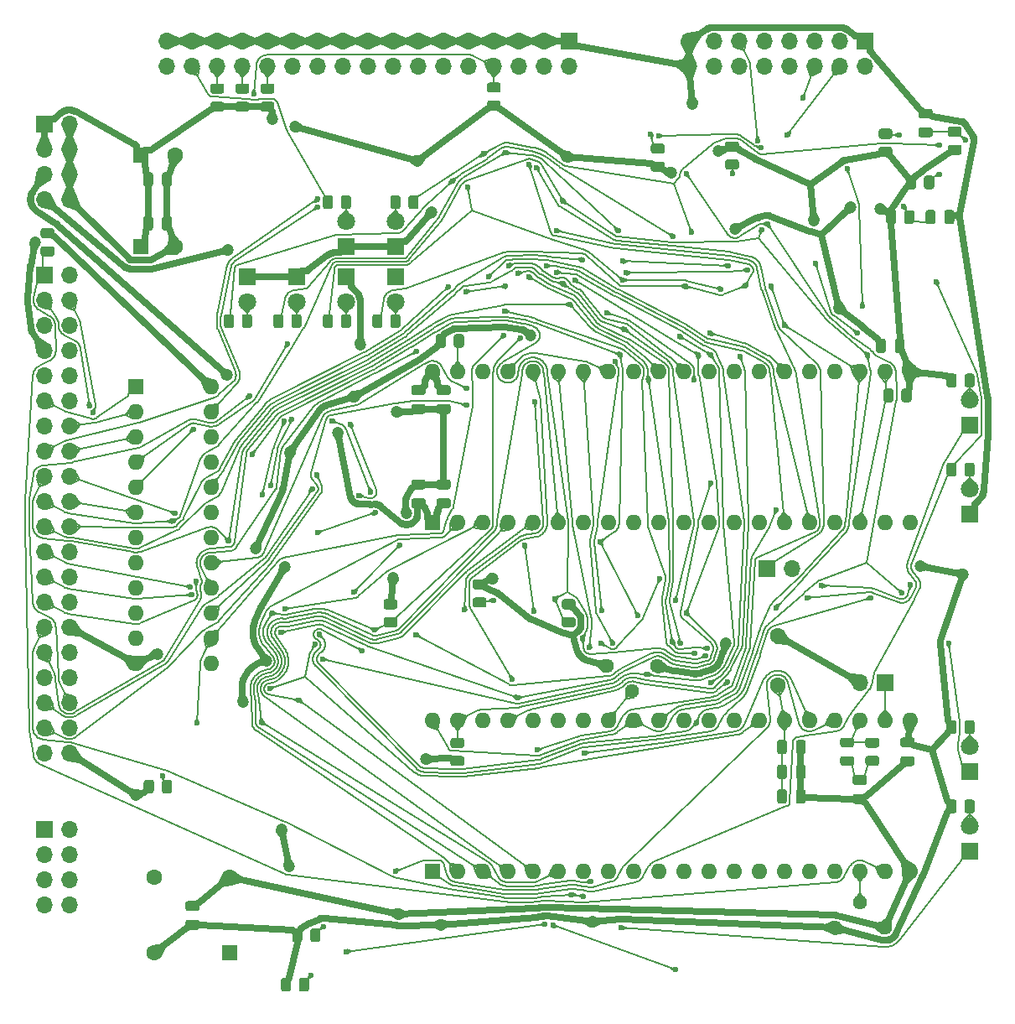
<source format=gbr>
%TF.GenerationSoftware,KiCad,Pcbnew,(5.1.9)-1*%
%TF.CreationDate,2021-06-05T00:45:16-04:00*%
%TF.ProjectId,main,6d61696e-2e6b-4696-9361-645f70636258,rev?*%
%TF.SameCoordinates,Original*%
%TF.FileFunction,Copper,L2,Bot*%
%TF.FilePolarity,Positive*%
%FSLAX46Y46*%
G04 Gerber Fmt 4.6, Leading zero omitted, Abs format (unit mm)*
G04 Created by KiCad (PCBNEW (5.1.9)-1) date 2021-06-05 00:45:16*
%MOMM*%
%LPD*%
G01*
G04 APERTURE LIST*
%TA.AperFunction,ComponentPad*%
%ADD10C,1.600000*%
%TD*%
%TA.AperFunction,ComponentPad*%
%ADD11C,1.800000*%
%TD*%
%TA.AperFunction,ComponentPad*%
%ADD12R,1.800000X1.800000*%
%TD*%
%TA.AperFunction,ComponentPad*%
%ADD13C,1.440000*%
%TD*%
%TA.AperFunction,ComponentPad*%
%ADD14O,1.700000X1.700000*%
%TD*%
%TA.AperFunction,ComponentPad*%
%ADD15R,1.700000X1.700000*%
%TD*%
%TA.AperFunction,ComponentPad*%
%ADD16R,1.600000X1.600000*%
%TD*%
%TA.AperFunction,ComponentPad*%
%ADD17O,1.600000X1.600000*%
%TD*%
%TA.AperFunction,ViaPad*%
%ADD18C,1.200000*%
%TD*%
%TA.AperFunction,ViaPad*%
%ADD19C,0.600000*%
%TD*%
%TA.AperFunction,Conductor*%
%ADD20C,0.700000*%
%TD*%
%TA.AperFunction,Conductor*%
%ADD21C,0.200000*%
%TD*%
G04 APERTURE END LIST*
D10*
%TO.P,C44,2*%
%TO.N,GND*%
X96600000Y-82300000D03*
%TO.P,C44,1*%
%TO.N,Net-(C12-Pad2)*%
X96600000Y-87300000D03*
%TD*%
%TO.P,C42,2*%
%TO.N,GND*%
%TA.AperFunction,SMDPad,CuDef*%
G36*
G01*
X109253000Y-94430000D02*
X110203000Y-94430000D01*
G75*
G02*
X110453000Y-94680000I0J-250000D01*
G01*
X110453000Y-95180000D01*
G75*
G02*
X110203000Y-95430000I-250000J0D01*
G01*
X109253000Y-95430000D01*
G75*
G02*
X109003000Y-95180000I0J250000D01*
G01*
X109003000Y-94680000D01*
G75*
G02*
X109253000Y-94430000I250000J0D01*
G01*
G37*
%TD.AperFunction*%
%TO.P,C42,1*%
%TO.N,+5V*%
%TA.AperFunction,SMDPad,CuDef*%
G36*
G01*
X109253000Y-92530000D02*
X110203000Y-92530000D01*
G75*
G02*
X110453000Y-92780000I0J-250000D01*
G01*
X110453000Y-93280000D01*
G75*
G02*
X110203000Y-93530000I-250000J0D01*
G01*
X109253000Y-93530000D01*
G75*
G02*
X109003000Y-93280000I0J250000D01*
G01*
X109003000Y-92780000D01*
G75*
G02*
X109253000Y-92530000I250000J0D01*
G01*
G37*
%TD.AperFunction*%
%TD*%
%TO.P,C40,2*%
%TO.N,GND*%
%TA.AperFunction,SMDPad,CuDef*%
G36*
G01*
X107550000Y-52525000D02*
X107550000Y-53475000D01*
G75*
G02*
X107300000Y-53725000I-250000J0D01*
G01*
X106800000Y-53725000D01*
G75*
G02*
X106550000Y-53475000I0J250000D01*
G01*
X106550000Y-52525000D01*
G75*
G02*
X106800000Y-52275000I250000J0D01*
G01*
X107300000Y-52275000D01*
G75*
G02*
X107550000Y-52525000I0J-250000D01*
G01*
G37*
%TD.AperFunction*%
%TO.P,C40,1*%
%TO.N,+5V*%
%TA.AperFunction,SMDPad,CuDef*%
G36*
G01*
X109450000Y-52525000D02*
X109450000Y-53475000D01*
G75*
G02*
X109200000Y-53725000I-250000J0D01*
G01*
X108700000Y-53725000D01*
G75*
G02*
X108450000Y-53475000I0J250000D01*
G01*
X108450000Y-52525000D01*
G75*
G02*
X108700000Y-52275000I250000J0D01*
G01*
X109200000Y-52275000D01*
G75*
G02*
X109450000Y-52525000I0J-250000D01*
G01*
G37*
%TD.AperFunction*%
%TD*%
%TO.P,C33,2*%
%TO.N,GND*%
%TA.AperFunction,SMDPad,CuDef*%
G36*
G01*
X60800000Y-67495000D02*
X59850000Y-67495000D01*
G75*
G02*
X59600000Y-67245000I0J250000D01*
G01*
X59600000Y-66745000D01*
G75*
G02*
X59850000Y-66495000I250000J0D01*
G01*
X60800000Y-66495000D01*
G75*
G02*
X61050000Y-66745000I0J-250000D01*
G01*
X61050000Y-67245000D01*
G75*
G02*
X60800000Y-67495000I-250000J0D01*
G01*
G37*
%TD.AperFunction*%
%TO.P,C33,1*%
%TO.N,-5V*%
%TA.AperFunction,SMDPad,CuDef*%
G36*
G01*
X60800000Y-69395000D02*
X59850000Y-69395000D01*
G75*
G02*
X59600000Y-69145000I0J250000D01*
G01*
X59600000Y-68645000D01*
G75*
G02*
X59850000Y-68395000I250000J0D01*
G01*
X60800000Y-68395000D01*
G75*
G02*
X61050000Y-68645000I0J-250000D01*
G01*
X61050000Y-69145000D01*
G75*
G02*
X60800000Y-69395000I-250000J0D01*
G01*
G37*
%TD.AperFunction*%
%TD*%
%TO.P,C32,2*%
%TO.N,GND*%
%TA.AperFunction,SMDPad,CuDef*%
G36*
G01*
X59850000Y-58870000D02*
X60800000Y-58870000D01*
G75*
G02*
X61050000Y-59120000I0J-250000D01*
G01*
X61050000Y-59620000D01*
G75*
G02*
X60800000Y-59870000I-250000J0D01*
G01*
X59850000Y-59870000D01*
G75*
G02*
X59600000Y-59620000I0J250000D01*
G01*
X59600000Y-59120000D01*
G75*
G02*
X59850000Y-58870000I250000J0D01*
G01*
G37*
%TD.AperFunction*%
%TO.P,C32,1*%
%TO.N,+12V*%
%TA.AperFunction,SMDPad,CuDef*%
G36*
G01*
X59850000Y-56970000D02*
X60800000Y-56970000D01*
G75*
G02*
X61050000Y-57220000I0J-250000D01*
G01*
X61050000Y-57720000D01*
G75*
G02*
X60800000Y-57970000I-250000J0D01*
G01*
X59850000Y-57970000D01*
G75*
G02*
X59600000Y-57720000I0J250000D01*
G01*
X59600000Y-57220000D01*
G75*
G02*
X59850000Y-56970000I250000J0D01*
G01*
G37*
%TD.AperFunction*%
%TD*%
%TO.P,R31,2*%
%TO.N,Net-(D11-Pad2)*%
%TA.AperFunction,SMDPad,CuDef*%
G36*
G01*
X52487500Y-38950001D02*
X52487500Y-38049999D01*
G75*
G02*
X52737499Y-37800000I249999J0D01*
G01*
X53262501Y-37800000D01*
G75*
G02*
X53512500Y-38049999I0J-249999D01*
G01*
X53512500Y-38950001D01*
G75*
G02*
X53262501Y-39200000I-249999J0D01*
G01*
X52737499Y-39200000D01*
G75*
G02*
X52487500Y-38950001I0J249999D01*
G01*
G37*
%TD.AperFunction*%
%TO.P,R31,1*%
%TO.N,FSIDE*%
%TA.AperFunction,SMDPad,CuDef*%
G36*
G01*
X50662500Y-38950001D02*
X50662500Y-38049999D01*
G75*
G02*
X50912499Y-37800000I249999J0D01*
G01*
X51437501Y-37800000D01*
G75*
G02*
X51687500Y-38049999I0J-249999D01*
G01*
X51687500Y-38950001D01*
G75*
G02*
X51437501Y-39200000I-249999J0D01*
G01*
X50912499Y-39200000D01*
G75*
G02*
X50662500Y-38950001I0J249999D01*
G01*
G37*
%TD.AperFunction*%
%TD*%
%TO.P,R30,2*%
%TO.N,Net-(D10-Pad2)*%
%TA.AperFunction,SMDPad,CuDef*%
G36*
G01*
X58512500Y-38049999D02*
X58512500Y-38950001D01*
G75*
G02*
X58262501Y-39200000I-249999J0D01*
G01*
X57737499Y-39200000D01*
G75*
G02*
X57487500Y-38950001I0J249999D01*
G01*
X57487500Y-38049999D01*
G75*
G02*
X57737499Y-37800000I249999J0D01*
G01*
X58262501Y-37800000D01*
G75*
G02*
X58512500Y-38049999I0J-249999D01*
G01*
G37*
%TD.AperFunction*%
%TO.P,R30,1*%
%TO.N,MOTOR*%
%TA.AperFunction,SMDPad,CuDef*%
G36*
G01*
X60337500Y-38049999D02*
X60337500Y-38950001D01*
G75*
G02*
X60087501Y-39200000I-249999J0D01*
G01*
X59562499Y-39200000D01*
G75*
G02*
X59312500Y-38950001I0J249999D01*
G01*
X59312500Y-38049999D01*
G75*
G02*
X59562499Y-37800000I249999J0D01*
G01*
X60087501Y-37800000D01*
G75*
G02*
X60337500Y-38049999I0J-249999D01*
G01*
G37*
%TD.AperFunction*%
%TD*%
%TO.P,R29,2*%
%TO.N,Net-(D9-Pad2)*%
%TA.AperFunction,SMDPad,CuDef*%
G36*
G01*
X57487500Y-50950001D02*
X57487500Y-50049999D01*
G75*
G02*
X57737499Y-49800000I249999J0D01*
G01*
X58262501Y-49800000D01*
G75*
G02*
X58512500Y-50049999I0J-249999D01*
G01*
X58512500Y-50950001D01*
G75*
G02*
X58262501Y-51200000I-249999J0D01*
G01*
X57737499Y-51200000D01*
G75*
G02*
X57487500Y-50950001I0J249999D01*
G01*
G37*
%TD.AperFunction*%
%TO.P,R29,1*%
%TO.N,D3*%
%TA.AperFunction,SMDPad,CuDef*%
G36*
G01*
X55662500Y-50950001D02*
X55662500Y-50049999D01*
G75*
G02*
X55912499Y-49800000I249999J0D01*
G01*
X56437501Y-49800000D01*
G75*
G02*
X56687500Y-50049999I0J-249999D01*
G01*
X56687500Y-50950001D01*
G75*
G02*
X56437501Y-51200000I-249999J0D01*
G01*
X55912499Y-51200000D01*
G75*
G02*
X55662500Y-50950001I0J249999D01*
G01*
G37*
%TD.AperFunction*%
%TD*%
%TO.P,R28,2*%
%TO.N,Net-(D8-Pad2)*%
%TA.AperFunction,SMDPad,CuDef*%
G36*
G01*
X52487500Y-50950001D02*
X52487500Y-50049999D01*
G75*
G02*
X52737499Y-49800000I249999J0D01*
G01*
X53262501Y-49800000D01*
G75*
G02*
X53512500Y-50049999I0J-249999D01*
G01*
X53512500Y-50950001D01*
G75*
G02*
X53262501Y-51200000I-249999J0D01*
G01*
X52737499Y-51200000D01*
G75*
G02*
X52487500Y-50950001I0J249999D01*
G01*
G37*
%TD.AperFunction*%
%TO.P,R28,1*%
%TO.N,D2*%
%TA.AperFunction,SMDPad,CuDef*%
G36*
G01*
X50662500Y-50950001D02*
X50662500Y-50049999D01*
G75*
G02*
X50912499Y-49800000I249999J0D01*
G01*
X51437501Y-49800000D01*
G75*
G02*
X51687500Y-50049999I0J-249999D01*
G01*
X51687500Y-50950001D01*
G75*
G02*
X51437501Y-51200000I-249999J0D01*
G01*
X50912499Y-51200000D01*
G75*
G02*
X50662500Y-50950001I0J249999D01*
G01*
G37*
%TD.AperFunction*%
%TD*%
%TO.P,R27,2*%
%TO.N,Net-(D7-Pad2)*%
%TA.AperFunction,SMDPad,CuDef*%
G36*
G01*
X47487500Y-50950001D02*
X47487500Y-50049999D01*
G75*
G02*
X47737499Y-49800000I249999J0D01*
G01*
X48262501Y-49800000D01*
G75*
G02*
X48512500Y-50049999I0J-249999D01*
G01*
X48512500Y-50950001D01*
G75*
G02*
X48262501Y-51200000I-249999J0D01*
G01*
X47737499Y-51200000D01*
G75*
G02*
X47487500Y-50950001I0J249999D01*
G01*
G37*
%TD.AperFunction*%
%TO.P,R27,1*%
%TO.N,D1*%
%TA.AperFunction,SMDPad,CuDef*%
G36*
G01*
X45662500Y-50950001D02*
X45662500Y-50049999D01*
G75*
G02*
X45912499Y-49800000I249999J0D01*
G01*
X46437501Y-49800000D01*
G75*
G02*
X46687500Y-50049999I0J-249999D01*
G01*
X46687500Y-50950001D01*
G75*
G02*
X46437501Y-51200000I-249999J0D01*
G01*
X45912499Y-51200000D01*
G75*
G02*
X45662500Y-50950001I0J249999D01*
G01*
G37*
%TD.AperFunction*%
%TD*%
%TO.P,R26,2*%
%TO.N,Net-(D6-Pad2)*%
%TA.AperFunction,SMDPad,CuDef*%
G36*
G01*
X42487500Y-50950001D02*
X42487500Y-50049999D01*
G75*
G02*
X42737499Y-49800000I249999J0D01*
G01*
X43262501Y-49800000D01*
G75*
G02*
X43512500Y-50049999I0J-249999D01*
G01*
X43512500Y-50950001D01*
G75*
G02*
X43262501Y-51200000I-249999J0D01*
G01*
X42737499Y-51200000D01*
G75*
G02*
X42487500Y-50950001I0J249999D01*
G01*
G37*
%TD.AperFunction*%
%TO.P,R26,1*%
%TO.N,D0*%
%TA.AperFunction,SMDPad,CuDef*%
G36*
G01*
X40662500Y-50950001D02*
X40662500Y-50049999D01*
G75*
G02*
X40912499Y-49800000I249999J0D01*
G01*
X41437501Y-49800000D01*
G75*
G02*
X41687500Y-50049999I0J-249999D01*
G01*
X41687500Y-50950001D01*
G75*
G02*
X41437501Y-51200000I-249999J0D01*
G01*
X40912499Y-51200000D01*
G75*
G02*
X40662500Y-50950001I0J249999D01*
G01*
G37*
%TD.AperFunction*%
%TD*%
%TO.P,R25,2*%
%TO.N,Net-(D5-Pad2)*%
%TA.AperFunction,SMDPad,CuDef*%
G36*
G01*
X115488000Y-65950001D02*
X115488000Y-65049999D01*
G75*
G02*
X115737999Y-64800000I249999J0D01*
G01*
X116263001Y-64800000D01*
G75*
G02*
X116513000Y-65049999I0J-249999D01*
G01*
X116513000Y-65950001D01*
G75*
G02*
X116263001Y-66200000I-249999J0D01*
G01*
X115737999Y-66200000D01*
G75*
G02*
X115488000Y-65950001I0J249999D01*
G01*
G37*
%TD.AperFunction*%
%TO.P,R25,1*%
%TO.N,CENP*%
%TA.AperFunction,SMDPad,CuDef*%
G36*
G01*
X113663000Y-65950001D02*
X113663000Y-65049999D01*
G75*
G02*
X113912999Y-64800000I249999J0D01*
G01*
X114438001Y-64800000D01*
G75*
G02*
X114688000Y-65049999I0J-249999D01*
G01*
X114688000Y-65950001D01*
G75*
G02*
X114438001Y-66200000I-249999J0D01*
G01*
X113912999Y-66200000D01*
G75*
G02*
X113663000Y-65950001I0J249999D01*
G01*
G37*
%TD.AperFunction*%
%TD*%
%TO.P,R24,2*%
%TO.N,Net-(D4-Pad2)*%
%TA.AperFunction,SMDPad,CuDef*%
G36*
G01*
X115488000Y-91950001D02*
X115488000Y-91049999D01*
G75*
G02*
X115737999Y-90800000I249999J0D01*
G01*
X116263001Y-90800000D01*
G75*
G02*
X116513000Y-91049999I0J-249999D01*
G01*
X116513000Y-91950001D01*
G75*
G02*
X116263001Y-92200000I-249999J0D01*
G01*
X115737999Y-92200000D01*
G75*
G02*
X115488000Y-91950001I0J249999D01*
G01*
G37*
%TD.AperFunction*%
%TO.P,R24,1*%
%TO.N,+5V*%
%TA.AperFunction,SMDPad,CuDef*%
G36*
G01*
X113663000Y-91950001D02*
X113663000Y-91049999D01*
G75*
G02*
X113912999Y-90800000I249999J0D01*
G01*
X114438001Y-90800000D01*
G75*
G02*
X114688000Y-91049999I0J-249999D01*
G01*
X114688000Y-91950001D01*
G75*
G02*
X114438001Y-92200000I-249999J0D01*
G01*
X113912999Y-92200000D01*
G75*
G02*
X113663000Y-91950001I0J249999D01*
G01*
G37*
%TD.AperFunction*%
%TD*%
%TO.P,R22,2*%
%TO.N,Net-(D3-Pad2)*%
%TA.AperFunction,SMDPad,CuDef*%
G36*
G01*
X115488000Y-56950001D02*
X115488000Y-56049999D01*
G75*
G02*
X115737999Y-55800000I249999J0D01*
G01*
X116263001Y-55800000D01*
G75*
G02*
X116513000Y-56049999I0J-249999D01*
G01*
X116513000Y-56950001D01*
G75*
G02*
X116263001Y-57200000I-249999J0D01*
G01*
X115737999Y-57200000D01*
G75*
G02*
X115488000Y-56950001I0J249999D01*
G01*
G37*
%TD.AperFunction*%
%TO.P,R22,1*%
%TO.N,+5V*%
%TA.AperFunction,SMDPad,CuDef*%
G36*
G01*
X113663000Y-56950001D02*
X113663000Y-56049999D01*
G75*
G02*
X113912999Y-55800000I249999J0D01*
G01*
X114438001Y-55800000D01*
G75*
G02*
X114688000Y-56049999I0J-249999D01*
G01*
X114688000Y-56950001D01*
G75*
G02*
X114438001Y-57200000I-249999J0D01*
G01*
X113912999Y-57200000D01*
G75*
G02*
X113663000Y-56950001I0J249999D01*
G01*
G37*
%TD.AperFunction*%
%TD*%
%TO.P,R21,2*%
%TO.N,Net-(D2-Pad2)*%
%TA.AperFunction,SMDPad,CuDef*%
G36*
G01*
X115488000Y-99950001D02*
X115488000Y-99049999D01*
G75*
G02*
X115737999Y-98800000I249999J0D01*
G01*
X116263001Y-98800000D01*
G75*
G02*
X116513000Y-99049999I0J-249999D01*
G01*
X116513000Y-99950001D01*
G75*
G02*
X116263001Y-100200000I-249999J0D01*
G01*
X115737999Y-100200000D01*
G75*
G02*
X115488000Y-99950001I0J249999D01*
G01*
G37*
%TD.AperFunction*%
%TO.P,R21,1*%
%TO.N,+5V*%
%TA.AperFunction,SMDPad,CuDef*%
G36*
G01*
X113663000Y-99950001D02*
X113663000Y-99049999D01*
G75*
G02*
X113912999Y-98800000I249999J0D01*
G01*
X114438001Y-98800000D01*
G75*
G02*
X114688000Y-99049999I0J-249999D01*
G01*
X114688000Y-99950001D01*
G75*
G02*
X114438001Y-100200000I-249999J0D01*
G01*
X113912999Y-100200000D01*
G75*
G02*
X113663000Y-99950001I0J249999D01*
G01*
G37*
%TD.AperFunction*%
%TD*%
D11*
%TO.P,D11,2*%
%TO.N,Net-(D11-Pad2)*%
X53000000Y-40460000D03*
D12*
%TO.P,D11,1*%
%TO.N,GND*%
X53000000Y-43000000D03*
%TD*%
D11*
%TO.P,D10,2*%
%TO.N,Net-(D10-Pad2)*%
X58000000Y-40460000D03*
D12*
%TO.P,D10,1*%
%TO.N,GND*%
X58000000Y-43000000D03*
%TD*%
D11*
%TO.P,D9,2*%
%TO.N,Net-(D9-Pad2)*%
X58000000Y-48540000D03*
D12*
%TO.P,D9,1*%
%TO.N,GND*%
X58000000Y-46000000D03*
%TD*%
D11*
%TO.P,D8,2*%
%TO.N,Net-(D8-Pad2)*%
X53000000Y-48540000D03*
D12*
%TO.P,D8,1*%
%TO.N,GND*%
X53000000Y-46000000D03*
%TD*%
D11*
%TO.P,D7,2*%
%TO.N,Net-(D7-Pad2)*%
X48000000Y-48540000D03*
D12*
%TO.P,D7,1*%
%TO.N,GND*%
X48000000Y-46000000D03*
%TD*%
D11*
%TO.P,D6,2*%
%TO.N,Net-(D6-Pad2)*%
X43000000Y-48540000D03*
D12*
%TO.P,D6,1*%
%TO.N,GND*%
X43000000Y-46000000D03*
%TD*%
D11*
%TO.P,D5,2*%
%TO.N,Net-(D5-Pad2)*%
X116000000Y-67460000D03*
D12*
%TO.P,D5,1*%
%TO.N,GND*%
X116000000Y-70000000D03*
%TD*%
D11*
%TO.P,D4,2*%
%TO.N,Net-(D4-Pad2)*%
X116000000Y-93460000D03*
D12*
%TO.P,D4,1*%
%TO.N,~CDDEN~*%
X116000000Y-96000000D03*
%TD*%
D11*
%TO.P,D3,2*%
%TO.N,Net-(D3-Pad2)*%
X116000000Y-58460000D03*
D12*
%TO.P,D3,1*%
%TO.N,~1771~*%
X116000000Y-61000000D03*
%TD*%
D11*
%TO.P,D2,2*%
%TO.N,Net-(D2-Pad2)*%
X116000000Y-101460000D03*
D12*
%TO.P,D2,1*%
%TO.N,~2793~*%
X116000000Y-104000000D03*
%TD*%
%TO.P,C31,2*%
%TO.N,GND*%
%TA.AperFunction,SMDPad,CuDef*%
G36*
G01*
X63340000Y-67495000D02*
X62390000Y-67495000D01*
G75*
G02*
X62140000Y-67245000I0J250000D01*
G01*
X62140000Y-66745000D01*
G75*
G02*
X62390000Y-66495000I250000J0D01*
G01*
X63340000Y-66495000D01*
G75*
G02*
X63590000Y-66745000I0J-250000D01*
G01*
X63590000Y-67245000D01*
G75*
G02*
X63340000Y-67495000I-250000J0D01*
G01*
G37*
%TD.AperFunction*%
%TO.P,C31,1*%
%TO.N,-5V*%
%TA.AperFunction,SMDPad,CuDef*%
G36*
G01*
X63340000Y-69395000D02*
X62390000Y-69395000D01*
G75*
G02*
X62140000Y-69145000I0J250000D01*
G01*
X62140000Y-68645000D01*
G75*
G02*
X62390000Y-68395000I250000J0D01*
G01*
X63340000Y-68395000D01*
G75*
G02*
X63590000Y-68645000I0J-250000D01*
G01*
X63590000Y-69145000D01*
G75*
G02*
X63340000Y-69395000I-250000J0D01*
G01*
G37*
%TD.AperFunction*%
%TD*%
%TO.P,C30,2*%
%TO.N,GND*%
%TA.AperFunction,SMDPad,CuDef*%
G36*
G01*
X62390000Y-58870000D02*
X63340000Y-58870000D01*
G75*
G02*
X63590000Y-59120000I0J-250000D01*
G01*
X63590000Y-59620000D01*
G75*
G02*
X63340000Y-59870000I-250000J0D01*
G01*
X62390000Y-59870000D01*
G75*
G02*
X62140000Y-59620000I0J250000D01*
G01*
X62140000Y-59120000D01*
G75*
G02*
X62390000Y-58870000I250000J0D01*
G01*
G37*
%TD.AperFunction*%
%TO.P,C30,1*%
%TO.N,+12V*%
%TA.AperFunction,SMDPad,CuDef*%
G36*
G01*
X62390000Y-56970000D02*
X63340000Y-56970000D01*
G75*
G02*
X63590000Y-57220000I0J-250000D01*
G01*
X63590000Y-57720000D01*
G75*
G02*
X63340000Y-57970000I-250000J0D01*
G01*
X62390000Y-57970000D01*
G75*
G02*
X62140000Y-57720000I0J250000D01*
G01*
X62140000Y-57220000D01*
G75*
G02*
X62390000Y-56970000I250000J0D01*
G01*
G37*
%TD.AperFunction*%
%TD*%
%TO.P,R23,2*%
%TO.N,DFH*%
%TA.AperFunction,SMDPad,CuDef*%
G36*
G01*
X75049999Y-80400000D02*
X75950001Y-80400000D01*
G75*
G02*
X76200000Y-80649999I0J-249999D01*
G01*
X76200000Y-81175001D01*
G75*
G02*
X75950001Y-81425000I-249999J0D01*
G01*
X75049999Y-81425000D01*
G75*
G02*
X74800000Y-81175001I0J249999D01*
G01*
X74800000Y-80649999D01*
G75*
G02*
X75049999Y-80400000I249999J0D01*
G01*
G37*
%TD.AperFunction*%
%TO.P,R23,1*%
%TO.N,+5V*%
%TA.AperFunction,SMDPad,CuDef*%
G36*
G01*
X75049999Y-78575000D02*
X75950001Y-78575000D01*
G75*
G02*
X76200000Y-78824999I0J-249999D01*
G01*
X76200000Y-79350001D01*
G75*
G02*
X75950001Y-79600000I-249999J0D01*
G01*
X75049999Y-79600000D01*
G75*
G02*
X74800000Y-79350001I0J249999D01*
G01*
X74800000Y-78824999D01*
G75*
G02*
X75049999Y-78575000I249999J0D01*
G01*
G37*
%TD.AperFunction*%
%TD*%
%TO.P,R20,2*%
%TO.N,Net-(J2-Pad30)*%
%TA.AperFunction,SMDPad,CuDef*%
G36*
G01*
X40455001Y-27540000D02*
X39554999Y-27540000D01*
G75*
G02*
X39305000Y-27290001I0J249999D01*
G01*
X39305000Y-26764999D01*
G75*
G02*
X39554999Y-26515000I249999J0D01*
G01*
X40455001Y-26515000D01*
G75*
G02*
X40705000Y-26764999I0J-249999D01*
G01*
X40705000Y-27290001D01*
G75*
G02*
X40455001Y-27540000I-249999J0D01*
G01*
G37*
%TD.AperFunction*%
%TO.P,R20,1*%
%TO.N,+5V*%
%TA.AperFunction,SMDPad,CuDef*%
G36*
G01*
X40455001Y-29365000D02*
X39554999Y-29365000D01*
G75*
G02*
X39305000Y-29115001I0J249999D01*
G01*
X39305000Y-28589999D01*
G75*
G02*
X39554999Y-28340000I249999J0D01*
G01*
X40455001Y-28340000D01*
G75*
G02*
X40705000Y-28589999I0J-249999D01*
G01*
X40705000Y-29115001D01*
G75*
G02*
X40455001Y-29365000I-249999J0D01*
G01*
G37*
%TD.AperFunction*%
%TD*%
%TO.P,R19,2*%
%TO.N,Net-(J2-Pad28)*%
%TA.AperFunction,SMDPad,CuDef*%
G36*
G01*
X42995001Y-27540000D02*
X42094999Y-27540000D01*
G75*
G02*
X41845000Y-27290001I0J249999D01*
G01*
X41845000Y-26764999D01*
G75*
G02*
X42094999Y-26515000I249999J0D01*
G01*
X42995001Y-26515000D01*
G75*
G02*
X43245000Y-26764999I0J-249999D01*
G01*
X43245000Y-27290001D01*
G75*
G02*
X42995001Y-27540000I-249999J0D01*
G01*
G37*
%TD.AperFunction*%
%TO.P,R19,1*%
%TO.N,+5V*%
%TA.AperFunction,SMDPad,CuDef*%
G36*
G01*
X42995001Y-29365000D02*
X42094999Y-29365000D01*
G75*
G02*
X41845000Y-29115001I0J249999D01*
G01*
X41845000Y-28589999D01*
G75*
G02*
X42094999Y-28340000I249999J0D01*
G01*
X42995001Y-28340000D01*
G75*
G02*
X43245000Y-28589999I0J-249999D01*
G01*
X43245000Y-29115001D01*
G75*
G02*
X42995001Y-29365000I-249999J0D01*
G01*
G37*
%TD.AperFunction*%
%TD*%
%TO.P,R18,2*%
%TO.N,Net-(J2-Pad26)*%
%TA.AperFunction,SMDPad,CuDef*%
G36*
G01*
X45535001Y-27540000D02*
X44634999Y-27540000D01*
G75*
G02*
X44385000Y-27290001I0J249999D01*
G01*
X44385000Y-26764999D01*
G75*
G02*
X44634999Y-26515000I249999J0D01*
G01*
X45535001Y-26515000D01*
G75*
G02*
X45785000Y-26764999I0J-249999D01*
G01*
X45785000Y-27290001D01*
G75*
G02*
X45535001Y-27540000I-249999J0D01*
G01*
G37*
%TD.AperFunction*%
%TO.P,R18,1*%
%TO.N,+5V*%
%TA.AperFunction,SMDPad,CuDef*%
G36*
G01*
X45535001Y-29365000D02*
X44634999Y-29365000D01*
G75*
G02*
X44385000Y-29115001I0J249999D01*
G01*
X44385000Y-28589999D01*
G75*
G02*
X44634999Y-28340000I249999J0D01*
G01*
X45535001Y-28340000D01*
G75*
G02*
X45785000Y-28589999I0J-249999D01*
G01*
X45785000Y-29115001D01*
G75*
G02*
X45535001Y-29365000I-249999J0D01*
G01*
G37*
%TD.AperFunction*%
%TD*%
%TO.P,R17,2*%
%TO.N,Net-(J2-Pad8)*%
%TA.AperFunction,SMDPad,CuDef*%
G36*
G01*
X68395001Y-27436500D02*
X67494999Y-27436500D01*
G75*
G02*
X67245000Y-27186501I0J249999D01*
G01*
X67245000Y-26661499D01*
G75*
G02*
X67494999Y-26411500I249999J0D01*
G01*
X68395001Y-26411500D01*
G75*
G02*
X68645000Y-26661499I0J-249999D01*
G01*
X68645000Y-27186501D01*
G75*
G02*
X68395001Y-27436500I-249999J0D01*
G01*
G37*
%TD.AperFunction*%
%TO.P,R17,1*%
%TO.N,+5V*%
%TA.AperFunction,SMDPad,CuDef*%
G36*
G01*
X68395001Y-29261500D02*
X67494999Y-29261500D01*
G75*
G02*
X67245000Y-29011501I0J249999D01*
G01*
X67245000Y-28486499D01*
G75*
G02*
X67494999Y-28236500I249999J0D01*
G01*
X68395001Y-28236500D01*
G75*
G02*
X68645000Y-28486499I0J-249999D01*
G01*
X68645000Y-29011501D01*
G75*
G02*
X68395001Y-29261500I-249999J0D01*
G01*
G37*
%TD.AperFunction*%
%TD*%
%TO.P,R12,2*%
%TO.N,Net-(R12-Pad2)*%
%TA.AperFunction,SMDPad,CuDef*%
G36*
G01*
X66049999Y-78400000D02*
X66950001Y-78400000D01*
G75*
G02*
X67200000Y-78649999I0J-249999D01*
G01*
X67200000Y-79175001D01*
G75*
G02*
X66950001Y-79425000I-249999J0D01*
G01*
X66049999Y-79425000D01*
G75*
G02*
X65800000Y-79175001I0J249999D01*
G01*
X65800000Y-78649999D01*
G75*
G02*
X66049999Y-78400000I249999J0D01*
G01*
G37*
%TD.AperFunction*%
%TO.P,R12,1*%
%TO.N,+5V*%
%TA.AperFunction,SMDPad,CuDef*%
G36*
G01*
X66049999Y-76575000D02*
X66950001Y-76575000D01*
G75*
G02*
X67200000Y-76824999I0J-249999D01*
G01*
X67200000Y-77350001D01*
G75*
G02*
X66950001Y-77600000I-249999J0D01*
G01*
X66049999Y-77600000D01*
G75*
G02*
X65800000Y-77350001I0J249999D01*
G01*
X65800000Y-76824999D01*
G75*
G02*
X66049999Y-76575000I249999J0D01*
G01*
G37*
%TD.AperFunction*%
%TD*%
D13*
%TO.P,RV2,3*%
%TO.N,+5V*%
X79375000Y-85344000D03*
%TO.P,RV2,2*%
%TO.N,Net-(RV2-Pad2)*%
X81915000Y-87884000D03*
%TO.P,RV2,1*%
%TO.N,GND*%
X84455000Y-85344000D03*
%TD*%
%TO.P,RV1,3*%
%TO.N,GND*%
X107442000Y-111760000D03*
%TO.P,RV1,2*%
%TO.N,Net-(RV1-Pad2)*%
X104902000Y-109220000D03*
%TO.P,RV1,1*%
%TO.N,+5V*%
X102362000Y-111760000D03*
%TD*%
%TO.P,C14,2*%
%TO.N,Net-(C12-Pad2)*%
%TA.AperFunction,SMDPad,CuDef*%
G36*
G01*
X97550000Y-98025000D02*
X97550000Y-98975000D01*
G75*
G02*
X97300000Y-99225000I-250000J0D01*
G01*
X96800000Y-99225000D01*
G75*
G02*
X96550000Y-98975000I0J250000D01*
G01*
X96550000Y-98025000D01*
G75*
G02*
X96800000Y-97775000I250000J0D01*
G01*
X97300000Y-97775000D01*
G75*
G02*
X97550000Y-98025000I0J-250000D01*
G01*
G37*
%TD.AperFunction*%
%TO.P,C14,1*%
%TO.N,GND*%
%TA.AperFunction,SMDPad,CuDef*%
G36*
G01*
X99450000Y-98025000D02*
X99450000Y-98975000D01*
G75*
G02*
X99200000Y-99225000I-250000J0D01*
G01*
X98700000Y-99225000D01*
G75*
G02*
X98450000Y-98975000I0J250000D01*
G01*
X98450000Y-98025000D01*
G75*
G02*
X98700000Y-97775000I250000J0D01*
G01*
X99200000Y-97775000D01*
G75*
G02*
X99450000Y-98025000I0J-250000D01*
G01*
G37*
%TD.AperFunction*%
%TD*%
%TO.P,C13,2*%
%TO.N,Net-(C12-Pad2)*%
%TA.AperFunction,SMDPad,CuDef*%
G36*
G01*
X97550000Y-93025000D02*
X97550000Y-93975000D01*
G75*
G02*
X97300000Y-94225000I-250000J0D01*
G01*
X96800000Y-94225000D01*
G75*
G02*
X96550000Y-93975000I0J250000D01*
G01*
X96550000Y-93025000D01*
G75*
G02*
X96800000Y-92775000I250000J0D01*
G01*
X97300000Y-92775000D01*
G75*
G02*
X97550000Y-93025000I0J-250000D01*
G01*
G37*
%TD.AperFunction*%
%TO.P,C13,1*%
%TO.N,GND*%
%TA.AperFunction,SMDPad,CuDef*%
G36*
G01*
X99450000Y-93025000D02*
X99450000Y-93975000D01*
G75*
G02*
X99200000Y-94225000I-250000J0D01*
G01*
X98700000Y-94225000D01*
G75*
G02*
X98450000Y-93975000I0J250000D01*
G01*
X98450000Y-93025000D01*
G75*
G02*
X98700000Y-92775000I250000J0D01*
G01*
X99200000Y-92775000D01*
G75*
G02*
X99450000Y-93025000I0J-250000D01*
G01*
G37*
%TD.AperFunction*%
%TD*%
%TO.P,C12,2*%
%TO.N,Net-(C12-Pad2)*%
%TA.AperFunction,SMDPad,CuDef*%
G36*
G01*
X97550000Y-95525000D02*
X97550000Y-96475000D01*
G75*
G02*
X97300000Y-96725000I-250000J0D01*
G01*
X96800000Y-96725000D01*
G75*
G02*
X96550000Y-96475000I0J250000D01*
G01*
X96550000Y-95525000D01*
G75*
G02*
X96800000Y-95275000I250000J0D01*
G01*
X97300000Y-95275000D01*
G75*
G02*
X97550000Y-95525000I0J-250000D01*
G01*
G37*
%TD.AperFunction*%
%TO.P,C12,1*%
%TO.N,GND*%
%TA.AperFunction,SMDPad,CuDef*%
G36*
G01*
X99450000Y-95525000D02*
X99450000Y-96475000D01*
G75*
G02*
X99200000Y-96725000I-250000J0D01*
G01*
X98700000Y-96725000D01*
G75*
G02*
X98450000Y-96475000I0J250000D01*
G01*
X98450000Y-95525000D01*
G75*
G02*
X98700000Y-95275000I250000J0D01*
G01*
X99200000Y-95275000D01*
G75*
G02*
X99450000Y-95525000I0J-250000D01*
G01*
G37*
%TD.AperFunction*%
%TD*%
%TO.P,R11,2*%
%TO.N,Net-(D1-Pad2)*%
%TA.AperFunction,SMDPad,CuDef*%
G36*
G01*
X106622001Y-93580000D02*
X105721999Y-93580000D01*
G75*
G02*
X105472000Y-93330001I0J249999D01*
G01*
X105472000Y-92804999D01*
G75*
G02*
X105721999Y-92555000I249999J0D01*
G01*
X106622001Y-92555000D01*
G75*
G02*
X106872000Y-92804999I0J-249999D01*
G01*
X106872000Y-93330001D01*
G75*
G02*
X106622001Y-93580000I-249999J0D01*
G01*
G37*
%TD.AperFunction*%
%TO.P,R11,1*%
%TO.N,Net-(C9-Pad2)*%
%TA.AperFunction,SMDPad,CuDef*%
G36*
G01*
X106622001Y-95405000D02*
X105721999Y-95405000D01*
G75*
G02*
X105472000Y-95155001I0J249999D01*
G01*
X105472000Y-94629999D01*
G75*
G02*
X105721999Y-94380000I249999J0D01*
G01*
X106622001Y-94380000D01*
G75*
G02*
X106872000Y-94629999I0J-249999D01*
G01*
X106872000Y-95155001D01*
G75*
G02*
X106622001Y-95405000I-249999J0D01*
G01*
G37*
%TD.AperFunction*%
%TD*%
%TO.P,R8,2*%
%TO.N,Net-(R8-Pad2)*%
%TA.AperFunction,SMDPad,CuDef*%
G36*
G01*
X64712001Y-93600000D02*
X63811999Y-93600000D01*
G75*
G02*
X63562000Y-93350001I0J249999D01*
G01*
X63562000Y-92824999D01*
G75*
G02*
X63811999Y-92575000I249999J0D01*
G01*
X64712001Y-92575000D01*
G75*
G02*
X64962000Y-92824999I0J-249999D01*
G01*
X64962000Y-93350001D01*
G75*
G02*
X64712001Y-93600000I-249999J0D01*
G01*
G37*
%TD.AperFunction*%
%TO.P,R8,1*%
%TO.N,+5V*%
%TA.AperFunction,SMDPad,CuDef*%
G36*
G01*
X64712001Y-95425000D02*
X63811999Y-95425000D01*
G75*
G02*
X63562000Y-95175001I0J249999D01*
G01*
X63562000Y-94649999D01*
G75*
G02*
X63811999Y-94400000I249999J0D01*
G01*
X64712001Y-94400000D01*
G75*
G02*
X64962000Y-94649999I0J-249999D01*
G01*
X64962000Y-95175001D01*
G75*
G02*
X64712001Y-95425000I-249999J0D01*
G01*
G37*
%TD.AperFunction*%
%TD*%
%TO.P,R3,2*%
%TO.N,Net-(R3-Pad2)*%
%TA.AperFunction,SMDPad,CuDef*%
G36*
G01*
X63900000Y-52950001D02*
X63900000Y-52049999D01*
G75*
G02*
X64149999Y-51800000I249999J0D01*
G01*
X64675001Y-51800000D01*
G75*
G02*
X64925000Y-52049999I0J-249999D01*
G01*
X64925000Y-52950001D01*
G75*
G02*
X64675001Y-53200000I-249999J0D01*
G01*
X64149999Y-53200000D01*
G75*
G02*
X63900000Y-52950001I0J249999D01*
G01*
G37*
%TD.AperFunction*%
%TO.P,R3,1*%
%TO.N,+5V*%
%TA.AperFunction,SMDPad,CuDef*%
G36*
G01*
X62075000Y-52950001D02*
X62075000Y-52049999D01*
G75*
G02*
X62324999Y-51800000I249999J0D01*
G01*
X62850001Y-51800000D01*
G75*
G02*
X63100000Y-52049999I0J-249999D01*
G01*
X63100000Y-52950001D01*
G75*
G02*
X62850001Y-53200000I-249999J0D01*
G01*
X62324999Y-53200000D01*
G75*
G02*
X62075000Y-52950001I0J249999D01*
G01*
G37*
%TD.AperFunction*%
%TD*%
%TO.P,R14,2*%
%TO.N,Net-(R14-Pad2)*%
%TA.AperFunction,SMDPad,CuDef*%
G36*
G01*
X84950001Y-33600000D02*
X84049999Y-33600000D01*
G75*
G02*
X83800000Y-33350001I0J249999D01*
G01*
X83800000Y-32824999D01*
G75*
G02*
X84049999Y-32575000I249999J0D01*
G01*
X84950001Y-32575000D01*
G75*
G02*
X85200000Y-32824999I0J-249999D01*
G01*
X85200000Y-33350001D01*
G75*
G02*
X84950001Y-33600000I-249999J0D01*
G01*
G37*
%TD.AperFunction*%
%TO.P,R14,1*%
%TO.N,+5V*%
%TA.AperFunction,SMDPad,CuDef*%
G36*
G01*
X84950001Y-35425000D02*
X84049999Y-35425000D01*
G75*
G02*
X83800000Y-35175001I0J249999D01*
G01*
X83800000Y-34649999D01*
G75*
G02*
X84049999Y-34400000I249999J0D01*
G01*
X84950001Y-34400000D01*
G75*
G02*
X85200000Y-34649999I0J-249999D01*
G01*
X85200000Y-35175001D01*
G75*
G02*
X84950001Y-35425000I-249999J0D01*
G01*
G37*
%TD.AperFunction*%
%TD*%
D14*
%TO.P,JP2,2*%
%TO.N,GND*%
X104960000Y-87000000D03*
D15*
%TO.P,JP2,1*%
%TO.N,Net-(JP2-Pad1)*%
X107500000Y-87000000D03*
%TD*%
%TO.P,D1,2*%
%TO.N,Net-(D1-Pad2)*%
%TA.AperFunction,SMDPad,CuDef*%
G36*
G01*
X104088250Y-93530000D02*
X103175750Y-93530000D01*
G75*
G02*
X102932000Y-93286250I0J243750D01*
G01*
X102932000Y-92798750D01*
G75*
G02*
X103175750Y-92555000I243750J0D01*
G01*
X104088250Y-92555000D01*
G75*
G02*
X104332000Y-92798750I0J-243750D01*
G01*
X104332000Y-93286250D01*
G75*
G02*
X104088250Y-93530000I-243750J0D01*
G01*
G37*
%TD.AperFunction*%
%TO.P,D1,1*%
%TO.N,Net-(C9-Pad2)*%
%TA.AperFunction,SMDPad,CuDef*%
G36*
G01*
X104088250Y-95405000D02*
X103175750Y-95405000D01*
G75*
G02*
X102932000Y-95161250I0J243750D01*
G01*
X102932000Y-94673750D01*
G75*
G02*
X103175750Y-94430000I243750J0D01*
G01*
X104088250Y-94430000D01*
G75*
G02*
X104332000Y-94673750I0J-243750D01*
G01*
X104332000Y-95161250D01*
G75*
G02*
X104088250Y-95405000I-243750J0D01*
G01*
G37*
%TD.AperFunction*%
%TD*%
%TO.P,C9,2*%
%TO.N,Net-(C9-Pad2)*%
%TA.AperFunction,SMDPad,CuDef*%
G36*
G01*
X105377000Y-97340000D02*
X104427000Y-97340000D01*
G75*
G02*
X104177000Y-97090000I0J250000D01*
G01*
X104177000Y-96590000D01*
G75*
G02*
X104427000Y-96340000I250000J0D01*
G01*
X105377000Y-96340000D01*
G75*
G02*
X105627000Y-96590000I0J-250000D01*
G01*
X105627000Y-97090000D01*
G75*
G02*
X105377000Y-97340000I-250000J0D01*
G01*
G37*
%TD.AperFunction*%
%TO.P,C9,1*%
%TO.N,GND*%
%TA.AperFunction,SMDPad,CuDef*%
G36*
G01*
X105377000Y-99240000D02*
X104427000Y-99240000D01*
G75*
G02*
X104177000Y-98990000I0J250000D01*
G01*
X104177000Y-98490000D01*
G75*
G02*
X104427000Y-98240000I250000J0D01*
G01*
X105377000Y-98240000D01*
G75*
G02*
X105627000Y-98490000I0J-250000D01*
G01*
X105627000Y-98990000D01*
G75*
G02*
X105377000Y-99240000I-250000J0D01*
G01*
G37*
%TD.AperFunction*%
%TD*%
D10*
%TO.P,X1,4*%
%TO.N,GND*%
X41275000Y-106680000D03*
%TO.P,X1,5*%
%TO.N,4MHz*%
X33655000Y-106680000D03*
%TO.P,X1,8*%
%TO.N,+5V*%
X33655000Y-114300000D03*
D16*
%TO.P,X1,1*%
%TO.N,N/C*%
X41275000Y-114300000D03*
%TD*%
%TO.P,R10,2*%
%TO.N,Net-(R10-Pad2)*%
%TA.AperFunction,SMDPad,CuDef*%
G36*
G01*
X34400000Y-97950001D02*
X34400000Y-97049999D01*
G75*
G02*
X34649999Y-96800000I249999J0D01*
G01*
X35175001Y-96800000D01*
G75*
G02*
X35425000Y-97049999I0J-249999D01*
G01*
X35425000Y-97950001D01*
G75*
G02*
X35175001Y-98200000I-249999J0D01*
G01*
X34649999Y-98200000D01*
G75*
G02*
X34400000Y-97950001I0J249999D01*
G01*
G37*
%TD.AperFunction*%
%TO.P,R10,1*%
%TO.N,+5V*%
%TA.AperFunction,SMDPad,CuDef*%
G36*
G01*
X32575000Y-97950001D02*
X32575000Y-97049999D01*
G75*
G02*
X32824999Y-96800000I249999J0D01*
G01*
X33350001Y-96800000D01*
G75*
G02*
X33600000Y-97049999I0J-249999D01*
G01*
X33600000Y-97950001D01*
G75*
G02*
X33350001Y-98200000I-249999J0D01*
G01*
X32824999Y-98200000D01*
G75*
G02*
X32575000Y-97950001I0J249999D01*
G01*
G37*
%TD.AperFunction*%
%TD*%
%TO.P,R9,2*%
%TO.N,Net-(R9-Pad2)*%
%TA.AperFunction,SMDPad,CuDef*%
G36*
G01*
X49400000Y-112950001D02*
X49400000Y-112049999D01*
G75*
G02*
X49649999Y-111800000I249999J0D01*
G01*
X50175001Y-111800000D01*
G75*
G02*
X50425000Y-112049999I0J-249999D01*
G01*
X50425000Y-112950001D01*
G75*
G02*
X50175001Y-113200000I-249999J0D01*
G01*
X49649999Y-113200000D01*
G75*
G02*
X49400000Y-112950001I0J249999D01*
G01*
G37*
%TD.AperFunction*%
%TO.P,R9,1*%
%TO.N,+5V*%
%TA.AperFunction,SMDPad,CuDef*%
G36*
G01*
X47575000Y-112950001D02*
X47575000Y-112049999D01*
G75*
G02*
X47824999Y-111800000I249999J0D01*
G01*
X48350001Y-111800000D01*
G75*
G02*
X48600000Y-112049999I0J-249999D01*
G01*
X48600000Y-112950001D01*
G75*
G02*
X48350001Y-113200000I-249999J0D01*
G01*
X47824999Y-113200000D01*
G75*
G02*
X47575000Y-112950001I0J249999D01*
G01*
G37*
%TD.AperFunction*%
%TD*%
%TO.P,R7,2*%
%TO.N,Net-(R7-Pad2)*%
%TA.AperFunction,SMDPad,CuDef*%
G36*
G01*
X48255500Y-117950001D02*
X48255500Y-117049999D01*
G75*
G02*
X48505499Y-116800000I249999J0D01*
G01*
X49030501Y-116800000D01*
G75*
G02*
X49280500Y-117049999I0J-249999D01*
G01*
X49280500Y-117950001D01*
G75*
G02*
X49030501Y-118200000I-249999J0D01*
G01*
X48505499Y-118200000D01*
G75*
G02*
X48255500Y-117950001I0J249999D01*
G01*
G37*
%TD.AperFunction*%
%TO.P,R7,1*%
%TO.N,+5V*%
%TA.AperFunction,SMDPad,CuDef*%
G36*
G01*
X46430500Y-117950001D02*
X46430500Y-117049999D01*
G75*
G02*
X46680499Y-116800000I249999J0D01*
G01*
X47205501Y-116800000D01*
G75*
G02*
X47455500Y-117049999I0J-249999D01*
G01*
X47455500Y-117950001D01*
G75*
G02*
X47205501Y-118200000I-249999J0D01*
G01*
X46680499Y-118200000D01*
G75*
G02*
X46430500Y-117950001I0J249999D01*
G01*
G37*
%TD.AperFunction*%
%TD*%
D14*
%TO.P,J5,16*%
%TO.N,GND*%
X87630000Y-24765000D03*
%TO.P,J5,15*%
X87630000Y-22225000D03*
%TO.P,J5,14*%
%TO.N,Net-(J5-Pad14)*%
X90170000Y-24765000D03*
%TO.P,J5,13*%
%TO.N,Net-(J5-Pad13)*%
X90170000Y-22225000D03*
%TO.P,J5,12*%
%TO.N,Net-(J5-Pad12)*%
X92710000Y-24765000D03*
%TO.P,J5,11*%
%TO.N,Net-(J5-Pad11)*%
X92710000Y-22225000D03*
%TO.P,J5,10*%
%TO.N,Net-(J5-Pad10)*%
X95250000Y-24765000D03*
%TO.P,J5,9*%
%TO.N,Net-(J5-Pad9)*%
X95250000Y-22225000D03*
%TO.P,J5,8*%
%TO.N,Net-(J5-Pad8)*%
X97790000Y-24765000D03*
%TO.P,J5,7*%
%TO.N,Net-(J5-Pad7)*%
X97790000Y-22225000D03*
%TO.P,J5,6*%
%TO.N,Net-(J5-Pad6)*%
X100330000Y-24765000D03*
%TO.P,J5,5*%
%TO.N,Net-(J5-Pad5)*%
X100330000Y-22225000D03*
%TO.P,J5,4*%
%TO.N,Net-(J5-Pad4)*%
X102870000Y-24765000D03*
%TO.P,J5,3*%
%TO.N,Net-(J5-Pad3)*%
X102870000Y-22225000D03*
%TO.P,J5,2*%
%TO.N,Net-(J5-Pad2)*%
X105410000Y-24765000D03*
D15*
%TO.P,J5,1*%
%TO.N,GND*%
X105410000Y-22225000D03*
%TD*%
D14*
%TO.P,J2,34*%
%TO.N,N/C*%
X34925000Y-24765000D03*
%TO.P,J2,33*%
%TO.N,GND*%
X34925000Y-22225000D03*
%TO.P,J2,32*%
%TO.N,FSIDE*%
X37465000Y-24765000D03*
%TO.P,J2,31*%
%TO.N,GND*%
X37465000Y-22225000D03*
%TO.P,J2,30*%
%TO.N,Net-(J2-Pad30)*%
X40005000Y-24765000D03*
%TO.P,J2,29*%
%TO.N,GND*%
X40005000Y-22225000D03*
%TO.P,J2,28*%
%TO.N,Net-(J2-Pad28)*%
X42545000Y-24765000D03*
%TO.P,J2,27*%
%TO.N,GND*%
X42545000Y-22225000D03*
%TO.P,J2,26*%
%TO.N,Net-(J2-Pad26)*%
X45085000Y-24765000D03*
%TO.P,J2,25*%
%TO.N,GND*%
X45085000Y-22225000D03*
%TO.P,J2,24*%
%TO.N,Net-(J2-Pad24)*%
X47625000Y-24765000D03*
%TO.P,J2,23*%
%TO.N,GND*%
X47625000Y-22225000D03*
%TO.P,J2,22*%
%TO.N,Net-(J2-Pad22)*%
X50165000Y-24765000D03*
%TO.P,J2,21*%
%TO.N,GND*%
X50165000Y-22225000D03*
%TO.P,J2,20*%
%TO.N,Net-(J2-Pad20)*%
X52705000Y-24765000D03*
%TO.P,J2,19*%
%TO.N,GND*%
X52705000Y-22225000D03*
%TO.P,J2,18*%
%TO.N,Net-(J2-Pad18)*%
X55245000Y-24765000D03*
%TO.P,J2,17*%
%TO.N,GND*%
X55245000Y-22225000D03*
%TO.P,J2,16*%
%TO.N,Net-(J2-Pad16)*%
X57785000Y-24765000D03*
%TO.P,J2,15*%
%TO.N,GND*%
X57785000Y-22225000D03*
%TO.P,J2,14*%
%TO.N,Net-(J2-Pad14)*%
X60325000Y-24765000D03*
%TO.P,J2,13*%
%TO.N,GND*%
X60325000Y-22225000D03*
%TO.P,J2,12*%
%TO.N,Net-(J2-Pad12)*%
X62865000Y-24765000D03*
%TO.P,J2,11*%
%TO.N,GND*%
X62865000Y-22225000D03*
%TO.P,J2,10*%
%TO.N,Net-(J2-Pad10)*%
X65405000Y-24765000D03*
%TO.P,J2,9*%
%TO.N,GND*%
X65405000Y-22225000D03*
%TO.P,J2,8*%
%TO.N,Net-(J2-Pad8)*%
X67945000Y-24765000D03*
%TO.P,J2,7*%
%TO.N,GND*%
X67945000Y-22225000D03*
%TO.P,J2,6*%
%TO.N,Net-(J2-Pad6)*%
X70485000Y-24765000D03*
%TO.P,J2,5*%
%TO.N,GND*%
X70485000Y-22225000D03*
%TO.P,J2,4*%
%TO.N,N/C*%
X73025000Y-24765000D03*
%TO.P,J2,3*%
%TO.N,GND*%
X73025000Y-22225000D03*
%TO.P,J2,2*%
%TO.N,N/C*%
X75565000Y-24765000D03*
D15*
%TO.P,J2,1*%
%TO.N,GND*%
X75565000Y-22225000D03*
%TD*%
%TO.P,R2,2*%
%TO.N,Net-(R2-Pad2)*%
%TA.AperFunction,SMDPad,CuDef*%
G36*
G01*
X107950001Y-32100000D02*
X107049999Y-32100000D01*
G75*
G02*
X106800000Y-31850001I0J249999D01*
G01*
X106800000Y-31324999D01*
G75*
G02*
X107049999Y-31075000I249999J0D01*
G01*
X107950001Y-31075000D01*
G75*
G02*
X108200000Y-31324999I0J-249999D01*
G01*
X108200000Y-31850001D01*
G75*
G02*
X107950001Y-32100000I-249999J0D01*
G01*
G37*
%TD.AperFunction*%
%TO.P,R2,1*%
%TO.N,+5V*%
%TA.AperFunction,SMDPad,CuDef*%
G36*
G01*
X107950001Y-33925000D02*
X107049999Y-33925000D01*
G75*
G02*
X106800000Y-33675001I0J249999D01*
G01*
X106800000Y-33149999D01*
G75*
G02*
X107049999Y-32900000I249999J0D01*
G01*
X107950001Y-32900000D01*
G75*
G02*
X108200000Y-33149999I0J-249999D01*
G01*
X108200000Y-33675001D01*
G75*
G02*
X107950001Y-33925000I-249999J0D01*
G01*
G37*
%TD.AperFunction*%
%TD*%
%TO.P,R1,2*%
%TO.N,Net-(C5-Pad1)*%
%TA.AperFunction,SMDPad,CuDef*%
G36*
G01*
X114950001Y-31892000D02*
X114049999Y-31892000D01*
G75*
G02*
X113800000Y-31642001I0J249999D01*
G01*
X113800000Y-31116999D01*
G75*
G02*
X114049999Y-30867000I249999J0D01*
G01*
X114950001Y-30867000D01*
G75*
G02*
X115200000Y-31116999I0J-249999D01*
G01*
X115200000Y-31642001D01*
G75*
G02*
X114950001Y-31892000I-249999J0D01*
G01*
G37*
%TD.AperFunction*%
%TO.P,R1,1*%
%TO.N,+5V*%
%TA.AperFunction,SMDPad,CuDef*%
G36*
G01*
X114950001Y-33717000D02*
X114049999Y-33717000D01*
G75*
G02*
X113800000Y-33467001I0J249999D01*
G01*
X113800000Y-32941999D01*
G75*
G02*
X114049999Y-32692000I249999J0D01*
G01*
X114950001Y-32692000D01*
G75*
G02*
X115200000Y-32941999I0J-249999D01*
G01*
X115200000Y-33467001D01*
G75*
G02*
X114950001Y-33717000I-249999J0D01*
G01*
G37*
%TD.AperFunction*%
%TD*%
%TO.P,C5,2*%
%TO.N,GND*%
%TA.AperFunction,SMDPad,CuDef*%
G36*
G01*
X112024000Y-30050000D02*
X111074000Y-30050000D01*
G75*
G02*
X110824000Y-29800000I0J250000D01*
G01*
X110824000Y-29300000D01*
G75*
G02*
X111074000Y-29050000I250000J0D01*
G01*
X112024000Y-29050000D01*
G75*
G02*
X112274000Y-29300000I0J-250000D01*
G01*
X112274000Y-29800000D01*
G75*
G02*
X112024000Y-30050000I-250000J0D01*
G01*
G37*
%TD.AperFunction*%
%TO.P,C5,1*%
%TO.N,Net-(C5-Pad1)*%
%TA.AperFunction,SMDPad,CuDef*%
G36*
G01*
X112024000Y-31950000D02*
X111074000Y-31950000D01*
G75*
G02*
X110824000Y-31700000I0J250000D01*
G01*
X110824000Y-31200000D01*
G75*
G02*
X111074000Y-30950000I250000J0D01*
G01*
X112024000Y-30950000D01*
G75*
G02*
X112274000Y-31200000I0J-250000D01*
G01*
X112274000Y-31700000D01*
G75*
G02*
X112024000Y-31950000I-250000J0D01*
G01*
G37*
%TD.AperFunction*%
%TD*%
%TO.P,R16,2*%
%TO.N,Net-(R16-Pad2)*%
%TA.AperFunction,SMDPad,CuDef*%
G36*
G01*
X91549999Y-34182000D02*
X92450001Y-34182000D01*
G75*
G02*
X92700000Y-34431999I0J-249999D01*
G01*
X92700000Y-34957001D01*
G75*
G02*
X92450001Y-35207000I-249999J0D01*
G01*
X91549999Y-35207000D01*
G75*
G02*
X91300000Y-34957001I0J249999D01*
G01*
X91300000Y-34431999D01*
G75*
G02*
X91549999Y-34182000I249999J0D01*
G01*
G37*
%TD.AperFunction*%
%TO.P,R16,1*%
%TO.N,+5V*%
%TA.AperFunction,SMDPad,CuDef*%
G36*
G01*
X91549999Y-32357000D02*
X92450001Y-32357000D01*
G75*
G02*
X92700000Y-32606999I0J-249999D01*
G01*
X92700000Y-33132001D01*
G75*
G02*
X92450001Y-33382000I-249999J0D01*
G01*
X91549999Y-33382000D01*
G75*
G02*
X91300000Y-33132001I0J249999D01*
G01*
X91300000Y-32606999D01*
G75*
G02*
X91549999Y-32357000I249999J0D01*
G01*
G37*
%TD.AperFunction*%
%TD*%
%TO.P,R15,2*%
%TO.N,Net-(R15-Pad2)*%
%TA.AperFunction,SMDPad,CuDef*%
G36*
G01*
X111400000Y-36950001D02*
X111400000Y-36049999D01*
G75*
G02*
X111649999Y-35800000I249999J0D01*
G01*
X112175001Y-35800000D01*
G75*
G02*
X112425000Y-36049999I0J-249999D01*
G01*
X112425000Y-36950001D01*
G75*
G02*
X112175001Y-37200000I-249999J0D01*
G01*
X111649999Y-37200000D01*
G75*
G02*
X111400000Y-36950001I0J249999D01*
G01*
G37*
%TD.AperFunction*%
%TO.P,R15,1*%
%TO.N,+5V*%
%TA.AperFunction,SMDPad,CuDef*%
G36*
G01*
X109575000Y-36950001D02*
X109575000Y-36049999D01*
G75*
G02*
X109824999Y-35800000I249999J0D01*
G01*
X110350001Y-35800000D01*
G75*
G02*
X110600000Y-36049999I0J-249999D01*
G01*
X110600000Y-36950001D01*
G75*
G02*
X110350001Y-37200000I-249999J0D01*
G01*
X109824999Y-37200000D01*
G75*
G02*
X109575000Y-36950001I0J249999D01*
G01*
G37*
%TD.AperFunction*%
%TD*%
%TO.P,R13,2*%
%TO.N,Net-(C15-Pad1)*%
%TA.AperFunction,SMDPad,CuDef*%
G36*
G01*
X109400000Y-40450001D02*
X109400000Y-39549999D01*
G75*
G02*
X109649999Y-39300000I249999J0D01*
G01*
X110175001Y-39300000D01*
G75*
G02*
X110425000Y-39549999I0J-249999D01*
G01*
X110425000Y-40450001D01*
G75*
G02*
X110175001Y-40700000I-249999J0D01*
G01*
X109649999Y-40700000D01*
G75*
G02*
X109400000Y-40450001I0J249999D01*
G01*
G37*
%TD.AperFunction*%
%TO.P,R13,1*%
%TO.N,+5V*%
%TA.AperFunction,SMDPad,CuDef*%
G36*
G01*
X107575000Y-40450001D02*
X107575000Y-39549999D01*
G75*
G02*
X107824999Y-39300000I249999J0D01*
G01*
X108350001Y-39300000D01*
G75*
G02*
X108600000Y-39549999I0J-249999D01*
G01*
X108600000Y-40450001D01*
G75*
G02*
X108350001Y-40700000I-249999J0D01*
G01*
X107824999Y-40700000D01*
G75*
G02*
X107575000Y-40450001I0J249999D01*
G01*
G37*
%TD.AperFunction*%
%TD*%
%TO.P,C15,2*%
%TO.N,GND*%
%TA.AperFunction,SMDPad,CuDef*%
G36*
G01*
X113450000Y-40475000D02*
X113450000Y-39525000D01*
G75*
G02*
X113700000Y-39275000I250000J0D01*
G01*
X114200000Y-39275000D01*
G75*
G02*
X114450000Y-39525000I0J-250000D01*
G01*
X114450000Y-40475000D01*
G75*
G02*
X114200000Y-40725000I-250000J0D01*
G01*
X113700000Y-40725000D01*
G75*
G02*
X113450000Y-40475000I0J250000D01*
G01*
G37*
%TD.AperFunction*%
%TO.P,C15,1*%
%TO.N,Net-(C15-Pad1)*%
%TA.AperFunction,SMDPad,CuDef*%
G36*
G01*
X111550000Y-40475000D02*
X111550000Y-39525000D01*
G75*
G02*
X111800000Y-39275000I250000J0D01*
G01*
X112300000Y-39275000D01*
G75*
G02*
X112550000Y-39525000I0J-250000D01*
G01*
X112550000Y-40475000D01*
G75*
G02*
X112300000Y-40725000I-250000J0D01*
G01*
X111800000Y-40725000D01*
G75*
G02*
X111550000Y-40475000I0J250000D01*
G01*
G37*
%TD.AperFunction*%
%TD*%
D14*
%TO.P,JP1,2*%
%TO.N,M1SIDE*%
X98040000Y-75500000D03*
D15*
%TO.P,JP1,1*%
%TO.N,Net-(J2-Pad6)*%
X95500000Y-75500000D03*
%TD*%
D17*
%TO.P,U22,24*%
%TO.N,+5V*%
X39370000Y-57150000D03*
%TO.P,U22,12*%
%TO.N,GND*%
X31750000Y-85090000D03*
%TO.P,U22,23*%
%TO.N,Net-(U22-Pad23)*%
X39370000Y-59690000D03*
%TO.P,U22,11*%
%TO.N,F_A2*%
X31750000Y-82550000D03*
%TO.P,U22,22*%
%TO.N,OPT*%
X39370000Y-62230000D03*
%TO.P,U22,10*%
%TO.N,F_A3*%
X31750000Y-80010000D03*
%TO.P,U22,21*%
%TO.N,DFH*%
X39370000Y-64770000D03*
%TO.P,U22,9*%
%TO.N,F_A4*%
X31750000Y-77470000D03*
%TO.P,U22,20*%
%TO.N,~PRINTREAD~*%
X39370000Y-67310000D03*
%TO.P,U22,8*%
%TO.N,F_A1*%
X31750000Y-74930000D03*
%TO.P,U22,19*%
%TO.N,FLOP*%
X39370000Y-69850000D03*
%TO.P,U22,7*%
%TO.N,F_A0*%
X31750000Y-72390000D03*
%TO.P,U22,18*%
%TO.N,~DENSEL~*%
X39370000Y-72390000D03*
%TO.P,U22,6*%
%TO.N,~F_IN~*%
X31750000Y-69850000D03*
%TO.P,U22,17*%
%TO.N,~PRINTWRITE~*%
X39370000Y-74930000D03*
%TO.P,U22,5*%
%TO.N,EFX*%
X31750000Y-67310000D03*
%TO.P,U22,16*%
%TO.N,DFL*%
X39370000Y-77470000D03*
%TO.P,U22,4*%
%TO.N,37XX*%
X31750000Y-64770000D03*
%TO.P,U22,15*%
%TO.N,58SEL*%
X39370000Y-80010000D03*
%TO.P,U22,3*%
%TO.N,~F_READ~*%
X31750000Y-62230000D03*
%TO.P,U22,14*%
%TO.N,~37E0~*%
X39370000Y-82550000D03*
%TO.P,U22,2*%
%TO.N,~F_WRITE~*%
X31750000Y-59690000D03*
%TO.P,U22,13*%
%TO.N,~F_EXMEM~*%
X39370000Y-85090000D03*
D16*
%TO.P,U22,1*%
%TO.N,~F_OUT~*%
X31750000Y-57150000D03*
%TD*%
%TO.P,R5,2*%
%TO.N,~2793~*%
%TA.AperFunction,SMDPad,CuDef*%
G36*
G01*
X57049999Y-80400000D02*
X57950001Y-80400000D01*
G75*
G02*
X58200000Y-80649999I0J-249999D01*
G01*
X58200000Y-81175001D01*
G75*
G02*
X57950001Y-81425000I-249999J0D01*
G01*
X57049999Y-81425000D01*
G75*
G02*
X56800000Y-81175001I0J249999D01*
G01*
X56800000Y-80649999D01*
G75*
G02*
X57049999Y-80400000I249999J0D01*
G01*
G37*
%TD.AperFunction*%
%TO.P,R5,1*%
%TO.N,+5V*%
%TA.AperFunction,SMDPad,CuDef*%
G36*
G01*
X57049999Y-78575000D02*
X57950001Y-78575000D01*
G75*
G02*
X58200000Y-78824999I0J-249999D01*
G01*
X58200000Y-79350001D01*
G75*
G02*
X57950001Y-79600000I-249999J0D01*
G01*
X57049999Y-79600000D01*
G75*
G02*
X56800000Y-79350001I0J249999D01*
G01*
X56800000Y-78824999D01*
G75*
G02*
X57049999Y-78575000I249999J0D01*
G01*
G37*
%TD.AperFunction*%
%TD*%
%TO.P,R4,2*%
%TO.N,~F_SYSRES~*%
%TA.AperFunction,SMDPad,CuDef*%
G36*
G01*
X22409999Y-42945000D02*
X23310001Y-42945000D01*
G75*
G02*
X23560000Y-43194999I0J-249999D01*
G01*
X23560000Y-43720001D01*
G75*
G02*
X23310001Y-43970000I-249999J0D01*
G01*
X22409999Y-43970000D01*
G75*
G02*
X22160000Y-43720001I0J249999D01*
G01*
X22160000Y-43194999D01*
G75*
G02*
X22409999Y-42945000I249999J0D01*
G01*
G37*
%TD.AperFunction*%
%TO.P,R4,1*%
%TO.N,+5V*%
%TA.AperFunction,SMDPad,CuDef*%
G36*
G01*
X22409999Y-41120000D02*
X23310001Y-41120000D01*
G75*
G02*
X23560000Y-41369999I0J-249999D01*
G01*
X23560000Y-41895001D01*
G75*
G02*
X23310001Y-42145000I-249999J0D01*
G01*
X22409999Y-42145000D01*
G75*
G02*
X22160000Y-41895001I0J249999D01*
G01*
X22160000Y-41369999D01*
G75*
G02*
X22409999Y-41120000I249999J0D01*
G01*
G37*
%TD.AperFunction*%
%TD*%
D17*
%TO.P,U16,40*%
%TO.N,Net-(U16-Pad32)*%
X61722000Y-90805000D03*
%TO.P,U16,20*%
%TO.N,GND*%
X109982000Y-106045000D03*
%TO.P,U16,39*%
%TO.N,Net-(R8-Pad2)*%
X64262000Y-90805000D03*
%TO.P,U16,19*%
%TO.N,~F_SYSRES~*%
X107442000Y-106045000D03*
%TO.P,U16,38*%
%TO.N,N/C*%
X66802000Y-90805000D03*
%TO.P,U16,18*%
%TO.N,Net-(RV1-Pad2)*%
X104902000Y-106045000D03*
%TO.P,U16,37*%
%TO.N,~CDDEN~*%
X69342000Y-90805000D03*
%TO.P,U16,17*%
%TO.N,Net-(U16-Pad17)*%
X102362000Y-106045000D03*
%TO.P,U16,36*%
%TO.N,Net-(U11-Pad11)*%
X71882000Y-90805000D03*
%TO.P,U16,16*%
%TO.N,Net-(U16-Pad16)*%
X99822000Y-106045000D03*
%TO.P,U16,35*%
%TO.N,Net-(U11-Pad6)*%
X74422000Y-90805000D03*
%TO.P,U16,15*%
%TO.N,Net-(U16-Pad15)*%
X97282000Y-106045000D03*
%TO.P,U16,34*%
%TO.N,Net-(U11-Pad8)*%
X76962000Y-90805000D03*
%TO.P,U16,14*%
%TO.N,Net-(U16-Pad14)*%
X94742000Y-106045000D03*
%TO.P,U16,33*%
%TO.N,Net-(RV2-Pad2)*%
X79502000Y-90805000D03*
%TO.P,U16,13*%
%TO.N,Net-(U16-Pad13)*%
X92202000Y-106045000D03*
%TO.P,U16,32*%
%TO.N,Net-(U16-Pad32)*%
X82042000Y-90805000D03*
%TO.P,U16,12*%
%TO.N,Net-(U16-Pad12)*%
X89662000Y-106045000D03*
%TO.P,U16,31*%
%TO.N,Net-(U16-Pad31)*%
X84582000Y-90805000D03*
%TO.P,U16,11*%
%TO.N,Net-(U16-Pad11)*%
X87122000Y-106045000D03*
%TO.P,U16,30*%
%TO.N,Net-(U16-Pad30)*%
X87122000Y-90805000D03*
%TO.P,U16,10*%
%TO.N,Net-(U16-Pad10)*%
X84582000Y-106045000D03*
%TO.P,U16,29*%
%TO.N,M1PRE*%
X89662000Y-90805000D03*
%TO.P,U16,9*%
%TO.N,Net-(U16-Pad9)*%
X82042000Y-106045000D03*
%TO.P,U16,28*%
%TO.N,N/C*%
X92202000Y-90805000D03*
%TO.P,U16,8*%
%TO.N,Net-(U16-Pad8)*%
X79502000Y-106045000D03*
%TO.P,U16,27*%
%TO.N,Net-(U11-Pad3)*%
X94742000Y-90805000D03*
%TO.P,U16,7*%
%TO.N,Net-(U16-Pad7)*%
X76962000Y-106045000D03*
%TO.P,U16,26*%
%TO.N,Net-(C12-Pad2)*%
X97282000Y-90805000D03*
%TO.P,U16,6*%
%TO.N,F_A1*%
X74422000Y-106045000D03*
%TO.P,U16,25*%
%TO.N,Net-(U16-Pad17)*%
X99822000Y-90805000D03*
%TO.P,U16,5*%
%TO.N,F_A0*%
X71882000Y-106045000D03*
%TO.P,U16,24*%
%TO.N,2MHz*%
X102362000Y-90805000D03*
%TO.P,U16,4*%
%TO.N,Net-(U16-Pad4)*%
X69342000Y-106045000D03*
%TO.P,U16,23*%
%TO.N,Net-(D1-Pad2)*%
X104902000Y-90805000D03*
%TO.P,U16,3*%
%TO.N,~2793~*%
X66802000Y-106045000D03*
%TO.P,U16,22*%
%TO.N,Net-(JP2-Pad1)*%
X107442000Y-90805000D03*
%TO.P,U16,2*%
%TO.N,Net-(U16-Pad2)*%
X64262000Y-106045000D03*
%TO.P,U16,21*%
%TO.N,+5V*%
X109982000Y-90805000D03*
D16*
%TO.P,U16,1*%
%TO.N,CENP*%
X61722000Y-106045000D03*
%TD*%
D17*
%TO.P,U5,40*%
%TO.N,+12V*%
X61722000Y-55626000D03*
%TO.P,U5,20*%
%TO.N,GND*%
X109982000Y-70866000D03*
%TO.P,U5,39*%
%TO.N,Net-(R3-Pad2)*%
X64262000Y-55626000D03*
%TO.P,U5,19*%
%TO.N,~F_SYSRES~*%
X107442000Y-70866000D03*
%TO.P,U5,38*%
%TO.N,N/C*%
X66802000Y-55626000D03*
%TO.P,U5,18*%
%TO.N,Net-(R6-Pad2)*%
X104902000Y-70866000D03*
%TO.P,U5,37*%
X69342000Y-55626000D03*
%TO.P,U5,17*%
%TO.N,N/C*%
X102362000Y-70866000D03*
%TO.P,U5,36*%
%TO.N,Net-(U11-Pad11)*%
X71882000Y-55626000D03*
%TO.P,U5,16*%
%TO.N,Net-(U5-Pad16)*%
X99822000Y-70866000D03*
%TO.P,U5,35*%
%TO.N,Net-(U11-Pad6)*%
X74422000Y-55626000D03*
%TO.P,U5,15*%
%TO.N,Net-(U5-Pad15)*%
X97282000Y-70866000D03*
%TO.P,U5,34*%
%TO.N,Net-(U11-Pad8)*%
X76962000Y-55626000D03*
%TO.P,U5,14*%
%TO.N,Net-(U5-Pad14)*%
X94742000Y-70866000D03*
%TO.P,U5,33*%
%TO.N,Net-(R6-Pad2)*%
X79502000Y-55626000D03*
%TO.P,U5,13*%
%TO.N,Net-(U5-Pad13)*%
X92202000Y-70866000D03*
%TO.P,U5,32*%
%TO.N,Net-(U16-Pad32)*%
X82042000Y-55626000D03*
%TO.P,U5,12*%
%TO.N,Net-(U5-Pad12)*%
X89662000Y-70866000D03*
%TO.P,U5,31*%
%TO.N,Net-(U5-Pad31)*%
X84582000Y-55626000D03*
%TO.P,U5,11*%
%TO.N,Net-(U5-Pad11)*%
X87122000Y-70866000D03*
%TO.P,U5,30*%
%TO.N,Net-(U5-Pad30)*%
X87122000Y-55626000D03*
%TO.P,U5,10*%
%TO.N,Net-(U5-Pad10)*%
X84582000Y-70866000D03*
%TO.P,U5,29*%
%TO.N,N/C*%
X89662000Y-55626000D03*
%TO.P,U5,9*%
%TO.N,Net-(U5-Pad9)*%
X82042000Y-70866000D03*
%TO.P,U5,28*%
%TO.N,N/C*%
X92202000Y-55626000D03*
%TO.P,U5,8*%
%TO.N,Net-(U5-Pad8)*%
X79502000Y-70866000D03*
%TO.P,U5,27*%
%TO.N,Net-(U13-Pad4)*%
X94742000Y-55626000D03*
%TO.P,U5,7*%
%TO.N,Net-(U5-Pad7)*%
X76962000Y-70866000D03*
%TO.P,U5,26*%
%TO.N,Net-(R6-Pad2)*%
X97282000Y-55626000D03*
%TO.P,U5,6*%
%TO.N,F_A1*%
X74422000Y-70866000D03*
%TO.P,U5,25*%
%TO.N,Net-(R6-Pad2)*%
X99822000Y-55626000D03*
%TO.P,U5,5*%
%TO.N,F_A0*%
X71882000Y-70866000D03*
%TO.P,U5,24*%
%TO.N,1MHz*%
X102362000Y-55626000D03*
%TO.P,U5,4*%
%TO.N,Net-(U16-Pad4)*%
X69342000Y-70866000D03*
%TO.P,U5,23*%
%TO.N,Net-(U16-Pad32)*%
X104902000Y-55626000D03*
%TO.P,U5,3*%
%TO.N,~1771~*%
X66802000Y-70866000D03*
%TO.P,U5,22*%
%TO.N,Net-(R6-Pad2)*%
X107442000Y-55626000D03*
%TO.P,U5,2*%
%TO.N,Net-(U16-Pad2)*%
X64262000Y-70866000D03*
%TO.P,U5,21*%
%TO.N,+5V*%
X109982000Y-55626000D03*
D16*
%TO.P,U5,1*%
%TO.N,-5V*%
X61722000Y-70866000D03*
%TD*%
%TO.P,R6,2*%
%TO.N,Net-(R6-Pad2)*%
%TA.AperFunction,SMDPad,CuDef*%
G36*
G01*
X108312000Y-57549999D02*
X108312000Y-58450001D01*
G75*
G02*
X108062001Y-58700000I-249999J0D01*
G01*
X107536999Y-58700000D01*
G75*
G02*
X107287000Y-58450001I0J249999D01*
G01*
X107287000Y-57549999D01*
G75*
G02*
X107536999Y-57300000I249999J0D01*
G01*
X108062001Y-57300000D01*
G75*
G02*
X108312000Y-57549999I0J-249999D01*
G01*
G37*
%TD.AperFunction*%
%TO.P,R6,1*%
%TO.N,+5V*%
%TA.AperFunction,SMDPad,CuDef*%
G36*
G01*
X110137000Y-57549999D02*
X110137000Y-58450001D01*
G75*
G02*
X109887001Y-58700000I-249999J0D01*
G01*
X109361999Y-58700000D01*
G75*
G02*
X109112000Y-58450001I0J249999D01*
G01*
X109112000Y-57549999D01*
G75*
G02*
X109361999Y-57300000I249999J0D01*
G01*
X109887001Y-57300000D01*
G75*
G02*
X110137000Y-57549999I0J-249999D01*
G01*
G37*
%TD.AperFunction*%
%TD*%
D10*
%TO.P,C1,2*%
%TO.N,GND*%
X35770000Y-43015000D03*
D16*
%TO.P,C1,1*%
%TO.N,+5V*%
X32270000Y-43015000D03*
%TD*%
%TO.P,C2,2*%
%TO.N,GND*%
%TA.AperFunction,SMDPad,CuDef*%
G36*
G01*
X34420000Y-36670000D02*
X34420000Y-35720000D01*
G75*
G02*
X34670000Y-35470000I250000J0D01*
G01*
X35170000Y-35470000D01*
G75*
G02*
X35420000Y-35720000I0J-250000D01*
G01*
X35420000Y-36670000D01*
G75*
G02*
X35170000Y-36920000I-250000J0D01*
G01*
X34670000Y-36920000D01*
G75*
G02*
X34420000Y-36670000I0J250000D01*
G01*
G37*
%TD.AperFunction*%
%TO.P,C2,1*%
%TO.N,+5V*%
%TA.AperFunction,SMDPad,CuDef*%
G36*
G01*
X32520000Y-36670000D02*
X32520000Y-35720000D01*
G75*
G02*
X32770000Y-35470000I250000J0D01*
G01*
X33270000Y-35470000D01*
G75*
G02*
X33520000Y-35720000I0J-250000D01*
G01*
X33520000Y-36670000D01*
G75*
G02*
X33270000Y-36920000I-250000J0D01*
G01*
X32770000Y-36920000D01*
G75*
G02*
X32520000Y-36670000I0J250000D01*
G01*
G37*
%TD.AperFunction*%
%TD*%
%TO.P,C3,2*%
%TO.N,GND*%
%TA.AperFunction,SMDPad,CuDef*%
G36*
G01*
X34420000Y-41115000D02*
X34420000Y-40165000D01*
G75*
G02*
X34670000Y-39915000I250000J0D01*
G01*
X35170000Y-39915000D01*
G75*
G02*
X35420000Y-40165000I0J-250000D01*
G01*
X35420000Y-41115000D01*
G75*
G02*
X35170000Y-41365000I-250000J0D01*
G01*
X34670000Y-41365000D01*
G75*
G02*
X34420000Y-41115000I0J250000D01*
G01*
G37*
%TD.AperFunction*%
%TO.P,C3,1*%
%TO.N,+5V*%
%TA.AperFunction,SMDPad,CuDef*%
G36*
G01*
X32520000Y-41115000D02*
X32520000Y-40165000D01*
G75*
G02*
X32770000Y-39915000I250000J0D01*
G01*
X33270000Y-39915000D01*
G75*
G02*
X33520000Y-40165000I0J-250000D01*
G01*
X33520000Y-41115000D01*
G75*
G02*
X33270000Y-41365000I-250000J0D01*
G01*
X32770000Y-41365000D01*
G75*
G02*
X32520000Y-41115000I0J250000D01*
G01*
G37*
%TD.AperFunction*%
%TD*%
%TO.P,C10,2*%
%TO.N,GND*%
%TA.AperFunction,SMDPad,CuDef*%
G36*
G01*
X37975000Y-110050000D02*
X37025000Y-110050000D01*
G75*
G02*
X36775000Y-109800000I0J250000D01*
G01*
X36775000Y-109300000D01*
G75*
G02*
X37025000Y-109050000I250000J0D01*
G01*
X37975000Y-109050000D01*
G75*
G02*
X38225000Y-109300000I0J-250000D01*
G01*
X38225000Y-109800000D01*
G75*
G02*
X37975000Y-110050000I-250000J0D01*
G01*
G37*
%TD.AperFunction*%
%TO.P,C10,1*%
%TO.N,+5V*%
%TA.AperFunction,SMDPad,CuDef*%
G36*
G01*
X37975000Y-111950000D02*
X37025000Y-111950000D01*
G75*
G02*
X36775000Y-111700000I0J250000D01*
G01*
X36775000Y-111200000D01*
G75*
G02*
X37025000Y-110950000I250000J0D01*
G01*
X37975000Y-110950000D01*
G75*
G02*
X38225000Y-111200000I0J-250000D01*
G01*
X38225000Y-111700000D01*
G75*
G02*
X37975000Y-111950000I-250000J0D01*
G01*
G37*
%TD.AperFunction*%
%TD*%
D10*
%TO.P,C4,2*%
%TO.N,GND*%
X35770000Y-33715000D03*
D16*
%TO.P,C4,1*%
%TO.N,+5V*%
X32270000Y-33715000D03*
%TD*%
D15*
%TO.P,J4,1*%
%TO.N,+5V*%
X22540000Y-30600000D03*
D14*
%TO.P,J4,2*%
%TO.N,GND*%
X25080000Y-30600000D03*
%TO.P,J4,3*%
%TO.N,+5V*%
X22540000Y-33140000D03*
%TO.P,J4,4*%
%TO.N,GND*%
X25080000Y-33140000D03*
%TO.P,J4,5*%
%TO.N,-5V*%
X22540000Y-35680000D03*
%TO.P,J4,6*%
%TO.N,GND*%
X25080000Y-35680000D03*
%TO.P,J4,7*%
%TO.N,+12V*%
X22540000Y-38220000D03*
%TO.P,J4,8*%
%TO.N,GND*%
X25080000Y-38220000D03*
%TD*%
%TO.P,J1,8*%
%TO.N,N/C*%
X25080000Y-109400000D03*
%TO.P,J1,7*%
X22540000Y-109400000D03*
%TO.P,J1,6*%
X25080000Y-106860000D03*
%TO.P,J1,5*%
X22540000Y-106860000D03*
%TO.P,J1,4*%
X25080000Y-104320000D03*
%TO.P,J1,3*%
X22540000Y-104320000D03*
%TO.P,J1,2*%
X25080000Y-101780000D03*
D15*
%TO.P,J1,1*%
X22540000Y-101780000D03*
%TD*%
D14*
%TO.P,J3,40*%
%TO.N,+5V*%
X25080000Y-94130000D03*
%TO.P,J3,39*%
%TO.N,F_A2*%
X22540000Y-94130000D03*
%TO.P,J3,38*%
%TO.N,GND*%
X25080000Y-91590000D03*
%TO.P,J3,37*%
%TO.N,F_A6*%
X22540000Y-91590000D03*
%TO.P,J3,36*%
%TO.N,F_A5*%
X25080000Y-89050000D03*
%TO.P,J3,35*%
%TO.N,F_A7*%
X22540000Y-89050000D03*
%TO.P,J3,34*%
%TO.N,N/C*%
X25080000Y-86510000D03*
%TO.P,J3,33*%
%TO.N,F_A3*%
X22540000Y-86510000D03*
%TO.P,J3,32*%
%TO.N,F_A4*%
X25080000Y-83970000D03*
%TO.P,J3,31*%
%TO.N,F_D2*%
X22540000Y-83970000D03*
%TO.P,J3,30*%
%TO.N,GND*%
X25080000Y-81430000D03*
%TO.P,J3,29*%
%TO.N,F_D0*%
X22540000Y-81430000D03*
%TO.P,J3,28*%
%TO.N,F_A1*%
X25080000Y-78890000D03*
%TO.P,J3,27*%
%TO.N,F_D5*%
X22540000Y-78890000D03*
%TO.P,J3,26*%
%TO.N,F_A0*%
X25080000Y-76350000D03*
%TO.P,J3,25*%
%TO.N,F_D3*%
X22540000Y-76350000D03*
%TO.P,J3,24*%
%TO.N,N/C*%
X25080000Y-73810000D03*
%TO.P,J3,23*%
%TO.N,F_D6*%
X22540000Y-73810000D03*
%TO.P,J3,22*%
%TO.N,~F_INT~*%
X25080000Y-71270000D03*
%TO.P,J3,21*%
%TO.N,F_D1*%
X22540000Y-71270000D03*
%TO.P,J3,20*%
%TO.N,~F_IN~*%
X25080000Y-68730000D03*
%TO.P,J3,19*%
%TO.N,F_D7*%
X22540000Y-68730000D03*
%TO.P,J3,18*%
%TO.N,F_A9*%
X25080000Y-66190000D03*
%TO.P,J3,17*%
%TO.N,F_D4*%
X22540000Y-66190000D03*
%TO.P,J3,16*%
%TO.N,~F_READ~*%
X25080000Y-63650000D03*
%TO.P,J3,15*%
%TO.N,~F_INUSE~*%
X22540000Y-63650000D03*
%TO.P,J3,14*%
%TO.N,~F_WRITE~*%
X25080000Y-61110000D03*
%TO.P,J3,13*%
%TO.N,N/C*%
X22540000Y-61110000D03*
%TO.P,J3,12*%
%TO.N,F_A8*%
X25080000Y-58570000D03*
%TO.P,J3,11*%
%TO.N,~F_OUT~*%
X22540000Y-58570000D03*
%TO.P,J3,10*%
%TO.N,F_A11*%
X25080000Y-56030000D03*
%TO.P,J3,9*%
%TO.N,F_A14*%
X22540000Y-56030000D03*
%TO.P,J3,8*%
%TO.N,F_A15*%
X25080000Y-53490000D03*
%TO.P,J3,7*%
%TO.N,GND*%
X22540000Y-53490000D03*
%TO.P,J3,6*%
%TO.N,F_A12*%
X25080000Y-50950000D03*
%TO.P,J3,5*%
%TO.N,F_A13*%
X22540000Y-50950000D03*
%TO.P,J3,4*%
%TO.N,~F_EXMEM~*%
X25080000Y-48410000D03*
%TO.P,J3,3*%
%TO.N,F_A10*%
X22540000Y-48410000D03*
%TO.P,J3,2*%
%TO.N,N/C*%
X25080000Y-45870000D03*
D15*
%TO.P,J3,1*%
%TO.N,~F_SYSRES~*%
X22540000Y-45870000D03*
%TD*%
D18*
%TO.N,+5V*%
X47336600Y-63740100D03*
X45540700Y-30096000D03*
X110993500Y-75252700D03*
X47898100Y-30894000D03*
X71688100Y-51919900D03*
X61033300Y-94742200D03*
X43895100Y-73471200D03*
X100284400Y-40369900D03*
X75372800Y-33938800D03*
X31775200Y-98334300D03*
X62575000Y-111445200D03*
X115344000Y-76041400D03*
X90585200Y-33309100D03*
X85865800Y-35526400D03*
X57767200Y-76439400D03*
X60248500Y-34330000D03*
X67864800Y-76471000D03*
X106931000Y-39148600D03*
X77886500Y-111174200D03*
X53838900Y-58100200D03*
%TO.N,GND*%
X46480400Y-101860500D03*
X47237600Y-105526000D03*
X91345300Y-83004900D03*
X54435500Y-52854700D03*
X21584400Y-42545000D03*
X87989400Y-28546500D03*
X59111200Y-69897600D03*
X92291300Y-41202700D03*
X46840300Y-75300000D03*
X33943700Y-84086100D03*
X44944200Y-84836300D03*
X42582700Y-88917200D03*
X102829900Y-49224400D03*
X103967200Y-39032100D03*
X58101200Y-59676600D03*
X58238900Y-110369300D03*
X61635100Y-39504500D03*
D19*
%TO.N,F_D2*%
X78676500Y-72796900D03*
X82482600Y-80232000D03*
X80694300Y-53882800D03*
%TO.N,F_D0*%
X75827100Y-108407800D03*
X80213500Y-54538200D03*
X77018500Y-108554000D03*
X78838000Y-79737700D03*
%TO.N,F_A1*%
X44500200Y-91003400D03*
%TO.N,F_D5*%
X86333800Y-115995800D03*
X73904000Y-111508800D03*
X70338800Y-88510800D03*
X37859600Y-76759800D03*
X46438200Y-81915000D03*
X76108400Y-46341300D03*
X88616300Y-53906300D03*
X87400400Y-79999600D03*
%TO.N,F_A0*%
X48273400Y-88790600D03*
%TO.N,F_D3*%
X86733500Y-52074000D03*
X37410400Y-78136300D03*
X50649400Y-84610600D03*
X89836100Y-53931600D03*
X83453700Y-86164900D03*
%TO.N,F_D6*%
X37291100Y-77331400D03*
X50288800Y-82117700D03*
X109157100Y-77938900D03*
X87398000Y-35612500D03*
X95571700Y-40700500D03*
X88392000Y-91082700D03*
%TO.N,F_D1*%
X74938500Y-46719600D03*
X86310200Y-78724000D03*
X81144100Y-51321100D03*
%TO.N,F_D7*%
X74920000Y-38400500D03*
X96452700Y-79436200D03*
X94999700Y-41259800D03*
X35506500Y-70704300D03*
X105688000Y-53921400D03*
%TO.N,F_D4*%
X89499600Y-83511800D03*
X75614100Y-48819400D03*
X41142200Y-72715200D03*
X85978000Y-82867200D03*
X83548200Y-56414200D03*
%TO.N,~F_INT~*%
X63338100Y-47017300D03*
%TO.N,~F_INUSE~*%
X50161500Y-38191000D03*
%TO.N,~F_EXMEM~*%
X27452100Y-59782900D03*
%TO.N,Net-(J5-Pad6)*%
X99156100Y-27996000D03*
D18*
%TO.N,-5V*%
X40995500Y-55963400D03*
X52178700Y-61746900D03*
%TO.N,+12V*%
X41123300Y-43340300D03*
D19*
%TO.N,Net-(R3-Pad2)*%
X93554300Y-45347200D03*
X81307400Y-45636300D03*
%TO.N,Net-(R6-Pad2)*%
X89792300Y-51725900D03*
%TO.N,F_A6*%
X50044100Y-66032000D03*
%TO.N,F_A5*%
X43250300Y-58081700D03*
%TO.N,F_A7*%
X49597700Y-67410000D03*
%TO.N,F_A9*%
X35722400Y-69911900D03*
%TO.N,F_A10*%
X27084900Y-59072100D03*
%TO.N,Net-(J5-Pad4)*%
X97598800Y-31731400D03*
%TO.N,Net-(R8-Pad2)*%
X100431400Y-44660800D03*
X104644500Y-51728500D03*
X92810600Y-54038700D03*
%TO.N,Net-(U5-Pad16)*%
X67389500Y-46023200D03*
%TO.N,Net-(U5-Pad15)*%
X73228600Y-44948000D03*
%TO.N,Net-(U11-Pad8)*%
X79956900Y-82997100D03*
%TO.N,Net-(U11-Pad6)*%
X77618800Y-83485200D03*
%TO.N,Net-(R9-Pad2)*%
X50725100Y-111629100D03*
%TO.N,Net-(R10-Pad2)*%
X34485400Y-96390300D03*
%TO.N,Net-(U13-Pad4)*%
X89859300Y-66824600D03*
X60064000Y-82148700D03*
%TO.N,2MHz*%
X57978600Y-106033700D03*
%TO.N,1MHz*%
X72305800Y-93811800D03*
X73110600Y-111406200D03*
X53054500Y-114145400D03*
X96485900Y-69539700D03*
%TO.N,~37E0~*%
X68931700Y-51933300D03*
X37950400Y-91097000D03*
%TO.N,Net-(R14-Pad2)*%
X83793900Y-31607300D03*
%TO.N,Net-(C5-Pad1)*%
X115601000Y-32239900D03*
%TO.N,INTFLOP*%
X84568600Y-31806900D03*
X94947800Y-33028500D03*
%TO.N,Net-(U18-Pad11)*%
X47507900Y-60394800D03*
X45420800Y-67147000D03*
%TO.N,Net-(U18-Pad8)*%
X55960400Y-69850000D03*
X50133800Y-71857800D03*
%TO.N,Net-(U18-Pad4)*%
X44530100Y-68076000D03*
X46781500Y-60610900D03*
%TO.N,~2793~*%
X80796200Y-111740400D03*
X70613900Y-52208100D03*
X45556600Y-79944500D03*
X77749800Y-107079100D03*
X55905500Y-81660100D03*
%TO.N,Net-(R16-Pad2)*%
X92077400Y-35638000D03*
%TO.N,~1771~*%
X99618000Y-78442700D03*
X46802000Y-79542700D03*
%TO.N,~PRINTREAD~*%
X76874500Y-44291800D03*
%TO.N,~PRINTWRITE~*%
X105157900Y-48984300D03*
X103616100Y-35087700D03*
X65182000Y-57303600D03*
%TO.N,37XX*%
X47095000Y-52766600D03*
%TO.N,Net-(C15-Pad1)*%
X109342700Y-38925500D03*
%TO.N,Net-(J2-Pad8)*%
X43710300Y-27557000D03*
%TO.N,Net-(J2-Pad6)*%
X72268700Y-34977100D03*
%TO.N,Net-(J5-Pad11)*%
X94617000Y-32284700D03*
%TO.N,Net-(R2-Pad2)*%
X108869600Y-31705400D03*
%TO.N,Net-(R7-Pad2)*%
X49487800Y-116545900D03*
%TO.N,Net-(R15-Pad2)*%
X112944100Y-35661300D03*
%TO.N,Net-(U22-Pad23)*%
X50163200Y-38991000D03*
%TO.N,Net-(U4-Pad3)*%
X65095100Y-47516300D03*
X69132000Y-46992400D03*
%TO.N,Net-(U11-Pad11)*%
X69815800Y-86674100D03*
%TO.N,Net-(U16-Pad32)*%
X95929000Y-46992400D03*
X97315900Y-50945000D03*
%TO.N,Net-(U5-Pad31)*%
X71494500Y-46052100D03*
%TO.N,Net-(U5-Pad30)*%
X69413600Y-44902200D03*
%TO.N,Net-(U16-Pad15)*%
X74260400Y-45560700D03*
X89857000Y-87021100D03*
%TO.N,Net-(U16-Pad16)*%
X88277700Y-84067100D03*
X69037400Y-49455100D03*
%TO.N,Net-(U16-Pad30)*%
X70356100Y-45667900D03*
X86775700Y-83033500D03*
%TO.N,Net-(U16-Pad31)*%
X74271100Y-41326200D03*
%TO.N,Net-(U16-Pad17)*%
X77097500Y-94113200D03*
%TO.N,Net-(U19-Pad3)*%
X55489000Y-67763000D03*
X51577300Y-60567200D03*
%TO.N,Net-(U19-Pad2)*%
X54314600Y-68091400D03*
X53481200Y-60914600D03*
%TO.N,Net-(R12-Pad2)*%
X67885700Y-78712900D03*
%TO.N,Net-(U13-Pad2)*%
X53827500Y-77839200D03*
X58456200Y-73120900D03*
%TO.N,EFX*%
X37578100Y-61395900D03*
%TO.N,Net-(U21-Pad11)*%
X72084100Y-58621900D03*
X64999700Y-79673600D03*
%TO.N,58SEL*%
X65181500Y-58978700D03*
%TO.N,Net-(U27-Pad5)*%
X84681500Y-76464200D03*
X78740300Y-83024800D03*
%TO.N,Net-(U28-Pad2)*%
X110025600Y-77109000D03*
X101057500Y-77211600D03*
%TO.N,~CDDEN~*%
X113874500Y-83009400D03*
X91523100Y-86953900D03*
%TO.N,CENP*%
X112645100Y-46538600D03*
%TO.N,~MDDEN~*%
X54598700Y-83789500D03*
X106018800Y-78464900D03*
%TO.N,OPT*%
X71981900Y-79805800D03*
X71070300Y-73122100D03*
%TO.N,DFH*%
X89331000Y-84252700D03*
X43525700Y-63958200D03*
X76902800Y-82522000D03*
X74094800Y-78544500D03*
%TO.N,DFL*%
X88155800Y-56414200D03*
X79322200Y-49643400D03*
X60139000Y-53563500D03*
%TO.N,Net-(U11-Pad3)*%
X45287400Y-87615400D03*
X49901200Y-83132400D03*
%TO.N,D0*%
X86059800Y-41929900D03*
X63738000Y-36376200D03*
%TO.N,D1*%
X91614300Y-44899500D03*
X80933900Y-44457000D03*
X80508600Y-41363000D03*
X69140000Y-33501900D03*
%TO.N,D2*%
X65267900Y-36929300D03*
X90894600Y-47277000D03*
X80996500Y-46387200D03*
%TO.N,D3*%
X71509300Y-34720000D03*
X93345000Y-46936600D03*
X87291900Y-46992300D03*
%TO.N,MOTOR*%
X87898100Y-41551000D03*
X112961700Y-32708400D03*
X66913100Y-33618200D03*
%TD*%
D20*
%TO.N,+5V*%
X100227800Y-39772600D02*
X100048400Y-40287600D01*
X100227800Y-39772600D02*
X100500800Y-40244800D01*
X59670500Y-34169200D02*
X60087300Y-34521000D01*
X59670500Y-34169200D02*
X60209100Y-34083200D01*
X48476100Y-31054800D02*
X48059300Y-30703000D01*
X48476100Y-31054800D02*
X47937500Y-31140800D01*
X32343500Y-98141900D02*
X31801000Y-98085600D01*
X32343500Y-98141900D02*
X31946800Y-98516200D01*
X111055600Y-55743300D02*
X110212800Y-55239700D01*
X111055600Y-55743300D02*
X110124000Y-56053100D01*
X60730200Y-33972300D02*
X60196600Y-34085400D01*
X60730200Y-33972300D02*
X60467600Y-34450400D01*
X22540000Y-31940000D02*
X22085500Y-32931700D01*
X22540000Y-31940000D02*
X22994500Y-32931700D01*
X26096200Y-94768200D02*
X25498100Y-93855900D01*
X26096200Y-94768200D02*
X25014700Y-94625700D01*
X31267100Y-98015200D02*
X31566100Y-98471400D01*
X31267100Y-98015200D02*
X31807900Y-98086400D01*
X111583900Y-75359700D02*
X111136500Y-75047700D01*
X111583900Y-75359700D02*
X111055500Y-75494900D01*
X114753600Y-75934400D02*
X115201000Y-76246400D01*
X114753600Y-75934400D02*
X115282000Y-75799200D01*
X85300700Y-35324900D02*
X85691400Y-35705400D01*
X85300700Y-35324900D02*
X85844000Y-35277400D01*
X34508200Y-113637800D02*
X33552300Y-113861800D01*
X34508200Y-113637800D02*
X34053900Y-114508200D01*
X74886400Y-33587500D02*
X75155300Y-34062000D01*
X74886400Y-33587500D02*
X75421500Y-33693600D01*
X78527500Y-85079000D02*
X79127500Y-85619000D01*
X78527500Y-85079000D02*
X79328300Y-84977000D01*
X75970800Y-33987700D02*
X75495100Y-33720800D01*
X75970800Y-33987700D02*
X75458100Y-34173800D01*
X45553900Y-29496100D02*
X45315800Y-29986900D01*
X45553900Y-29496100D02*
X45770200Y-29996900D01*
X109934800Y-56705000D02*
X110382500Y-55831200D01*
X109934800Y-56705000D02*
X109565100Y-55795400D01*
X67300400Y-76674600D02*
X67843900Y-76720100D01*
X67300400Y-76674600D02*
X67689700Y-76292500D01*
X53268100Y-58285100D02*
X53809800Y-58348500D01*
X53268100Y-58285100D02*
X53669800Y-57916100D01*
X47681100Y-63248900D02*
X47210300Y-63524300D01*
X47681100Y-63248900D02*
X47582500Y-63785300D01*
X107479600Y-39391600D02*
X107118200Y-38983000D01*
X107479600Y-39391600D02*
X106934200Y-39398600D01*
X57720000Y-77037500D02*
X57985500Y-76561100D01*
X57720000Y-77037500D02*
X57532500Y-76525300D01*
X109900800Y-91881900D02*
X110375800Y-91022800D01*
X109900800Y-91881900D02*
X109560000Y-90961200D01*
X71195600Y-51577300D02*
X71472800Y-52046900D01*
X71195600Y-51577300D02*
X71732400Y-51673900D01*
X103221800Y-111982000D02*
X102595400Y-111472800D01*
X103221800Y-111982000D02*
X102427200Y-112124200D01*
X54361300Y-57805000D02*
X53817800Y-57851000D01*
X54361300Y-57805000D02*
X54041400Y-58246800D01*
X109602200Y-54615000D02*
X109533200Y-55594400D01*
X109602200Y-54615000D02*
X110299000Y-55306600D01*
X63173100Y-111397900D02*
X62660900Y-111210500D01*
X63173100Y-111397900D02*
X62696700Y-111663500D01*
X77291600Y-111096100D02*
X77753600Y-111385900D01*
X77291600Y-111096100D02*
X77812800Y-110935300D01*
X47225200Y-64329700D02*
X47540600Y-63884700D01*
X47225200Y-64329700D02*
X47094000Y-63800300D01*
X44145300Y-72925800D02*
X43731900Y-73281700D01*
X44145300Y-72925800D02*
X44145100Y-73471300D01*
X101474700Y-111724200D02*
X102194400Y-112089900D01*
X101474700Y-111724200D02*
X102221600Y-111417700D01*
X78483600Y-111115100D02*
X77967800Y-110937700D01*
X78483600Y-111115100D02*
X78012600Y-111390100D01*
X61632700Y-94715100D02*
X61127100Y-94510500D01*
X61632700Y-94715100D02*
X61147700Y-94964500D01*
X115151000Y-76609500D02*
X115525700Y-76213100D01*
X115151000Y-76609500D02*
X115095300Y-76066900D01*
X38591100Y-56401900D02*
X38951400Y-57315100D01*
X38591100Y-56401900D02*
X39518200Y-56725100D01*
X61975100Y-111455500D02*
X62474800Y-111674200D01*
X61975100Y-111455500D02*
X62467000Y-111219800D01*
X91178100Y-33217000D02*
X90653200Y-33068500D01*
X91178100Y-33217000D02*
X90723000Y-33517700D01*
X40005000Y-28852500D02*
X40706000Y-28852500D01*
X40706000Y-28852500D02*
X41844000Y-28852500D01*
X41844000Y-28852500D02*
X42545000Y-28852500D01*
X100284400Y-40369900D02*
X99934600Y-36676400D01*
X60248500Y-34330000D02*
X47898100Y-30894000D01*
X33087500Y-97500000D02*
X32598400Y-98055600D01*
X32598400Y-98055600D02*
X32597300Y-98056000D01*
X32597300Y-98056000D02*
X32596200Y-98056400D01*
X32596200Y-98056400D02*
X31775200Y-98334300D01*
X114175500Y-56500000D02*
X113663900Y-56028200D01*
X113663900Y-56028200D02*
X109982000Y-55626000D01*
X67945000Y-28749000D02*
X67268400Y-29117100D01*
X67268400Y-29117100D02*
X67266900Y-29117900D01*
X67266900Y-29117900D02*
X67264600Y-29119400D01*
X67264600Y-29119400D02*
X60248500Y-34330000D01*
X42545000Y-28852500D02*
X43246000Y-28852500D01*
X43246000Y-28852500D02*
X44384000Y-28852500D01*
X44384000Y-28852500D02*
X45085000Y-28852500D01*
X22540000Y-33140000D02*
X22540000Y-31450000D01*
X22540000Y-31450000D02*
X22540000Y-31100000D01*
X22540000Y-31100000D02*
X22540000Y-30600000D01*
X25080000Y-94130000D02*
X31775200Y-98334300D01*
X48087500Y-112500000D02*
X48087500Y-113201000D01*
X48083100Y-113248800D02*
X48084440Y-113240900D01*
X48084440Y-113240900D02*
X48085540Y-113232970D01*
X48085540Y-113232970D02*
X48086390Y-113225000D01*
X48086390Y-113225000D02*
X48087000Y-113217010D01*
X48087000Y-113217010D02*
X48087370Y-113209010D01*
X48087370Y-113209010D02*
X48087490Y-113201000D01*
X48083100Y-113248800D02*
X48082800Y-113250700D01*
X48080400Y-113262300D02*
X48081040Y-113259410D01*
X48081040Y-113259410D02*
X48081660Y-113256510D01*
X48081660Y-113256510D02*
X48082240Y-113253610D01*
X48082240Y-113253610D02*
X48082800Y-113250700D01*
X48080400Y-113262300D02*
X47270200Y-116808500D01*
X47270200Y-116808500D02*
X46943000Y-117500000D01*
X107500000Y-33412500D02*
X108093400Y-33879700D01*
X108093400Y-33879700D02*
X108094100Y-33880600D01*
X108094100Y-33880600D02*
X108094300Y-33880900D01*
X108094300Y-33880900D02*
X109681600Y-35845200D01*
X109681600Y-35845200D02*
X110087500Y-36500000D01*
X33020000Y-36195000D02*
X32748200Y-35470900D01*
X32748200Y-35470900D02*
X32720000Y-34515000D01*
X32720000Y-34515000D02*
X32720000Y-34165000D01*
X32720000Y-34165000D02*
X32270000Y-33715000D01*
X22540000Y-30600000D02*
X23040000Y-30100000D01*
X23040000Y-30100000D02*
X23390000Y-30100000D01*
X23390000Y-30100000D02*
X23407870Y-30099540D01*
X23407870Y-30099540D02*
X23425700Y-30098170D01*
X23425700Y-30098170D02*
X23443430Y-30095900D01*
X23443430Y-30095900D02*
X23461030Y-30092720D01*
X23461030Y-30092720D02*
X23478430Y-30088640D01*
X23478430Y-30088640D02*
X23495610Y-30083690D01*
X23495610Y-30083690D02*
X23512510Y-30077860D01*
X23512510Y-30077860D02*
X23529100Y-30071170D01*
X23529100Y-30071170D02*
X23545320Y-30063650D01*
X23545320Y-30063650D02*
X23561130Y-30055310D01*
X23561130Y-30055310D02*
X23576500Y-30046170D01*
X23576500Y-30046170D02*
X23591380Y-30036260D01*
X23591380Y-30036260D02*
X23605730Y-30025610D01*
X23605730Y-30025610D02*
X23619530Y-30014230D01*
X23619500Y-30014200D02*
X24161900Y-29543100D01*
X25754500Y-29373200D02*
X25685590Y-29337760D01*
X25685590Y-29337760D02*
X25614820Y-29306180D01*
X25614820Y-29306180D02*
X25542410Y-29278570D01*
X25542410Y-29278570D02*
X25468580Y-29255010D01*
X25468580Y-29255010D02*
X25393560Y-29235570D01*
X25393560Y-29235570D02*
X25317590Y-29220310D01*
X25317590Y-29220310D02*
X25240880Y-29209280D01*
X25240880Y-29209280D02*
X25163680Y-29202510D01*
X25163680Y-29202510D02*
X25086230Y-29200020D01*
X25086230Y-29200020D02*
X25008760Y-29201820D01*
X25008760Y-29201820D02*
X24931500Y-29207900D01*
X24931500Y-29207900D02*
X24854700Y-29218250D01*
X24854700Y-29218250D02*
X24778590Y-29232830D01*
X24778590Y-29232830D02*
X24703400Y-29251610D01*
X24703400Y-29251610D02*
X24629370Y-29274510D01*
X24629370Y-29274510D02*
X24556720Y-29301480D01*
X24556720Y-29301480D02*
X24485670Y-29332420D01*
X24485670Y-29332420D02*
X24416440Y-29367250D01*
X24416440Y-29367250D02*
X24349250Y-29405850D01*
X24349250Y-29405850D02*
X24284290Y-29448110D01*
X24284290Y-29448110D02*
X24221780Y-29493910D01*
X24221780Y-29493910D02*
X24161890Y-29543090D01*
X25754500Y-29373200D02*
X31638600Y-32608300D01*
X31820000Y-32915000D02*
X31819500Y-32896320D01*
X31819500Y-32896320D02*
X31818010Y-32877690D01*
X31818010Y-32877690D02*
X31815520Y-32859160D01*
X31815520Y-32859160D02*
X31812040Y-32840800D01*
X31812040Y-32840800D02*
X31807590Y-32822640D01*
X31807590Y-32822640D02*
X31802180Y-32804750D01*
X31802180Y-32804750D02*
X31795820Y-32787180D01*
X31795820Y-32787180D02*
X31788540Y-32769970D01*
X31788540Y-32769970D02*
X31780340Y-32753170D01*
X31780340Y-32753170D02*
X31771260Y-32736830D01*
X31771260Y-32736830D02*
X31761320Y-32721000D01*
X31761320Y-32721000D02*
X31750550Y-32705730D01*
X31750550Y-32705730D02*
X31738970Y-32691050D01*
X31738970Y-32691050D02*
X31726640Y-32677010D01*
X31726640Y-32677010D02*
X31713560Y-32663650D01*
X31713560Y-32663650D02*
X31699800Y-32651010D01*
X31699800Y-32651010D02*
X31685380Y-32639120D01*
X31685380Y-32639120D02*
X31670340Y-32628010D01*
X31670340Y-32628010D02*
X31654740Y-32617730D01*
X31654740Y-32617730D02*
X31638610Y-32608290D01*
X31820000Y-32915000D02*
X31820000Y-33265000D01*
X31820000Y-33265000D02*
X32270000Y-33715000D01*
X110993500Y-75252700D02*
X115344000Y-76041400D01*
X84500000Y-34912500D02*
X85176500Y-35280600D01*
X85176500Y-35280600D02*
X85178200Y-35281200D01*
X85178200Y-35281200D02*
X85178500Y-35281300D01*
X85178500Y-35281300D02*
X85865800Y-35526400D01*
X33655000Y-114300000D02*
X36820200Y-111843400D01*
X36820200Y-111843400D02*
X37500000Y-111450000D01*
X67945000Y-28749000D02*
X68636400Y-29076200D01*
X68636400Y-29076200D02*
X68637500Y-29076600D01*
X68637500Y-29076600D02*
X68643600Y-29079600D01*
X68643600Y-29079600D02*
X75372800Y-33938800D01*
X109728000Y-93030000D02*
X110444400Y-93344700D01*
X110444400Y-93344700D02*
X112215900Y-93754900D01*
X114175500Y-91500000D02*
X113736200Y-92126700D01*
X113736200Y-92126700D02*
X112215900Y-93754900D01*
X108087500Y-40000000D02*
X108087500Y-39299000D01*
X108134700Y-39148800D02*
X108127900Y-39159050D01*
X108127900Y-39159050D02*
X108121590Y-39169610D01*
X108121590Y-39169610D02*
X108115780Y-39180450D01*
X108115780Y-39180450D02*
X108110480Y-39191550D01*
X108110480Y-39191550D02*
X108105710Y-39202880D01*
X108105710Y-39202880D02*
X108101480Y-39214430D01*
X108101480Y-39214430D02*
X108097790Y-39226170D01*
X108097790Y-39226170D02*
X108094660Y-39238060D01*
X108094660Y-39238060D02*
X108092080Y-39250090D01*
X108092080Y-39250090D02*
X108090070Y-39262220D01*
X108090070Y-39262220D02*
X108088640Y-39274430D01*
X108088640Y-39274430D02*
X108087770Y-39286700D01*
X108087770Y-39286700D02*
X108087480Y-39299000D01*
X108134700Y-39148800D02*
X109589700Y-37063000D01*
X109589700Y-37063000D02*
X109596900Y-37056400D01*
X109596900Y-37056400D02*
X109598400Y-37055600D01*
X109598400Y-37055600D02*
X110087500Y-36500000D01*
X75957500Y-82258600D02*
X76079500Y-82733500D01*
X76079500Y-82733500D02*
X76082090Y-82743350D01*
X76082090Y-82743350D02*
X76084810Y-82753170D01*
X76084810Y-82753170D02*
X76087630Y-82762960D01*
X76087630Y-82762960D02*
X76090580Y-82772710D01*
X76090600Y-82772700D02*
X76424400Y-83853900D01*
X76424400Y-83853900D02*
X76445950Y-83917590D01*
X76445950Y-83917590D02*
X76470900Y-83980030D01*
X76470900Y-83980030D02*
X76499170Y-84041040D01*
X76499170Y-84041040D02*
X76530680Y-84100440D01*
X76530680Y-84100440D02*
X76565330Y-84158060D01*
X76565330Y-84158060D02*
X76603040Y-84213730D01*
X76603040Y-84213730D02*
X76643680Y-84267300D01*
X76643680Y-84267300D02*
X76687150Y-84318600D01*
X76687150Y-84318600D02*
X76733310Y-84367490D01*
X76733310Y-84367490D02*
X76782030Y-84413830D01*
X76782030Y-84413830D02*
X76833180Y-84457480D01*
X76833180Y-84457480D02*
X76886600Y-84498320D01*
X76886600Y-84498320D02*
X76942130Y-84536220D01*
X76942130Y-84536220D02*
X76999630Y-84571090D01*
X76999630Y-84571090D02*
X77058910Y-84602810D01*
X77058910Y-84602810D02*
X77119820Y-84631300D01*
X77119820Y-84631300D02*
X77182170Y-84656470D01*
X77182170Y-84656470D02*
X77245780Y-84678260D01*
X77245800Y-84678200D02*
X79375000Y-85344000D01*
X84500000Y-34912500D02*
X83800900Y-34628200D01*
X83800900Y-34628200D02*
X75372800Y-33938800D01*
X45085000Y-28852500D02*
X45556800Y-29364000D01*
X45556800Y-29364000D02*
X45556800Y-29366000D01*
X45556800Y-29366000D02*
X45556800Y-29366500D01*
X45556800Y-29366500D02*
X45540700Y-30096000D01*
X109982000Y-55626000D02*
X109908800Y-57300900D01*
X109908800Y-57300900D02*
X109624500Y-58000000D01*
X67864800Y-76471000D02*
X67178400Y-76718600D01*
X67178400Y-76718600D02*
X67178100Y-76718700D01*
X67178100Y-76718700D02*
X67176500Y-76719300D01*
X67176500Y-76719300D02*
X66500000Y-77087500D01*
X53838900Y-58100200D02*
X51068800Y-58997500D01*
X51068800Y-58997500D02*
X50991470Y-59024690D01*
X50991470Y-59024690D02*
X50915580Y-59055690D01*
X50915580Y-59055690D02*
X50841330Y-59090420D01*
X50841330Y-59090420D02*
X50768890Y-59128790D01*
X50768890Y-59128790D02*
X50698450Y-59170720D01*
X50698450Y-59170720D02*
X50630180Y-59216090D01*
X50630180Y-59216090D02*
X50564250Y-59264800D01*
X50564250Y-59264800D02*
X50500810Y-59316720D01*
X50500810Y-59316720D02*
X50440040Y-59371720D01*
X50440040Y-59371720D02*
X50382070Y-59429680D01*
X50382070Y-59429680D02*
X50327050Y-59490450D01*
X50327050Y-59490450D02*
X50275110Y-59553870D01*
X50275110Y-59553870D02*
X50226390Y-59619790D01*
X50226400Y-59619800D02*
X47336600Y-63740100D01*
X75957500Y-82258600D02*
X76307600Y-81915200D01*
X76419300Y-81822900D02*
X76399610Y-81836930D01*
X76399610Y-81836930D02*
X76380330Y-81851520D01*
X76380330Y-81851520D02*
X76361470Y-81866660D01*
X76361470Y-81866660D02*
X76343050Y-81882320D01*
X76343050Y-81882320D02*
X76325080Y-81898500D01*
X76325080Y-81898500D02*
X76307580Y-81915180D01*
X76419300Y-81822900D02*
X76424200Y-81819500D01*
X76424200Y-81819500D02*
X76437640Y-81809900D01*
X76437640Y-81809900D02*
X76450790Y-81799900D01*
X76450790Y-81799900D02*
X76463630Y-81789510D01*
X76463630Y-81789510D02*
X76476150Y-81778740D01*
X76476150Y-81778740D02*
X76488340Y-81767600D01*
X76488340Y-81767600D02*
X76500200Y-81756100D01*
X76500200Y-81756100D02*
X76531100Y-81725200D01*
X76531100Y-81725200D02*
X76542210Y-81713760D01*
X76542210Y-81713760D02*
X76552980Y-81702010D01*
X76552980Y-81702010D02*
X76563410Y-81689950D01*
X76563410Y-81689950D02*
X76573480Y-81677590D01*
X76573480Y-81677590D02*
X76583200Y-81664950D01*
X76583200Y-81664950D02*
X76592540Y-81652030D01*
X76592500Y-81652000D02*
X76617600Y-81616200D01*
X76617600Y-81616200D02*
X76626630Y-81602900D01*
X76626630Y-81602900D02*
X76635280Y-81589350D01*
X76635280Y-81589350D02*
X76643520Y-81575550D01*
X76643520Y-81575550D02*
X76651350Y-81561520D01*
X76651350Y-81561520D02*
X76658770Y-81547260D01*
X76658770Y-81547260D02*
X76665780Y-81532790D01*
X76665800Y-81532800D02*
X76684300Y-81493100D01*
X76684300Y-81493100D02*
X76690840Y-81478520D01*
X76690840Y-81478520D02*
X76696950Y-81463750D01*
X76696950Y-81463750D02*
X76702640Y-81448810D01*
X76702640Y-81448810D02*
X76707880Y-81433710D01*
X76707880Y-81433710D02*
X76712690Y-81418460D01*
X76712690Y-81418460D02*
X76717040Y-81403090D01*
X76717100Y-81403100D02*
X76728400Y-81360900D01*
X76728400Y-81360900D02*
X76732270Y-81345570D01*
X76732270Y-81345570D02*
X76735700Y-81330140D01*
X76735700Y-81330140D02*
X76738680Y-81314610D01*
X76738680Y-81314610D02*
X76741220Y-81299000D01*
X76741220Y-81299000D02*
X76743300Y-81283330D01*
X76743300Y-81283330D02*
X76744940Y-81267600D01*
X76744900Y-81267600D02*
X76748800Y-81224000D01*
X76748800Y-81224000D02*
X76749590Y-81214220D01*
X76749590Y-81214220D02*
X76750200Y-81204420D01*
X76750200Y-81204420D02*
X76750640Y-81194620D01*
X76750640Y-81194620D02*
X76750900Y-81184810D01*
X76750900Y-81184810D02*
X76750990Y-81175000D01*
X76751000Y-81175000D02*
X76751000Y-80650000D01*
X76751000Y-80650000D02*
X76750910Y-80640190D01*
X76750910Y-80640190D02*
X76750650Y-80630380D01*
X76750650Y-80630380D02*
X76750210Y-80620570D01*
X76750210Y-80620570D02*
X76749600Y-80610780D01*
X76749600Y-80610780D02*
X76748810Y-80601000D01*
X76748800Y-80601000D02*
X76744900Y-80557400D01*
X76744900Y-80557400D02*
X76743270Y-80541670D01*
X76743270Y-80541670D02*
X76741180Y-80526000D01*
X76741180Y-80526000D02*
X76738640Y-80510400D01*
X76738640Y-80510400D02*
X76735660Y-80494870D01*
X76735660Y-80494870D02*
X76732230Y-80479440D01*
X76732230Y-80479440D02*
X76728360Y-80464110D01*
X76728400Y-80464100D02*
X76717100Y-80421900D01*
X76717100Y-80421900D02*
X76712740Y-80406520D01*
X76712740Y-80406520D02*
X76707940Y-80391270D01*
X76707940Y-80391270D02*
X76702690Y-80376170D01*
X76702690Y-80376170D02*
X76697010Y-80361230D01*
X76697010Y-80361230D02*
X76690890Y-80346460D01*
X76690890Y-80346460D02*
X76684350Y-80331880D01*
X76684300Y-80331900D02*
X76665800Y-80292200D01*
X76665800Y-80292200D02*
X76658800Y-80277730D01*
X76658800Y-80277730D02*
X76651380Y-80263470D01*
X76651380Y-80263470D02*
X76643540Y-80249440D01*
X76643540Y-80249440D02*
X76635300Y-80235630D01*
X76635300Y-80235630D02*
X76626660Y-80222080D01*
X76626660Y-80222080D02*
X76617620Y-80208780D01*
X76617600Y-80208800D02*
X76592500Y-80173000D01*
X76592500Y-80173000D02*
X76588080Y-80166780D01*
X76588080Y-80166780D02*
X76583570Y-80160630D01*
X76583570Y-80160630D02*
X76578980Y-80154540D01*
X76578980Y-80154540D02*
X76574300Y-80148510D01*
X76574300Y-80148510D02*
X76569540Y-80142550D01*
X76569600Y-80142500D02*
X76094400Y-79555900D01*
X76094400Y-79555900D02*
X76094100Y-79555600D01*
X76094100Y-79555600D02*
X76093400Y-79554700D01*
X76093400Y-79554700D02*
X75500000Y-79087500D01*
X32270000Y-43015000D02*
X32720000Y-42565000D01*
X32720000Y-42565000D02*
X32720000Y-42215000D01*
X32720200Y-42203300D02*
X32720110Y-42206220D01*
X32720110Y-42206220D02*
X32720050Y-42209150D01*
X32720050Y-42209150D02*
X32720020Y-42212070D01*
X32720020Y-42212070D02*
X32720000Y-42215000D01*
X32720200Y-42203300D02*
X32748200Y-41364000D01*
X32748200Y-41364000D02*
X33020000Y-40640000D01*
X40005000Y-28852500D02*
X39313500Y-29179700D01*
X39313500Y-29179700D02*
X39312000Y-29180300D01*
X39312000Y-29180300D02*
X39307000Y-29182700D01*
X39307000Y-29182700D02*
X39305500Y-29183600D01*
X39305500Y-29183600D02*
X39301500Y-29186100D01*
X39301500Y-29186100D02*
X33264000Y-33206300D01*
X33070000Y-33265000D02*
X33087130Y-33264580D01*
X33087130Y-33264580D02*
X33104220Y-33263320D01*
X33104220Y-33263320D02*
X33121220Y-33261230D01*
X33121220Y-33261230D02*
X33138110Y-33258310D01*
X33138110Y-33258310D02*
X33154830Y-33254560D01*
X33154830Y-33254560D02*
X33171340Y-33250010D01*
X33171340Y-33250010D02*
X33187620Y-33244640D01*
X33187620Y-33244640D02*
X33203610Y-33238490D01*
X33203610Y-33238490D02*
X33219280Y-33231570D01*
X33219280Y-33231570D02*
X33234600Y-33223880D01*
X33234600Y-33223880D02*
X33249520Y-33215460D01*
X33249520Y-33215460D02*
X33264010Y-33206310D01*
X33070000Y-33265000D02*
X32720000Y-33265000D01*
X32720000Y-33265000D02*
X32270000Y-33715000D01*
X108087500Y-40000000D02*
X107598400Y-39444300D01*
X107598400Y-39444300D02*
X106931000Y-39148600D01*
X57500000Y-79087500D02*
X57600000Y-78924000D01*
X57600000Y-78924000D02*
X57600000Y-78574000D01*
X57601100Y-78546500D02*
X57600710Y-78551990D01*
X57600710Y-78551990D02*
X57600410Y-78557490D01*
X57600410Y-78557490D02*
X57600190Y-78562990D01*
X57600190Y-78562990D02*
X57600060Y-78568490D01*
X57600060Y-78568490D02*
X57600020Y-78574000D01*
X57601100Y-78546500D02*
X57767200Y-76439400D01*
X33020000Y-40640000D02*
X33020000Y-39914000D01*
X33020000Y-39914000D02*
X33020000Y-36921000D01*
X33020000Y-36921000D02*
X33020000Y-36195000D01*
X109982000Y-90805000D02*
X109854000Y-92502700D01*
X109854000Y-92502700D02*
X109853640Y-92507950D01*
X109853640Y-92507950D02*
X109853370Y-92513210D01*
X109853370Y-92513210D02*
X109853170Y-92518470D01*
X109853170Y-92518470D02*
X109853050Y-92523740D01*
X109853050Y-92523740D02*
X109853010Y-92529000D01*
X109853000Y-92529000D02*
X109853000Y-92879000D01*
X109853000Y-92879000D02*
X109728000Y-93030000D01*
X62587500Y-52500000D02*
X62914700Y-51808500D01*
X62914700Y-51808500D02*
X62915200Y-51807000D01*
X62925600Y-51794900D02*
X62924650Y-51795430D01*
X62924650Y-51795430D02*
X62923730Y-51796010D01*
X62923730Y-51796010D02*
X62922840Y-51796640D01*
X62922840Y-51796640D02*
X62921980Y-51797310D01*
X62921980Y-51797310D02*
X62921150Y-51798020D01*
X62921150Y-51798020D02*
X62920360Y-51798770D01*
X62920360Y-51798770D02*
X62919610Y-51799560D01*
X62919610Y-51799560D02*
X62918900Y-51800380D01*
X62918900Y-51800380D02*
X62918230Y-51801240D01*
X62918230Y-51801240D02*
X62917610Y-51802130D01*
X62917610Y-51802130D02*
X62917030Y-51803060D01*
X62917030Y-51803060D02*
X62916500Y-51804010D01*
X62916500Y-51804010D02*
X62916010Y-51804980D01*
X62916010Y-51804980D02*
X62915580Y-51805980D01*
X62915580Y-51805980D02*
X62915190Y-51807000D01*
X62925600Y-51794900D02*
X63806700Y-51328200D01*
X63920800Y-51283200D02*
X63903920Y-51288050D01*
X63903920Y-51288050D02*
X63887210Y-51293430D01*
X63887210Y-51293430D02*
X63870680Y-51299350D01*
X63870680Y-51299350D02*
X63854350Y-51305790D01*
X63854350Y-51305790D02*
X63838230Y-51312740D01*
X63838230Y-51312740D02*
X63822330Y-51320210D01*
X63822330Y-51320210D02*
X63806690Y-51328180D01*
X63920800Y-51283200D02*
X63941900Y-51277500D01*
X63941900Y-51277500D02*
X63944200Y-51276900D01*
X63944200Y-51276900D02*
X63965300Y-51271300D01*
X64056200Y-51255200D02*
X64040880Y-51256820D01*
X64040880Y-51256820D02*
X64025620Y-51258870D01*
X64025620Y-51258870D02*
X64010410Y-51261350D01*
X64010410Y-51261350D02*
X63995290Y-51264250D01*
X63995290Y-51264250D02*
X63980240Y-51267570D01*
X63980240Y-51267570D02*
X63965300Y-51271310D01*
X64056200Y-51255200D02*
X64078000Y-51253200D01*
X64078000Y-51253200D02*
X64080400Y-51253000D01*
X64080400Y-51253000D02*
X64102200Y-51251100D01*
X64131500Y-51249300D02*
X64124170Y-51249600D01*
X64124170Y-51249600D02*
X64116840Y-51249990D01*
X64116840Y-51249990D02*
X64109510Y-51250480D01*
X64109510Y-51250480D02*
X64102200Y-51251070D01*
X64131500Y-51249300D02*
X68903300Y-51088700D01*
X69065500Y-51098900D02*
X69038650Y-51095040D01*
X69038650Y-51095040D02*
X69011690Y-51092030D01*
X69011690Y-51092030D02*
X68984650Y-51089900D01*
X68984650Y-51089900D02*
X68957550Y-51088640D01*
X68957550Y-51088640D02*
X68930420Y-51088240D01*
X68930420Y-51088240D02*
X68903300Y-51088720D01*
X69065500Y-51098900D02*
X70748500Y-51368800D01*
X71099300Y-51510300D02*
X71067510Y-51489230D01*
X71067510Y-51489230D02*
X71034800Y-51469600D01*
X71034800Y-51469600D02*
X71001250Y-51451460D01*
X71001250Y-51451460D02*
X70966910Y-51434850D01*
X70966910Y-51434850D02*
X70931870Y-51419790D01*
X70931870Y-51419790D02*
X70896190Y-51406320D01*
X70896190Y-51406320D02*
X70859930Y-51394460D01*
X70859930Y-51394460D02*
X70823190Y-51384240D01*
X70823190Y-51384240D02*
X70786020Y-51375690D01*
X70786020Y-51375690D02*
X70748500Y-51368800D01*
X71099300Y-51510300D02*
X71688100Y-51919900D01*
X102362000Y-111760000D02*
X107124500Y-112989700D01*
X107124500Y-112989700D02*
X107196340Y-113006040D01*
X107196340Y-113006040D02*
X107269010Y-113018190D01*
X107269010Y-113018190D02*
X107342250Y-113026100D01*
X107342250Y-113026100D02*
X107415840Y-113029760D01*
X107415840Y-113029760D02*
X107489510Y-113029140D01*
X107489510Y-113029140D02*
X107563020Y-113024250D01*
X107563020Y-113024250D02*
X107636130Y-113015100D01*
X107636130Y-113015100D02*
X107708580Y-113001730D01*
X107708580Y-113001730D02*
X107780130Y-112984190D01*
X107780130Y-112984190D02*
X107850550Y-112962520D01*
X107850550Y-112962520D02*
X107919590Y-112936810D01*
X107919590Y-112936810D02*
X107987020Y-112907130D01*
X107987020Y-112907130D02*
X108052620Y-112873600D01*
X108052620Y-112873600D02*
X108116170Y-112836320D01*
X108116170Y-112836320D02*
X108177450Y-112795420D01*
X108177450Y-112795420D02*
X108236250Y-112751030D01*
X108236250Y-112751030D02*
X108292380Y-112703310D01*
X108292380Y-112703310D02*
X108345640Y-112652410D01*
X108345640Y-112652410D02*
X108395870Y-112598510D01*
X108395870Y-112598510D02*
X108442890Y-112541790D01*
X108442890Y-112541790D02*
X108486540Y-112482430D01*
X108486540Y-112482430D02*
X108526670Y-112420650D01*
X108526670Y-112420650D02*
X108563150Y-112356640D01*
X108563150Y-112356640D02*
X108595860Y-112290630D01*
X108595800Y-112290600D02*
X111208500Y-106609000D01*
X111208500Y-106609000D02*
X111216800Y-106590600D01*
X111216800Y-106590600D02*
X111224820Y-106572070D01*
X111224820Y-106572070D02*
X111232560Y-106553430D01*
X111232560Y-106553430D02*
X111240020Y-106534670D01*
X111240100Y-106534700D02*
X113731300Y-100134300D01*
X113731300Y-100134300D02*
X113735600Y-100127400D01*
X113735600Y-100127400D02*
X113736200Y-100126700D01*
X113736200Y-100126700D02*
X114175500Y-99500000D01*
X114175500Y-99500000D02*
X113769600Y-98845200D01*
X113769600Y-98845200D02*
X113769000Y-98844200D01*
X113769000Y-98844200D02*
X113766600Y-98839100D01*
X113766600Y-98839100D02*
X112215900Y-93754900D01*
X62587500Y-52500000D02*
X62148200Y-53126700D01*
X62148200Y-53126700D02*
X62146800Y-53127900D01*
X62146800Y-53127900D02*
X62145800Y-53128700D01*
X62145800Y-53128700D02*
X60676900Y-54222500D01*
X60676900Y-54222500D02*
X60674190Y-54224520D01*
X60674190Y-54224520D02*
X60671490Y-54226540D01*
X60671490Y-54226540D02*
X60668800Y-54228570D01*
X60668800Y-54228570D02*
X60666100Y-54230600D01*
X60666100Y-54230600D02*
X60651900Y-54241300D01*
X60557200Y-54303500D02*
X60573550Y-54294020D01*
X60573550Y-54294020D02*
X60589680Y-54284180D01*
X60589680Y-54284180D02*
X60605590Y-54273980D01*
X60605590Y-54273980D02*
X60621270Y-54263430D01*
X60621270Y-54263430D02*
X60636710Y-54252540D01*
X60636710Y-54252540D02*
X60651900Y-54241310D01*
X60557200Y-54303500D02*
X53838900Y-58100200D01*
X109982000Y-55626000D02*
X109265400Y-53718500D01*
X109265400Y-53718500D02*
X109265100Y-53717500D01*
X109265100Y-53717500D02*
X109264700Y-53716400D01*
X109264700Y-53716400D02*
X108950000Y-53000000D01*
X66500000Y-77087500D02*
X67191400Y-77414700D01*
X67191400Y-77414700D02*
X67192500Y-77415100D01*
X67192500Y-77415100D02*
X67196200Y-77416600D01*
X67196200Y-77416600D02*
X67316600Y-77481900D01*
X67316600Y-77481900D02*
X67326060Y-77486970D01*
X67326060Y-77486970D02*
X67335570Y-77491960D01*
X67335570Y-77491960D02*
X67345120Y-77496850D01*
X67345120Y-77496850D02*
X67354720Y-77501660D01*
X67354700Y-77501700D02*
X68262700Y-77951100D01*
X68415800Y-78048400D02*
X68395260Y-78032520D01*
X68395260Y-78032520D02*
X68374240Y-78017280D01*
X68374240Y-78017280D02*
X68352770Y-78002680D01*
X68352770Y-78002680D02*
X68330860Y-77988750D01*
X68330860Y-77988750D02*
X68308540Y-77975490D01*
X68308540Y-77975490D02*
X68285820Y-77962920D01*
X68285820Y-77962920D02*
X68262730Y-77951050D01*
X68415800Y-78048400D02*
X71451800Y-80470300D01*
X71451800Y-80470300D02*
X71474380Y-80487710D01*
X71474380Y-80487710D02*
X71497540Y-80504340D01*
X71497540Y-80504340D02*
X71521240Y-80520200D01*
X71521240Y-80520200D02*
X71545460Y-80535240D01*
X71545460Y-80535240D02*
X71570170Y-80549470D01*
X71570170Y-80549470D02*
X71595350Y-80562860D01*
X71595350Y-80562860D02*
X71620950Y-80575400D01*
X71620950Y-80575400D02*
X71646970Y-80587070D01*
X71647000Y-80587000D02*
X74747500Y-81916300D01*
X74747500Y-81916300D02*
X74761030Y-81921890D01*
X74761030Y-81921890D02*
X74774710Y-81927120D01*
X74774710Y-81927120D02*
X74788520Y-81931980D01*
X74788520Y-81931980D02*
X74802450Y-81936470D01*
X74802450Y-81936470D02*
X74816500Y-81940590D01*
X74816500Y-81940600D02*
X75957500Y-82258600D01*
X62575000Y-111445200D02*
X72248400Y-110680500D01*
X72248400Y-110680500D02*
X72355240Y-110670810D01*
X72355240Y-110670810D02*
X72461820Y-110658670D01*
X72461820Y-110658670D02*
X72568090Y-110644060D01*
X72568090Y-110644060D02*
X72674000Y-110627010D01*
X72674000Y-110627010D02*
X72779490Y-110607520D01*
X72779490Y-110607520D02*
X72884500Y-110585610D01*
X72884500Y-110585600D02*
X72927300Y-110576200D01*
X73219600Y-110563200D02*
X73187120Y-110559630D01*
X73187120Y-110559630D02*
X73154540Y-110557320D01*
X73154540Y-110557320D02*
X73121880Y-110556260D01*
X73121880Y-110556260D02*
X73089210Y-110556450D01*
X73089210Y-110556450D02*
X73056570Y-110557900D01*
X73056570Y-110557900D02*
X73024010Y-110560600D01*
X73024010Y-110560600D02*
X72991580Y-110564560D01*
X72991580Y-110564560D02*
X72959330Y-110569750D01*
X72959330Y-110569750D02*
X72927300Y-110576180D01*
X73219600Y-110563200D02*
X74013000Y-110665800D01*
X74013000Y-110665800D02*
X74014600Y-110666000D01*
X74014600Y-110666000D02*
X77886500Y-111174200D01*
X47336600Y-63740100D02*
X46649100Y-67379100D01*
X46557000Y-67668200D02*
X46574430Y-67628400D01*
X46574430Y-67628400D02*
X46590460Y-67588010D01*
X46590460Y-67588010D02*
X46605080Y-67547100D01*
X46605080Y-67547100D02*
X46618270Y-67505700D01*
X46618270Y-67505700D02*
X46630010Y-67463860D01*
X46630010Y-67463860D02*
X46640290Y-67421650D01*
X46640290Y-67421650D02*
X46649100Y-67379100D01*
X46557000Y-67668200D02*
X43895100Y-73471200D01*
X102362000Y-111760000D02*
X80830500Y-110891100D01*
X80830500Y-110891100D02*
X80810820Y-110890530D01*
X80810820Y-110890530D02*
X80791130Y-110890420D01*
X80791130Y-110890420D02*
X80771440Y-110890770D01*
X80771440Y-110890770D02*
X80751770Y-110891570D01*
X80751770Y-110891570D02*
X80732120Y-110892830D01*
X80732120Y-110892830D02*
X80712500Y-110894540D01*
X80712500Y-110894500D02*
X77886500Y-111174200D01*
X64262000Y-94912500D02*
X63562900Y-94628200D01*
X63562900Y-94628200D02*
X63561000Y-94628200D01*
X63561000Y-94628200D02*
X63557800Y-94628220D01*
X63557800Y-94628220D02*
X63554600Y-94628270D01*
X63554600Y-94628270D02*
X63551400Y-94628360D01*
X63551400Y-94628360D02*
X63548200Y-94628490D01*
X63548200Y-94628500D02*
X61033300Y-94742200D01*
X107500000Y-33412500D02*
X106800900Y-33696800D01*
X106800900Y-33696800D02*
X103476800Y-34249200D01*
X103476800Y-34249200D02*
X103438690Y-34256430D01*
X103438690Y-34256430D02*
X103400950Y-34265390D01*
X103400950Y-34265390D02*
X103363650Y-34276060D01*
X103363650Y-34276060D02*
X103326890Y-34288420D01*
X103326890Y-34288420D02*
X103290720Y-34302450D01*
X103290720Y-34302450D02*
X103255230Y-34318110D01*
X103255230Y-34318110D02*
X103220500Y-34335380D01*
X103220500Y-34335380D02*
X103186590Y-34354210D01*
X103186590Y-34354210D02*
X103153570Y-34374570D01*
X103153570Y-34374570D02*
X103121510Y-34396420D01*
X103121500Y-34396400D02*
X99934600Y-36676400D01*
X108950000Y-53000000D02*
X108950000Y-52274000D01*
X108950000Y-52274000D02*
X108949970Y-52270280D01*
X108949970Y-52270280D02*
X108949890Y-52266550D01*
X108949890Y-52266550D02*
X108949750Y-52262830D01*
X108949750Y-52262830D02*
X108949560Y-52259110D01*
X108949560Y-52259110D02*
X108949310Y-52255400D01*
X108949300Y-52255400D02*
X108088200Y-40720500D01*
X108087500Y-40701000D02*
X108087530Y-40704900D01*
X108087530Y-40704900D02*
X108087620Y-40708810D01*
X108087620Y-40708810D02*
X108087760Y-40712710D01*
X108087760Y-40712710D02*
X108087960Y-40716600D01*
X108087960Y-40716600D02*
X108088230Y-40720500D01*
X108087500Y-40701000D02*
X108087500Y-40000000D01*
X48087500Y-112500000D02*
X47598400Y-111944300D01*
X47598400Y-111944300D02*
X47597500Y-111943900D01*
X47597500Y-111943900D02*
X47592400Y-111942500D01*
X47592400Y-111942500D02*
X47587500Y-111941800D01*
X47587500Y-111941800D02*
X47581300Y-111941200D01*
X47581300Y-111941200D02*
X38239100Y-111450300D01*
X38239100Y-111450300D02*
X38235830Y-111450150D01*
X38235830Y-111450150D02*
X38232550Y-111450040D01*
X38232550Y-111450040D02*
X38229280Y-111449980D01*
X38229280Y-111449980D02*
X38226000Y-111449960D01*
X38226000Y-111450000D02*
X37500000Y-111450000D01*
X114175500Y-91500000D02*
X113848300Y-90808500D01*
X113848300Y-90808500D02*
X113848100Y-90807400D01*
X113848100Y-90807400D02*
X113847700Y-90805200D01*
X113847700Y-90805200D02*
X113029300Y-83099200D01*
X113069700Y-82736000D02*
X113058610Y-82771120D01*
X113058610Y-82771120D02*
X113049060Y-82806690D01*
X113049060Y-82806690D02*
X113041050Y-82842640D01*
X113041050Y-82842640D02*
X113034610Y-82878900D01*
X113034610Y-82878900D02*
X113029740Y-82915400D01*
X113029740Y-82915400D02*
X113026460Y-82952090D01*
X113026460Y-82952090D02*
X113024780Y-82988880D01*
X113024780Y-82988880D02*
X113024690Y-83025700D01*
X113024690Y-83025700D02*
X113026190Y-83062500D01*
X113026190Y-83062500D02*
X113029290Y-83099200D01*
X113069700Y-82736000D02*
X115344000Y-76041400D01*
X22860000Y-41632500D02*
X23551400Y-41959700D01*
X23551400Y-41959700D02*
X23552500Y-41960100D01*
X23552500Y-41960100D02*
X23560900Y-41965100D01*
X23560900Y-41965100D02*
X39370000Y-57150000D01*
X92000000Y-32869500D02*
X92691400Y-33196700D01*
X92691400Y-33196700D02*
X92692500Y-33197100D01*
X92692500Y-33197100D02*
X92696500Y-33198800D01*
X92696500Y-33198800D02*
X94336200Y-34118700D01*
X94336200Y-34118700D02*
X94354470Y-34128750D01*
X94354470Y-34128750D02*
X94372910Y-34138500D01*
X94372910Y-34138500D02*
X94391510Y-34147930D01*
X94391510Y-34147930D02*
X94410260Y-34157060D01*
X94410260Y-34157060D02*
X94429170Y-34165870D01*
X94429200Y-34165800D02*
X99934600Y-36676400D01*
X48087500Y-112500000D02*
X48414700Y-111808500D01*
X48414700Y-111808500D02*
X48415200Y-111807000D01*
X48425600Y-111794900D02*
X48424650Y-111795430D01*
X48424650Y-111795430D02*
X48423730Y-111796010D01*
X48423730Y-111796010D02*
X48422840Y-111796640D01*
X48422840Y-111796640D02*
X48421980Y-111797310D01*
X48421980Y-111797310D02*
X48421150Y-111798020D01*
X48421150Y-111798020D02*
X48420360Y-111798770D01*
X48420360Y-111798770D02*
X48419610Y-111799560D01*
X48419610Y-111799560D02*
X48418900Y-111800380D01*
X48418900Y-111800380D02*
X48418230Y-111801240D01*
X48418230Y-111801240D02*
X48417610Y-111802130D01*
X48417610Y-111802130D02*
X48417030Y-111803060D01*
X48417030Y-111803060D02*
X48416500Y-111804010D01*
X48416500Y-111804010D02*
X48416010Y-111804980D01*
X48416010Y-111804980D02*
X48415580Y-111805980D01*
X48415580Y-111805980D02*
X48415190Y-111807000D01*
X48425600Y-111794900D02*
X49306700Y-111328200D01*
X49341900Y-111311100D02*
X49334760Y-111314310D01*
X49334760Y-111314310D02*
X49327670Y-111317630D01*
X49327670Y-111317630D02*
X49320630Y-111321050D01*
X49320630Y-111321050D02*
X49313630Y-111324560D01*
X49313630Y-111324560D02*
X49306690Y-111328180D01*
X49341900Y-111311100D02*
X50381500Y-110851700D01*
X50809500Y-110783300D02*
X50769770Y-110780270D01*
X50769770Y-110780270D02*
X50729950Y-110779110D01*
X50729950Y-110779110D02*
X50690120Y-110779820D01*
X50690120Y-110779820D02*
X50650360Y-110782390D01*
X50650360Y-110782390D02*
X50610770Y-110786820D01*
X50610770Y-110786820D02*
X50571430Y-110793110D01*
X50571430Y-110793110D02*
X50532420Y-110801230D01*
X50532420Y-110801230D02*
X50493840Y-110811160D01*
X50493840Y-110811160D02*
X50455770Y-110822900D01*
X50455770Y-110822900D02*
X50418290Y-110836400D01*
X50418290Y-110836400D02*
X50381480Y-110851650D01*
X50809500Y-110783300D02*
X58124700Y-111513600D01*
X58124700Y-111513600D02*
X58151410Y-111515950D01*
X58151410Y-111515950D02*
X58178180Y-111517680D01*
X58178180Y-111517680D02*
X58204970Y-111518780D01*
X58204970Y-111518780D02*
X58231780Y-111519260D01*
X58231780Y-111519260D02*
X58258600Y-111519120D01*
X58258600Y-111519100D02*
X62575000Y-111445200D01*
X92000000Y-32869500D02*
X91308500Y-33196700D01*
X91308500Y-33196700D02*
X91307400Y-33196900D01*
X91307400Y-33196900D02*
X91306200Y-33197100D01*
X91306200Y-33197100D02*
X90585200Y-33309100D01*
X114500000Y-33204500D02*
X113823400Y-33572600D01*
X113823400Y-33572600D02*
X113821900Y-33573500D01*
X113821900Y-33573500D02*
X113820400Y-33574600D01*
X113820400Y-33574600D02*
X111211500Y-35380500D01*
X111211500Y-35380500D02*
X111209600Y-35381800D01*
X111209600Y-35381800D02*
X111191700Y-35394300D01*
X111191700Y-35394300D02*
X111190000Y-35395500D01*
X111190000Y-35395500D02*
X111172100Y-35408100D01*
X111172100Y-35408100D02*
X111166070Y-35412410D01*
X111166070Y-35412410D02*
X111160090Y-35416800D01*
X111160090Y-35416800D02*
X111154180Y-35421270D01*
X111154180Y-35421270D02*
X111148330Y-35425820D01*
X111148330Y-35425820D02*
X111142530Y-35430440D01*
X111142500Y-35430400D02*
X110555900Y-35905600D01*
X110555900Y-35905600D02*
X110555600Y-35905900D01*
X110555600Y-35905900D02*
X110554700Y-35906600D01*
X110554700Y-35906600D02*
X110087500Y-36500000D01*
%TO.N,GND*%
X42330300Y-106909500D02*
X41545100Y-106320100D01*
X42330300Y-106909500D02*
X41371300Y-107119500D01*
X57652600Y-110241800D02*
X58088800Y-110569300D01*
X57652600Y-110241800D02*
X58185400Y-110125100D01*
X109392600Y-105140000D02*
X109536900Y-106111100D01*
X109392600Y-105140000D02*
X110222500Y-105664700D01*
X109543400Y-107031900D02*
X110279700Y-106382400D01*
X109543400Y-107031900D02*
X109532100Y-106050200D01*
X107802700Y-110948500D02*
X107197200Y-111482500D01*
X107802700Y-110948500D02*
X107812000Y-111755700D01*
X25080000Y-37020000D02*
X24625500Y-38011700D01*
X25080000Y-37020000D02*
X25534500Y-38011700D01*
X25080000Y-36880000D02*
X25534500Y-35888300D01*
X25080000Y-36880000D02*
X24625500Y-35888300D01*
X35456300Y-34748400D02*
X36106900Y-34013200D01*
X35456300Y-34748400D02*
X35324100Y-33775600D01*
X86449500Y-24549700D02*
X87343500Y-25174700D01*
X86449500Y-24549700D02*
X87506700Y-24280500D01*
X87630000Y-23425000D02*
X88084500Y-22433300D01*
X87630000Y-23425000D02*
X87175500Y-22433300D01*
X87630000Y-23565000D02*
X87175500Y-24556700D01*
X87630000Y-23565000D02*
X88084500Y-24556700D01*
X42534700Y-88319100D02*
X42347900Y-88831600D01*
X42534700Y-88319100D02*
X42800900Y-88795200D01*
X46285000Y-22225000D02*
X45293300Y-21770500D01*
X46285000Y-22225000D02*
X45293300Y-22679500D01*
X46425000Y-22225000D02*
X47416700Y-22679500D01*
X46425000Y-22225000D02*
X47416700Y-21770500D01*
X43745000Y-22225000D02*
X42753300Y-21770500D01*
X43745000Y-22225000D02*
X42753300Y-22679500D01*
X43885000Y-22225000D02*
X44876700Y-22679500D01*
X43885000Y-22225000D02*
X44876700Y-21770500D01*
X74225000Y-22225000D02*
X73233300Y-21770500D01*
X74225000Y-22225000D02*
X73233300Y-22679500D01*
X97541400Y-82829300D02*
X96963900Y-82035300D01*
X97541400Y-82829300D02*
X96562900Y-82748500D01*
X103914000Y-86411900D02*
X104555600Y-87294100D01*
X103914000Y-86411900D02*
X105001200Y-86501700D01*
X47116200Y-104938400D02*
X46993900Y-105470000D01*
X47116200Y-104938400D02*
X47439100Y-105378000D01*
X46601800Y-102448100D02*
X46724100Y-101916500D01*
X46601800Y-102448100D02*
X46278900Y-102008500D01*
X41205000Y-22225000D02*
X40213300Y-21770500D01*
X41205000Y-22225000D02*
X40213300Y-22679500D01*
X41345000Y-22225000D02*
X42336700Y-22679500D01*
X41345000Y-22225000D02*
X42336700Y-21770500D01*
X58701000Y-59662700D02*
X58200000Y-59447000D01*
X58701000Y-59662700D02*
X58210600Y-59901400D01*
X51365000Y-22225000D02*
X50373300Y-21770500D01*
X51365000Y-22225000D02*
X50373300Y-22679500D01*
X51505000Y-22225000D02*
X52496700Y-22679500D01*
X51505000Y-22225000D02*
X52496700Y-21770500D01*
X25080000Y-31800000D02*
X25534500Y-30808300D01*
X25080000Y-31800000D02*
X24625500Y-30808300D01*
X25080000Y-31940000D02*
X24625500Y-32931700D01*
X25080000Y-31940000D02*
X25534500Y-32931700D01*
X56445000Y-22225000D02*
X55453300Y-21770500D01*
X56445000Y-22225000D02*
X55453300Y-22679500D01*
X56585000Y-22225000D02*
X57576700Y-22679500D01*
X56585000Y-22225000D02*
X57576700Y-21770500D01*
X35438300Y-41987200D02*
X35323100Y-42962200D01*
X35438300Y-41987200D02*
X36101700Y-42711000D01*
X33398100Y-84335800D02*
X33943600Y-84336200D01*
X33398100Y-84335800D02*
X33754400Y-83922800D01*
X32732100Y-84640600D02*
X31750300Y-84640000D01*
X32732100Y-84640600D02*
X32090700Y-85384000D01*
X46535900Y-75817100D02*
X46983400Y-75505100D01*
X46535900Y-75817100D02*
X46591600Y-75274500D01*
X44615600Y-84334300D02*
X44697100Y-84873600D01*
X44615600Y-84334300D02*
X45077300Y-84624600D01*
X38665000Y-22225000D02*
X37673300Y-21770500D01*
X38665000Y-22225000D02*
X37673300Y-22679500D01*
X38805000Y-22225000D02*
X39796700Y-22679500D01*
X38805000Y-22225000D02*
X39796700Y-21770500D01*
X66745000Y-22225000D02*
X67736700Y-22679500D01*
X66745000Y-22225000D02*
X67736700Y-21770500D01*
X66605000Y-22225000D02*
X65613300Y-21770500D01*
X66605000Y-22225000D02*
X65613300Y-22679500D01*
X53905000Y-22225000D02*
X52913300Y-21770500D01*
X53905000Y-22225000D02*
X52913300Y-22679500D01*
X54045000Y-22225000D02*
X55036700Y-22679500D01*
X54045000Y-22225000D02*
X55036700Y-21770500D01*
X25080000Y-34340000D02*
X25534500Y-33348300D01*
X25080000Y-34340000D02*
X24625500Y-33348300D01*
X25080000Y-34480000D02*
X24625500Y-35471700D01*
X25080000Y-34480000D02*
X25534500Y-35471700D01*
X58985000Y-22225000D02*
X57993300Y-21770500D01*
X58985000Y-22225000D02*
X57993300Y-22679500D01*
X59125000Y-22225000D02*
X60116700Y-22679500D01*
X59125000Y-22225000D02*
X60116700Y-21770500D01*
X102691800Y-48640500D02*
X102584700Y-49175300D01*
X102691800Y-48640500D02*
X103027100Y-49070700D01*
X64205000Y-22225000D02*
X65196700Y-22679500D01*
X64205000Y-22225000D02*
X65196700Y-21770500D01*
X64065000Y-22225000D02*
X63073300Y-21770500D01*
X64065000Y-22225000D02*
X63073300Y-22679500D01*
X103301900Y-49594800D02*
X103052100Y-49109900D01*
X103301900Y-49594800D02*
X102771500Y-49467500D01*
X71825000Y-22225000D02*
X72816700Y-22679500D01*
X71825000Y-22225000D02*
X72816700Y-21770500D01*
X71685000Y-22225000D02*
X70693300Y-21770500D01*
X71685000Y-22225000D02*
X70693300Y-22679500D01*
X36125000Y-22225000D02*
X35133300Y-21770500D01*
X36125000Y-22225000D02*
X35133300Y-22679500D01*
X36265000Y-22225000D02*
X37256700Y-22679500D01*
X36265000Y-22225000D02*
X37256700Y-21770500D01*
X26132000Y-82007300D02*
X25481300Y-81131700D01*
X26132000Y-82007300D02*
X25043900Y-81928700D01*
X30803200Y-84570500D02*
X31388800Y-85358400D01*
X30803200Y-84570500D02*
X31782400Y-84641200D01*
X61240100Y-39956100D02*
X61737600Y-39732500D01*
X61240100Y-39956100D02*
X61395400Y-39433300D01*
X59060200Y-69299800D02*
X58875900Y-69813100D01*
X59060200Y-69299800D02*
X59328700Y-69774500D01*
X88639000Y-21575500D02*
X87559200Y-21730000D01*
X88639000Y-21575500D02*
X88051200Y-22494400D01*
X92829300Y-40937100D02*
X92284100Y-40952800D01*
X92829300Y-40937100D02*
X92485300Y-41360400D01*
X85310200Y-85583100D02*
X84694100Y-85061600D01*
X85310200Y-85583100D02*
X84512900Y-85709400D01*
X91189100Y-83584200D02*
X91537600Y-83164700D01*
X91189100Y-83584200D02*
X91098800Y-83046300D01*
X103532200Y-39445300D02*
X104048200Y-39268600D01*
X103532200Y-39445300D02*
X103735200Y-38939000D01*
X54437500Y-52254700D02*
X54208500Y-52749700D01*
X54437500Y-52254700D02*
X54663100Y-52751300D01*
X40431700Y-107354700D02*
X41384200Y-107116500D01*
X40431700Y-107354700D02*
X40873000Y-106477700D01*
X69285000Y-22225000D02*
X70276700Y-22679500D01*
X69285000Y-22225000D02*
X70276700Y-21770500D01*
X69145000Y-22225000D02*
X68153300Y-21770500D01*
X69145000Y-22225000D02*
X68153300Y-22679500D01*
X87743500Y-25959600D02*
X88102200Y-24929400D01*
X87743500Y-25959600D02*
X87197200Y-25015400D01*
X87932600Y-27949200D02*
X87753300Y-28464300D01*
X87932600Y-27949200D02*
X88205700Y-28421300D01*
X61525000Y-22225000D02*
X60533300Y-21770500D01*
X61525000Y-22225000D02*
X60533300Y-22679500D01*
X61665000Y-22225000D02*
X62656700Y-22679500D01*
X61665000Y-22225000D02*
X62656700Y-21770500D01*
X25929700Y-39067300D02*
X25548400Y-38045300D01*
X25929700Y-39067300D02*
X24906600Y-38688900D01*
X34814400Y-43518200D02*
X35794700Y-43464400D01*
X34814400Y-43518200D02*
X35413500Y-42740400D01*
X58838400Y-110344200D02*
X58333500Y-110137800D01*
X58838400Y-110344200D02*
X58352500Y-110592000D01*
X106582200Y-111538000D02*
X107208600Y-112047200D01*
X106582200Y-111538000D02*
X107376800Y-111395800D01*
X48825000Y-22225000D02*
X47833300Y-21770500D01*
X48825000Y-22225000D02*
X47833300Y-22679500D01*
X48965000Y-22225000D02*
X49956700Y-22679500D01*
X48965000Y-22225000D02*
X49956700Y-21770500D01*
X21878600Y-52488700D02*
X22045900Y-53566700D01*
X21878600Y-52488700D02*
X22804500Y-53065700D01*
X21476200Y-43135200D02*
X21789200Y-42688500D01*
X21476200Y-43135200D02*
X21342000Y-42606500D01*
X41275000Y-106680000D02*
X58238900Y-110369300D01*
X109982000Y-106045000D02*
X105520400Y-99194700D01*
X105520400Y-99194700D02*
X104902000Y-98740000D01*
X109982000Y-106045000D02*
X107442000Y-111760000D01*
X62865000Y-66995000D02*
X62865000Y-66844000D01*
X62865000Y-66844000D02*
X62865000Y-66494000D01*
X62865000Y-66494000D02*
X62865000Y-59871000D01*
X62865000Y-59871000D02*
X62865000Y-59521000D01*
X62865000Y-59521000D02*
X62865000Y-59370000D01*
X25080000Y-38220000D02*
X25080000Y-35680000D01*
X35770000Y-33715000D02*
X35234700Y-35478500D01*
X35234700Y-35478500D02*
X34920000Y-36195000D01*
X75565000Y-22225000D02*
X76065000Y-22725000D01*
X76065000Y-22725000D02*
X76415000Y-22725000D01*
X76477800Y-22730700D02*
X76467420Y-22728970D01*
X76467420Y-22728970D02*
X76456990Y-22727550D01*
X76456990Y-22727550D02*
X76446530Y-22726440D01*
X76446530Y-22726440D02*
X76436030Y-22725650D01*
X76436030Y-22725650D02*
X76425520Y-22725180D01*
X76425520Y-22725180D02*
X76415000Y-22725020D01*
X76477800Y-22730700D02*
X87630000Y-24765000D01*
X87630000Y-22225000D02*
X87630000Y-24765000D01*
X104902000Y-98740000D02*
X105626000Y-98468200D01*
X105626000Y-98468200D02*
X105627900Y-98467900D01*
X105627900Y-98467900D02*
X105628870Y-98467710D01*
X105628870Y-98467710D02*
X105629820Y-98467470D01*
X105629820Y-98467470D02*
X105630770Y-98467190D01*
X105630770Y-98467190D02*
X105631700Y-98466870D01*
X105631700Y-98466870D02*
X105632620Y-98466500D01*
X105632620Y-98466500D02*
X105633520Y-98466100D01*
X105633520Y-98466100D02*
X105634400Y-98465650D01*
X105634400Y-98465650D02*
X105635260Y-98465170D01*
X105635260Y-98465170D02*
X105636090Y-98464640D01*
X105636090Y-98464640D02*
X105636910Y-98464080D01*
X105636910Y-98464080D02*
X105637690Y-98463490D01*
X105637690Y-98463490D02*
X105638450Y-98462860D01*
X105638400Y-98462800D02*
X109141800Y-95413700D01*
X109141800Y-95413700D02*
X109146700Y-95407600D01*
X109146700Y-95407600D02*
X109147300Y-95406500D01*
X109147300Y-95406500D02*
X109728000Y-94930000D01*
X42582700Y-88917200D02*
X42496200Y-87839500D01*
X44936300Y-84837300D02*
X44774030Y-84862660D01*
X44774030Y-84862660D02*
X44613530Y-84897500D01*
X44613530Y-84897500D02*
X44455340Y-84941680D01*
X44455340Y-84941680D02*
X44300020Y-84995060D01*
X44300020Y-84995060D02*
X44148090Y-85057450D01*
X44148090Y-85057450D02*
X44000080Y-85128650D01*
X44000080Y-85128650D02*
X43856510Y-85208400D01*
X43856510Y-85208400D02*
X43717850Y-85296430D01*
X43717850Y-85296430D02*
X43584590Y-85392440D01*
X43584590Y-85392440D02*
X43457190Y-85496090D01*
X43457190Y-85496090D02*
X43336090Y-85607040D01*
X43336090Y-85607040D02*
X43221700Y-85724900D01*
X43221700Y-85724900D02*
X43114420Y-85849250D01*
X43114420Y-85849250D02*
X43014610Y-85979690D01*
X43014610Y-85979690D02*
X42922620Y-86115750D01*
X42922620Y-86115750D02*
X42838770Y-86256970D01*
X42838770Y-86256970D02*
X42763340Y-86402870D01*
X42763340Y-86402870D02*
X42696590Y-86552930D01*
X42696590Y-86552930D02*
X42638760Y-86706650D01*
X42638760Y-86706650D02*
X42590040Y-86863500D01*
X42590040Y-86863500D02*
X42550600Y-87022930D01*
X42550600Y-87022930D02*
X42520570Y-87184410D01*
X42520570Y-87184410D02*
X42500060Y-87347360D01*
X42500060Y-87347360D02*
X42489140Y-87511240D01*
X42489140Y-87511240D02*
X42487850Y-87675470D01*
X42487850Y-87675470D02*
X42496180Y-87839500D01*
X44936300Y-84837300D02*
X44944200Y-84836300D01*
X45085000Y-22225000D02*
X47625000Y-22225000D01*
X42545000Y-22225000D02*
X45085000Y-22225000D01*
X75565000Y-22225000D02*
X75065000Y-22225000D01*
X75065000Y-22225000D02*
X74715000Y-22225000D01*
X74715000Y-22225000D02*
X73025000Y-22225000D01*
X96600000Y-82300000D02*
X104960000Y-87000000D01*
X47237600Y-105526000D02*
X46480400Y-101860500D01*
X40005000Y-22225000D02*
X42545000Y-22225000D01*
X104902000Y-98740000D02*
X104176000Y-98740000D01*
X104176000Y-98740000D02*
X104169900Y-98739900D01*
X104169900Y-98739900D02*
X99459500Y-98625100D01*
X99459500Y-98625100D02*
X99451000Y-98625000D01*
X99451000Y-98625000D02*
X99101000Y-98625000D01*
X99101000Y-98625000D02*
X98950000Y-98500000D01*
X60325000Y-59370000D02*
X59600900Y-59641800D01*
X59600900Y-59641800D02*
X58101200Y-59676600D01*
X50165000Y-22225000D02*
X52705000Y-22225000D01*
X58000000Y-43000000D02*
X57450000Y-43000000D01*
X57450000Y-43000000D02*
X57100000Y-43000000D01*
X57100000Y-43000000D02*
X53900000Y-43000000D01*
X53900000Y-43000000D02*
X53550000Y-43000000D01*
X53550000Y-43000000D02*
X53000000Y-43000000D01*
X25080000Y-30600000D02*
X25080000Y-33140000D01*
X55245000Y-22225000D02*
X57785000Y-22225000D01*
X35770000Y-43015000D02*
X35234700Y-41356400D01*
X35234700Y-41356400D02*
X34920000Y-40640000D01*
X33943700Y-84086100D02*
X31750000Y-85090000D01*
X46840300Y-75300000D02*
X44479400Y-79310400D01*
X44479400Y-79310400D02*
X44464750Y-79335970D01*
X44464750Y-79335970D02*
X44450710Y-79361880D01*
X44450710Y-79361880D02*
X44437280Y-79388120D01*
X44437280Y-79388120D02*
X44424470Y-79414660D01*
X44424470Y-79414660D02*
X44412300Y-79441500D01*
X44412300Y-79441500D02*
X43829100Y-80768200D01*
X43829100Y-80768200D02*
X43769790Y-80913920D01*
X43769790Y-80913920D02*
X43718620Y-81062690D01*
X43718620Y-81062690D02*
X43675730Y-81214050D01*
X43675730Y-81214050D02*
X43641260Y-81367560D01*
X43641260Y-81367560D02*
X43615320Y-81522730D01*
X43615320Y-81522730D02*
X43597970Y-81679090D01*
X43597970Y-81679090D02*
X43589280Y-81836180D01*
X43589280Y-81836180D02*
X43589270Y-81993500D01*
X43589270Y-81993500D02*
X43597940Y-82150590D01*
X43597940Y-82150590D02*
X43615270Y-82306960D01*
X43615270Y-82306960D02*
X43641200Y-82462130D01*
X43641200Y-82462130D02*
X43675650Y-82615640D01*
X43675650Y-82615640D02*
X43718520Y-82767010D01*
X43718520Y-82767010D02*
X43769680Y-82915780D01*
X43769680Y-82915780D02*
X43828970Y-83061510D01*
X43828970Y-83061510D02*
X43896210Y-83203740D01*
X43896210Y-83203740D02*
X43971200Y-83342040D01*
X43971200Y-83342040D02*
X44053700Y-83476000D01*
X44053700Y-83476000D02*
X44944200Y-84836300D01*
X37465000Y-22225000D02*
X40005000Y-22225000D01*
X53000000Y-43000000D02*
X52450000Y-43550000D01*
X52450000Y-43550000D02*
X52100000Y-43550000D01*
X52100000Y-43550000D02*
X52024230Y-43551850D01*
X52024230Y-43551850D02*
X51948650Y-43557410D01*
X51948650Y-43557410D02*
X51873430Y-43566650D01*
X51873430Y-43566650D02*
X51798750Y-43579560D01*
X51798750Y-43579560D02*
X51724790Y-43596100D01*
X51724790Y-43596100D02*
X51651720Y-43616240D01*
X51651720Y-43616240D02*
X51579730Y-43639930D01*
X51579730Y-43639930D02*
X51508980Y-43667100D01*
X51508980Y-43667100D02*
X51439650Y-43697700D01*
X51439650Y-43697700D02*
X51371890Y-43731660D01*
X51371890Y-43731660D02*
X51305870Y-43768890D01*
X51305870Y-43768890D02*
X51241760Y-43809290D01*
X51241760Y-43809290D02*
X51179690Y-43852790D01*
X51179700Y-43852800D02*
X49107800Y-45381600D01*
X48900000Y-45450000D02*
X48917110Y-45449580D01*
X48917110Y-45449580D02*
X48934180Y-45448330D01*
X48934180Y-45448330D02*
X48951160Y-45446240D01*
X48951160Y-45446240D02*
X48968030Y-45443330D01*
X48968030Y-45443330D02*
X48984730Y-45439590D01*
X48984730Y-45439590D02*
X49001230Y-45435040D01*
X49001230Y-45435040D02*
X49017480Y-45429690D01*
X49017480Y-45429690D02*
X49033460Y-45423560D01*
X49033460Y-45423560D02*
X49049120Y-45416650D01*
X49049120Y-45416650D02*
X49064420Y-45408980D01*
X49064420Y-45408980D02*
X49079320Y-45400570D01*
X49079320Y-45400570D02*
X49093800Y-45391450D01*
X49093800Y-45391450D02*
X49107820Y-45381620D01*
X48900000Y-45450000D02*
X48550000Y-45450000D01*
X48550000Y-45450000D02*
X48000000Y-46000000D01*
X67945000Y-22225000D02*
X65405000Y-22225000D01*
X52705000Y-22225000D02*
X55245000Y-22225000D01*
X25080000Y-33140000D02*
X25080000Y-35680000D01*
X57785000Y-22225000D02*
X60325000Y-22225000D01*
X102829900Y-49224400D02*
X101070600Y-41783400D01*
X65405000Y-22225000D02*
X62865000Y-22225000D01*
X107050000Y-53000000D02*
X106694300Y-52298400D01*
X106694300Y-52298400D02*
X106693400Y-52296800D01*
X106693400Y-52296800D02*
X106690900Y-52293300D01*
X106690900Y-52293300D02*
X106689300Y-52291500D01*
X106689300Y-52291500D02*
X106686500Y-52288600D01*
X106686500Y-52288600D02*
X106682900Y-52285200D01*
X106682900Y-52285200D02*
X106677800Y-52280700D01*
X106677800Y-52280700D02*
X105179300Y-51067800D01*
X105179300Y-51067800D02*
X105176790Y-51065780D01*
X105176790Y-51065780D02*
X105174280Y-51063770D01*
X105174280Y-51063770D02*
X105171750Y-51061760D01*
X105171750Y-51061760D02*
X105169220Y-51059770D01*
X105169200Y-51059800D02*
X102829900Y-49224400D01*
X73025000Y-22225000D02*
X70485000Y-22225000D01*
X98950000Y-96000000D02*
X98950000Y-95274000D01*
X98950000Y-95274000D02*
X98950000Y-94226000D01*
X98950000Y-94226000D02*
X98950000Y-93500000D01*
X60325000Y-66995000D02*
X61051000Y-66995000D01*
X61051000Y-66995000D02*
X62139000Y-66995000D01*
X62139000Y-66995000D02*
X62865000Y-66995000D01*
X34925000Y-22225000D02*
X37465000Y-22225000D01*
X25080000Y-81430000D02*
X31750000Y-85090000D01*
X58000000Y-43000000D02*
X58550000Y-42450000D01*
X58550000Y-42450000D02*
X58900000Y-42450000D01*
X58900000Y-42450000D02*
X58918630Y-42449500D01*
X58918630Y-42449500D02*
X58937210Y-42448020D01*
X58937210Y-42448020D02*
X58955680Y-42445540D01*
X58955680Y-42445540D02*
X58974000Y-42442090D01*
X58974000Y-42442090D02*
X58992100Y-42437660D01*
X58992100Y-42437660D02*
X59009950Y-42432280D01*
X59009950Y-42432280D02*
X59027480Y-42425960D01*
X59027480Y-42425960D02*
X59044650Y-42418710D01*
X59044650Y-42418710D02*
X59061410Y-42410560D01*
X59061410Y-42410560D02*
X59077720Y-42401530D01*
X59077720Y-42401530D02*
X59093510Y-42391640D01*
X59093510Y-42391640D02*
X59108760Y-42380920D01*
X59108760Y-42380920D02*
X59123420Y-42369410D01*
X59123420Y-42369410D02*
X59137450Y-42357140D01*
X59137450Y-42357140D02*
X59150800Y-42344130D01*
X59150800Y-42344130D02*
X59163440Y-42330430D01*
X59163400Y-42330400D02*
X61635100Y-39504500D01*
X48000000Y-46000000D02*
X47450000Y-46000000D01*
X47450000Y-46000000D02*
X47100000Y-46000000D01*
X47100000Y-46000000D02*
X43900000Y-46000000D01*
X43900000Y-46000000D02*
X43550000Y-46000000D01*
X43550000Y-46000000D02*
X43000000Y-46000000D01*
X60325000Y-66995000D02*
X59623400Y-67350600D01*
X59623400Y-67350600D02*
X59621900Y-67351400D01*
X59621900Y-67351400D02*
X59621000Y-67351940D01*
X59621000Y-67351940D02*
X59620120Y-67352520D01*
X59620120Y-67352520D02*
X59619270Y-67353150D01*
X59619270Y-67353150D02*
X59618450Y-67353810D01*
X59618450Y-67353810D02*
X59617670Y-67354520D01*
X59617670Y-67354520D02*
X59616920Y-67355260D01*
X59616920Y-67355260D02*
X59616200Y-67356030D01*
X59616200Y-67356030D02*
X59615530Y-67356840D01*
X59615530Y-67356840D02*
X59614890Y-67357680D01*
X59614890Y-67357680D02*
X59614300Y-67358550D01*
X59614300Y-67358550D02*
X59613750Y-67359450D01*
X59613750Y-67359450D02*
X59613240Y-67360370D01*
X59613300Y-67360400D02*
X59144200Y-68266700D01*
X59144200Y-68266700D02*
X59141790Y-68271410D01*
X59141790Y-68271410D02*
X59139430Y-68276140D01*
X59139430Y-68276140D02*
X59137110Y-68280900D01*
X59137110Y-68280900D02*
X59134840Y-68285670D01*
X59134900Y-68285700D02*
X59125600Y-68305500D01*
X59125600Y-68305500D02*
X59124200Y-68308500D01*
X59124200Y-68308500D02*
X59115000Y-68328400D01*
X59115000Y-68328400D02*
X59108690Y-68342580D01*
X59108690Y-68342580D02*
X59102780Y-68356920D01*
X59102780Y-68356920D02*
X59097270Y-68371430D01*
X59097270Y-68371430D02*
X59092180Y-68386090D01*
X59092180Y-68386090D02*
X59087510Y-68400890D01*
X59087510Y-68400890D02*
X59083250Y-68415810D01*
X59083200Y-68415800D02*
X59077500Y-68436900D01*
X59077500Y-68436900D02*
X59076900Y-68439200D01*
X59076900Y-68439200D02*
X59071300Y-68460300D01*
X59071300Y-68460300D02*
X59067560Y-68475240D01*
X59067560Y-68475240D02*
X59064230Y-68490280D01*
X59064230Y-68490280D02*
X59061330Y-68505410D01*
X59061330Y-68505410D02*
X59058860Y-68520610D01*
X59058860Y-68520610D02*
X59056810Y-68535880D01*
X59056810Y-68535880D02*
X59055190Y-68551200D01*
X59055200Y-68551200D02*
X59053200Y-68573000D01*
X59053200Y-68573000D02*
X59053000Y-68575400D01*
X59053000Y-68575400D02*
X59051100Y-68597200D01*
X59051100Y-68597200D02*
X59050350Y-68606740D01*
X59050350Y-68606740D02*
X59049770Y-68616300D01*
X59049770Y-68616300D02*
X59049350Y-68625860D01*
X59049350Y-68625860D02*
X59049100Y-68635430D01*
X59049100Y-68635430D02*
X59049020Y-68645000D01*
X59049000Y-68645000D02*
X59049000Y-69145000D01*
X59049000Y-69145000D02*
X59049080Y-69154350D01*
X59049080Y-69154350D02*
X59049320Y-69163700D01*
X59049320Y-69163700D02*
X59049720Y-69173040D01*
X59049720Y-69173040D02*
X59050270Y-69182380D01*
X59050270Y-69182380D02*
X59050990Y-69191700D01*
X59051000Y-69191700D02*
X59111200Y-69897600D01*
X34920000Y-36195000D02*
X34920000Y-36921000D01*
X34920000Y-36921000D02*
X34920000Y-39914000D01*
X34920000Y-39914000D02*
X34920000Y-40640000D01*
X113950000Y-40000000D02*
X114101000Y-39875000D01*
X114101000Y-39875000D02*
X114451000Y-39875000D01*
X114451000Y-39875000D02*
X114456180Y-39874960D01*
X114456180Y-39874960D02*
X114461350Y-39874850D01*
X114461350Y-39874850D02*
X114466530Y-39874660D01*
X114466530Y-39874660D02*
X114471700Y-39874390D01*
X114471700Y-39874400D02*
X114930200Y-39847200D01*
X98950000Y-98500000D02*
X98950000Y-97774000D01*
X98950000Y-97774000D02*
X98950000Y-96726000D01*
X98950000Y-96726000D02*
X98950000Y-96000000D01*
X105410000Y-22225000D02*
X104910000Y-21725000D01*
X104910000Y-21725000D02*
X104560000Y-21725000D01*
X104339500Y-21646800D02*
X104352990Y-21657210D01*
X104352990Y-21657210D02*
X104366970Y-21666950D01*
X104366970Y-21666950D02*
X104381400Y-21676000D01*
X104381400Y-21676000D02*
X104396260Y-21684330D01*
X104396260Y-21684330D02*
X104411510Y-21691930D01*
X104411510Y-21691930D02*
X104427110Y-21698780D01*
X104427110Y-21698780D02*
X104443020Y-21704870D01*
X104443020Y-21704870D02*
X104459210Y-21710170D01*
X104459210Y-21710170D02*
X104475640Y-21714680D01*
X104475640Y-21714680D02*
X104492270Y-21718380D01*
X104492270Y-21718380D02*
X104509060Y-21721270D01*
X104509060Y-21721270D02*
X104525980Y-21723340D01*
X104525980Y-21723340D02*
X104542970Y-21724580D01*
X104542970Y-21724580D02*
X104560000Y-21724990D01*
X104339500Y-21646800D02*
X103735900Y-21157300D01*
X103735900Y-21157300D02*
X103682920Y-21116430D01*
X103682920Y-21116430D02*
X103628010Y-21078180D01*
X103628010Y-21078180D02*
X103571300Y-21042650D01*
X103571300Y-21042650D02*
X103512930Y-21009930D01*
X103512930Y-21009930D02*
X103453040Y-20980080D01*
X103453040Y-20980080D02*
X103391770Y-20953180D01*
X103391770Y-20953180D02*
X103329260Y-20929300D01*
X103329260Y-20929300D02*
X103265660Y-20908480D01*
X103265660Y-20908480D02*
X103201130Y-20890790D01*
X103201130Y-20890790D02*
X103135810Y-20876260D01*
X103135810Y-20876260D02*
X103069860Y-20864920D01*
X103069860Y-20864920D02*
X103003440Y-20856800D01*
X103003440Y-20856800D02*
X102936700Y-20851930D01*
X102936700Y-20851930D02*
X102869800Y-20850310D01*
X102869800Y-20850300D02*
X101600100Y-20850500D01*
X101600100Y-20850500D02*
X101600000Y-20850500D01*
X101600000Y-20850500D02*
X101553300Y-20850500D01*
X101553300Y-20850500D02*
X101553200Y-20850500D01*
X101553200Y-20850500D02*
X100330200Y-20850300D01*
X100330200Y-20850300D02*
X100329800Y-20850300D01*
X100329800Y-20850300D02*
X99060100Y-20850500D01*
X99060100Y-20850500D02*
X99060000Y-20850500D01*
X99060000Y-20850500D02*
X98921900Y-20850500D01*
X98921900Y-20850500D02*
X98921700Y-20850500D01*
X98921700Y-20850500D02*
X97790200Y-20850300D01*
X97790200Y-20850300D02*
X97789200Y-20850300D01*
X97789200Y-20850300D02*
X97626800Y-20850400D01*
X97626800Y-20850400D02*
X97626400Y-20850400D01*
X97626400Y-20850400D02*
X96520100Y-20850500D01*
X96520100Y-20850500D02*
X96520000Y-20850500D01*
X96520000Y-20850500D02*
X96290500Y-20850500D01*
X96290500Y-20850500D02*
X96290300Y-20850500D01*
X96290300Y-20850500D02*
X95250300Y-20850300D01*
X95250300Y-20850300D02*
X95249500Y-20850300D01*
X95249500Y-20850300D02*
X94995200Y-20850400D01*
X94995200Y-20850400D02*
X94995000Y-20850400D01*
X94995000Y-20850400D02*
X93980100Y-20850500D01*
X93980100Y-20850500D02*
X93980000Y-20850500D01*
X93980000Y-20850500D02*
X93659100Y-20850500D01*
X93659100Y-20850500D02*
X93658900Y-20850500D01*
X93658900Y-20850500D02*
X92710300Y-20850300D01*
X92710300Y-20850300D02*
X92709200Y-20850300D01*
X92709200Y-20850300D02*
X92364000Y-20850500D01*
X92364000Y-20850500D02*
X92363500Y-20850500D01*
X92363500Y-20850500D02*
X91027700Y-20850500D01*
X91027700Y-20850500D02*
X91027500Y-20850500D01*
X91027500Y-20850500D02*
X90170300Y-20850300D01*
X90170300Y-20850300D02*
X90104790Y-20851850D01*
X90104790Y-20851850D02*
X90039420Y-20856520D01*
X90039420Y-20856520D02*
X89974360Y-20864290D01*
X89974360Y-20864290D02*
X89909730Y-20875160D01*
X89909730Y-20875160D02*
X89845700Y-20889100D01*
X89845700Y-20889100D02*
X89782410Y-20906070D01*
X89782410Y-20906070D02*
X89720000Y-20926040D01*
X89720000Y-20926040D02*
X89658600Y-20948960D01*
X89658600Y-20948960D02*
X89598380Y-20974780D01*
X89598380Y-20974780D02*
X89539450Y-21003440D01*
X89539450Y-21003440D02*
X89481950Y-21034880D01*
X89481950Y-21034880D02*
X89426010Y-21069020D01*
X89426000Y-21069000D02*
X87630000Y-22225000D01*
X101070600Y-41783400D02*
X99975100Y-41477500D01*
X99871700Y-41443300D02*
X99892110Y-41450930D01*
X99892110Y-41450930D02*
X99912660Y-41458170D01*
X99912660Y-41458170D02*
X99933350Y-41465010D01*
X99933350Y-41465010D02*
X99954160Y-41471470D01*
X99954160Y-41471470D02*
X99975090Y-41477530D01*
X99871700Y-41443300D02*
X95876800Y-39907100D01*
X95876800Y-39907100D02*
X95838770Y-39893500D01*
X95838770Y-39893500D02*
X95800140Y-39881730D01*
X95800140Y-39881730D02*
X95760990Y-39871800D01*
X95760990Y-39871800D02*
X95721410Y-39863750D01*
X95721410Y-39863750D02*
X95681500Y-39857580D01*
X95681500Y-39857580D02*
X95641340Y-39853320D01*
X95641340Y-39853320D02*
X95601020Y-39850960D01*
X95601020Y-39850960D02*
X95560640Y-39850530D01*
X95560640Y-39850530D02*
X95520280Y-39852020D01*
X95520280Y-39852020D02*
X95480030Y-39855420D01*
X95480030Y-39855420D02*
X95439990Y-39860720D01*
X95439990Y-39860720D02*
X95400260Y-39867930D01*
X95400260Y-39867930D02*
X95360900Y-39877010D01*
X95360900Y-39877000D02*
X94689700Y-40048800D01*
X94689700Y-40048800D02*
X94653870Y-40058540D01*
X94653870Y-40058540D02*
X94618350Y-40069340D01*
X94618350Y-40069340D02*
X94583160Y-40081190D01*
X94583160Y-40081190D02*
X94548340Y-40094080D01*
X94548340Y-40094080D02*
X94513920Y-40108000D01*
X94513920Y-40108000D02*
X94479920Y-40122940D01*
X94479920Y-40122940D02*
X94446390Y-40138880D01*
X94446400Y-40138900D02*
X92291300Y-41202700D01*
X84455000Y-85344000D02*
X86008400Y-85778300D01*
X86008400Y-85778300D02*
X86076740Y-85796490D01*
X86076740Y-85796490D02*
X86145520Y-85812990D01*
X86145520Y-85812990D02*
X86214680Y-85827770D01*
X86214680Y-85827770D02*
X86284180Y-85840830D01*
X86284180Y-85840830D02*
X86353990Y-85852160D01*
X86354000Y-85852100D02*
X87974400Y-86094500D01*
X87974400Y-86094500D02*
X88066940Y-86106200D01*
X88066940Y-86106200D02*
X88159910Y-86113670D01*
X88159910Y-86113670D02*
X88253130Y-86116910D01*
X88253130Y-86116910D02*
X88346390Y-86115910D01*
X88346390Y-86115910D02*
X88439520Y-86110660D01*
X88439520Y-86110660D02*
X88532310Y-86101190D01*
X88532310Y-86101190D02*
X88624570Y-86087500D01*
X88624570Y-86087500D02*
X88716120Y-86069630D01*
X88716120Y-86069630D02*
X88806760Y-86047620D01*
X88806760Y-86047620D02*
X88896300Y-86021500D01*
X88896300Y-86021500D02*
X89800300Y-85735400D01*
X89800300Y-85735400D02*
X89879420Y-85707990D01*
X89879420Y-85707990D02*
X89956950Y-85676370D01*
X89956950Y-85676370D02*
X90032670Y-85640610D01*
X90032670Y-85640610D02*
X90106350Y-85600840D01*
X90106350Y-85600840D02*
X90177780Y-85557150D01*
X90177780Y-85557150D02*
X90246760Y-85509690D01*
X90246760Y-85509690D02*
X90313090Y-85458580D01*
X90313090Y-85458580D02*
X90376560Y-85403980D01*
X90376560Y-85403980D02*
X90437010Y-85346030D01*
X90437010Y-85346030D02*
X90494250Y-85284920D01*
X90494250Y-85284920D02*
X90548120Y-85220820D01*
X90548120Y-85220820D02*
X90598460Y-85153910D01*
X90598460Y-85153910D02*
X90645130Y-85084390D01*
X90645130Y-85084390D02*
X90687990Y-85012450D01*
X90687990Y-85012450D02*
X90726910Y-84938320D01*
X90726910Y-84938320D02*
X90761790Y-84862200D01*
X90761790Y-84862200D02*
X90792520Y-84784310D01*
X90792500Y-84784300D02*
X91050200Y-84075800D01*
X91050200Y-84075800D02*
X91059610Y-84049240D01*
X91059610Y-84049240D02*
X91068560Y-84022510D01*
X91068560Y-84022510D02*
X91077050Y-83995640D01*
X91077050Y-83995640D02*
X91085080Y-83968630D01*
X91085080Y-83968630D02*
X91092660Y-83941490D01*
X91092700Y-83941500D02*
X91345300Y-83004900D01*
X103967200Y-39032100D02*
X101070600Y-41783400D01*
X53000000Y-46000000D02*
X53550000Y-46550000D01*
X53550000Y-46550000D02*
X53550000Y-46900000D01*
X53550000Y-46900000D02*
X53550490Y-46918500D01*
X53550490Y-46918500D02*
X53551950Y-46936940D01*
X53551950Y-46936940D02*
X53554390Y-46955280D01*
X53554390Y-46955280D02*
X53557800Y-46973470D01*
X53557800Y-46973470D02*
X53562160Y-46991450D01*
X53562160Y-46991450D02*
X53567460Y-47009180D01*
X53567460Y-47009180D02*
X53573700Y-47026600D01*
X53573700Y-47026600D02*
X53580840Y-47043670D01*
X53580840Y-47043670D02*
X53588880Y-47060330D01*
X53588880Y-47060330D02*
X53597790Y-47076550D01*
X53597790Y-47076550D02*
X53607540Y-47092270D01*
X53607540Y-47092270D02*
X53618110Y-47107460D01*
X53618110Y-47107460D02*
X53629470Y-47122070D01*
X53629470Y-47122070D02*
X53641580Y-47136050D01*
X53641580Y-47136050D02*
X53654420Y-47149380D01*
X53654400Y-47149400D02*
X54017400Y-47506900D01*
X54450000Y-48544900D02*
X54448220Y-48467940D01*
X54448220Y-48467940D02*
X54442350Y-48391180D01*
X54442350Y-48391180D02*
X54432420Y-48314850D01*
X54432420Y-48314850D02*
X54418450Y-48239150D01*
X54418450Y-48239150D02*
X54400490Y-48164290D01*
X54400490Y-48164290D02*
X54378580Y-48090500D01*
X54378580Y-48090500D02*
X54352780Y-48017970D01*
X54352780Y-48017970D02*
X54323170Y-47946910D01*
X54323170Y-47946910D02*
X54289830Y-47877520D01*
X54289830Y-47877520D02*
X54252850Y-47810010D01*
X54252850Y-47810010D02*
X54212340Y-47744550D01*
X54212340Y-47744550D02*
X54168420Y-47681330D01*
X54168420Y-47681330D02*
X54121200Y-47620530D01*
X54121200Y-47620530D02*
X54070830Y-47562320D01*
X54070830Y-47562320D02*
X54017430Y-47506870D01*
X54450000Y-48544900D02*
X54435500Y-52854700D01*
X37500000Y-109550000D02*
X38179700Y-109156600D01*
X38179700Y-109156600D02*
X38180600Y-109155900D01*
X38180600Y-109155900D02*
X38180800Y-109155700D01*
X38180800Y-109155700D02*
X41275000Y-106680000D01*
X70485000Y-22225000D02*
X67945000Y-22225000D01*
X62865000Y-59370000D02*
X62139000Y-59370000D01*
X62139000Y-59370000D02*
X61051000Y-59370000D01*
X61051000Y-59370000D02*
X60325000Y-59370000D01*
X87630000Y-24765000D02*
X87989400Y-28546500D01*
X60325000Y-22225000D02*
X62865000Y-22225000D01*
X25080000Y-38220000D02*
X31081600Y-44204500D01*
X31081600Y-44204500D02*
X31102480Y-44224260D01*
X31102480Y-44224260D02*
X31124360Y-44242900D01*
X31124360Y-44242900D02*
X31147190Y-44260370D01*
X31147190Y-44260370D02*
X31170890Y-44276630D01*
X31170890Y-44276630D02*
X31195420Y-44291620D01*
X31195420Y-44291620D02*
X31220690Y-44305320D01*
X31220690Y-44305320D02*
X31246650Y-44317670D01*
X31246650Y-44317670D02*
X31273220Y-44328650D01*
X31273220Y-44328650D02*
X31300320Y-44338230D01*
X31300320Y-44338230D02*
X31327880Y-44346380D01*
X31327880Y-44346380D02*
X31355840Y-44353080D01*
X31355840Y-44353080D02*
X31384110Y-44358310D01*
X31384110Y-44358310D02*
X31412610Y-44362060D01*
X31412610Y-44362060D02*
X31441260Y-44364310D01*
X31441260Y-44364310D02*
X31470000Y-44365060D01*
X31470000Y-44365000D02*
X33070000Y-44365000D01*
X33070000Y-44365000D02*
X33094220Y-44364470D01*
X33094220Y-44364470D02*
X33118390Y-44362870D01*
X33118390Y-44362870D02*
X33142470Y-44360200D01*
X33142470Y-44360200D02*
X33166410Y-44356480D01*
X33166410Y-44356480D02*
X33190160Y-44351710D01*
X33190160Y-44351710D02*
X33213680Y-44345900D01*
X33213680Y-44345900D02*
X33236920Y-44339060D01*
X33236920Y-44339060D02*
X33259830Y-44331200D01*
X33259830Y-44331200D02*
X33282380Y-44322340D01*
X33282380Y-44322340D02*
X33304510Y-44312500D01*
X33304510Y-44312500D02*
X33326190Y-44301690D01*
X33326200Y-44301700D02*
X35770000Y-43015000D01*
X58238900Y-110369300D02*
X72038800Y-109791700D01*
X72038800Y-109791700D02*
X72148300Y-109785510D01*
X72148300Y-109785510D02*
X72257560Y-109776130D01*
X72257560Y-109776130D02*
X72366510Y-109763550D01*
X72366510Y-109763550D02*
X72475050Y-109747790D01*
X72475050Y-109747790D02*
X72583070Y-109728860D01*
X72583070Y-109728860D02*
X72690500Y-109706790D01*
X72690500Y-109706800D02*
X72733300Y-109697400D01*
X73177700Y-109657500D02*
X73113800Y-109656220D01*
X73113800Y-109656220D02*
X73049900Y-109657270D01*
X73049900Y-109657270D02*
X72986080Y-109660650D01*
X72986080Y-109660650D02*
X72922420Y-109666360D01*
X72922420Y-109666360D02*
X72859010Y-109674390D01*
X72859010Y-109674390D02*
X72795940Y-109684730D01*
X72795940Y-109684730D02*
X72733290Y-109697370D01*
X73177700Y-109657500D02*
X76970600Y-109803100D01*
X76970600Y-109803100D02*
X76974120Y-109803230D01*
X76974120Y-109803230D02*
X76977650Y-109803350D01*
X76977650Y-109803350D02*
X76981170Y-109803460D01*
X76981170Y-109803460D02*
X76984700Y-109803560D01*
X76984700Y-109803500D02*
X102396300Y-110490500D01*
X102679500Y-110530300D02*
X102639700Y-110520710D01*
X102639700Y-110520710D02*
X102599610Y-110512400D01*
X102599610Y-110512400D02*
X102559270Y-110505390D01*
X102559270Y-110505390D02*
X102518730Y-110499680D01*
X102518730Y-110499680D02*
X102478030Y-110495280D01*
X102478030Y-110495280D02*
X102437200Y-110492200D01*
X102437200Y-110492200D02*
X102396300Y-110490440D01*
X102679500Y-110530300D02*
X107442000Y-111760000D01*
X47625000Y-22225000D02*
X50165000Y-22225000D01*
X111549000Y-29550000D02*
X110930600Y-29095200D01*
X110930600Y-29095200D02*
X106476500Y-23858000D01*
X106476500Y-23858000D02*
X106474120Y-23855210D01*
X106474120Y-23855210D02*
X106471730Y-23852420D01*
X106471730Y-23852420D02*
X106469340Y-23849640D01*
X106469340Y-23849640D02*
X106466930Y-23846870D01*
X106466900Y-23846900D02*
X105995800Y-23304500D01*
X105910000Y-23075000D02*
X105910460Y-23092870D01*
X105910460Y-23092870D02*
X105911830Y-23110700D01*
X105911830Y-23110700D02*
X105914100Y-23128430D01*
X105914100Y-23128430D02*
X105917280Y-23146030D01*
X105917280Y-23146030D02*
X105921360Y-23163430D01*
X105921360Y-23163430D02*
X105926310Y-23180610D01*
X105926310Y-23180610D02*
X105932140Y-23197510D01*
X105932140Y-23197510D02*
X105938830Y-23214100D01*
X105938830Y-23214100D02*
X105946350Y-23230320D01*
X105946350Y-23230320D02*
X105954690Y-23246130D01*
X105954690Y-23246130D02*
X105963830Y-23261500D01*
X105963830Y-23261500D02*
X105973740Y-23276380D01*
X105973740Y-23276380D02*
X105984390Y-23290730D01*
X105984390Y-23290730D02*
X105995770Y-23304530D01*
X105910000Y-23075000D02*
X105910000Y-22725000D01*
X105910000Y-22725000D02*
X105410000Y-22225000D01*
X116000000Y-70000000D02*
X116550000Y-69450000D01*
X116550000Y-69450000D02*
X116550000Y-69100000D01*
X116654400Y-68850600D02*
X116641560Y-68863930D01*
X116641560Y-68863930D02*
X116629450Y-68877920D01*
X116629450Y-68877920D02*
X116618090Y-68892520D01*
X116618090Y-68892520D02*
X116607520Y-68907710D01*
X116607520Y-68907710D02*
X116597770Y-68923440D01*
X116597770Y-68923440D02*
X116588860Y-68939660D01*
X116588860Y-68939660D02*
X116580820Y-68956320D01*
X116580820Y-68956320D02*
X116573670Y-68973390D01*
X116573670Y-68973390D02*
X116567440Y-68990810D01*
X116567440Y-68990810D02*
X116562130Y-69008540D01*
X116562130Y-69008540D02*
X116557770Y-69026520D01*
X116557770Y-69026520D02*
X116554370Y-69044710D01*
X116554370Y-69044710D02*
X116551930Y-69063060D01*
X116551930Y-69063060D02*
X116550460Y-69081500D01*
X116550460Y-69081500D02*
X116549970Y-69100000D01*
X116654400Y-68850600D02*
X117017400Y-68493100D01*
X117017400Y-68493100D02*
X117069270Y-68439320D01*
X117069270Y-68439320D02*
X117118290Y-68382940D01*
X117118290Y-68382940D02*
X117164350Y-68324110D01*
X117164350Y-68324110D02*
X117207320Y-68262990D01*
X117207320Y-68262990D02*
X117247080Y-68199730D01*
X117247080Y-68199730D02*
X117283520Y-68134510D01*
X117283520Y-68134510D02*
X117316560Y-68067500D01*
X117316560Y-68067500D02*
X117346110Y-67998870D01*
X117346110Y-67998870D02*
X117372080Y-67928820D01*
X117372080Y-67928820D02*
X117394410Y-67857520D01*
X117394410Y-67857520D02*
X117413030Y-67785160D01*
X117413030Y-67785160D02*
X117427910Y-67711950D01*
X117427910Y-67711950D02*
X117438990Y-67638060D01*
X117438990Y-67638060D02*
X117446250Y-67563700D01*
X117446300Y-67563700D02*
X117847600Y-61968000D01*
X117847600Y-61968000D02*
X117848480Y-61954420D01*
X117848480Y-61954420D02*
X117849160Y-61940820D01*
X117849160Y-61940820D02*
X117849650Y-61927220D01*
X117849650Y-61927220D02*
X117849940Y-61913610D01*
X117849940Y-61913610D02*
X117850040Y-61900000D01*
X117850000Y-61900000D02*
X117850000Y-58460000D01*
X117850000Y-58460000D02*
X117849380Y-58412210D01*
X117849380Y-58412210D02*
X117847530Y-58364460D01*
X117847530Y-58364460D02*
X117844450Y-58316770D01*
X117844450Y-58316770D02*
X117840130Y-58269170D01*
X117840130Y-58269170D02*
X117834590Y-58221710D01*
X117834590Y-58221710D02*
X117827820Y-58174400D01*
X117827800Y-58174400D02*
X114994400Y-40040100D01*
X114994400Y-40040100D02*
X114991000Y-40020630D01*
X114991000Y-40020630D02*
X114986900Y-40001300D01*
X114986900Y-40001300D02*
X114982110Y-39982120D01*
X114982110Y-39982120D02*
X114976630Y-39963130D01*
X114976630Y-39963130D02*
X114970480Y-39944350D01*
X114970480Y-39944350D02*
X114963650Y-39925810D01*
X114963650Y-39925810D02*
X114956170Y-39907510D01*
X114956200Y-39907500D02*
X114930200Y-39847200D01*
X111549000Y-29550000D02*
X112273000Y-29821800D01*
X112273000Y-29821800D02*
X112274900Y-29822100D01*
X112274900Y-29822100D02*
X112275000Y-29822100D01*
X112275000Y-29822100D02*
X115091000Y-30328600D01*
X115134700Y-30338300D02*
X115126030Y-30336070D01*
X115126030Y-30336070D02*
X115117320Y-30333990D01*
X115117320Y-30333990D02*
X115108580Y-30332040D01*
X115108580Y-30332040D02*
X115099800Y-30330240D01*
X115099800Y-30330240D02*
X115091000Y-30328590D01*
X115134700Y-30338300D02*
X115155800Y-30343900D01*
X115155800Y-30343900D02*
X115158100Y-30344500D01*
X115158100Y-30344500D02*
X115179200Y-30350200D01*
X115267600Y-30382400D02*
X115253270Y-30375990D01*
X115253270Y-30375990D02*
X115238760Y-30369990D01*
X115238760Y-30369990D02*
X115224090Y-30364400D01*
X115224090Y-30364400D02*
X115209270Y-30359240D01*
X115209270Y-30359240D02*
X115194300Y-30354500D01*
X115194300Y-30354500D02*
X115179200Y-30350190D01*
X115267600Y-30382400D02*
X115287400Y-30391600D01*
X115287400Y-30391600D02*
X115288500Y-30392100D01*
X115288500Y-30392100D02*
X115308400Y-30401400D01*
X115390400Y-30448800D02*
X115377310Y-30439940D01*
X115377310Y-30439940D02*
X115363980Y-30431460D01*
X115363980Y-30431460D02*
X115350410Y-30423360D01*
X115350410Y-30423360D02*
X115336610Y-30415660D01*
X115336610Y-30415660D02*
X115322590Y-30408360D01*
X115322590Y-30408360D02*
X115308370Y-30401460D01*
X115390400Y-30448800D02*
X115408300Y-30461300D01*
X115408300Y-30461300D02*
X115410000Y-30462500D01*
X115410000Y-30462500D02*
X115427900Y-30475100D01*
X115500200Y-30535900D02*
X115488890Y-30524910D01*
X115488890Y-30524910D02*
X115477280Y-30514260D01*
X115477280Y-30514260D02*
X115465360Y-30503940D01*
X115465360Y-30503940D02*
X115453160Y-30493960D01*
X115453160Y-30493960D02*
X115440670Y-30484340D01*
X115440670Y-30484340D02*
X115427910Y-30475080D01*
X115500200Y-30535900D02*
X115531100Y-30566800D01*
X115592500Y-30640000D02*
X115583160Y-30627080D01*
X115583160Y-30627080D02*
X115573450Y-30614440D01*
X115573450Y-30614440D02*
X115563380Y-30602080D01*
X115563380Y-30602080D02*
X115552950Y-30590020D01*
X115552950Y-30590020D02*
X115542180Y-30578270D01*
X115542180Y-30578270D02*
X115531070Y-30566830D01*
X115592500Y-30640000D02*
X115617600Y-30675800D01*
X115632300Y-30697800D02*
X115628730Y-30692230D01*
X115628730Y-30692230D02*
X115625100Y-30686700D01*
X115625100Y-30686700D02*
X115621400Y-30681210D01*
X115621400Y-30681210D02*
X115617640Y-30675770D01*
X115632300Y-30697800D02*
X116319600Y-31786000D01*
X116434500Y-32406500D02*
X116441870Y-32364040D01*
X116441870Y-32364040D02*
X116447080Y-32321260D01*
X116447080Y-32321260D02*
X116450120Y-32278270D01*
X116450120Y-32278270D02*
X116450970Y-32235180D01*
X116450970Y-32235180D02*
X116449640Y-32192100D01*
X116449640Y-32192100D02*
X116446130Y-32149140D01*
X116446130Y-32149140D02*
X116440440Y-32106420D01*
X116440440Y-32106420D02*
X116432600Y-32064050D01*
X116432600Y-32064050D02*
X116422610Y-32022120D01*
X116422610Y-32022120D02*
X116410520Y-31980750D01*
X116410520Y-31980750D02*
X116396340Y-31940050D01*
X116396340Y-31940050D02*
X116380120Y-31900130D01*
X116380120Y-31900130D02*
X116361900Y-31861070D01*
X116361900Y-31861070D02*
X116341720Y-31822990D01*
X116341720Y-31822990D02*
X116319630Y-31785980D01*
X116434500Y-32406500D02*
X114990300Y-39632800D01*
X114979200Y-39678300D02*
X114981730Y-39669280D01*
X114981730Y-39669280D02*
X114984120Y-39660220D01*
X114984120Y-39660220D02*
X114986340Y-39651120D01*
X114986340Y-39651120D02*
X114988410Y-39641980D01*
X114988410Y-39641980D02*
X114990330Y-39632810D01*
X114979200Y-39678300D02*
X114930200Y-39847200D01*
X22540000Y-53490000D02*
X21371900Y-51721700D01*
X21149100Y-51109800D02*
X21157180Y-51168990D01*
X21157180Y-51168990D02*
X21167790Y-51227790D01*
X21167790Y-51227790D02*
X21180890Y-51286080D01*
X21180890Y-51286080D02*
X21196460Y-51343760D01*
X21196460Y-51343760D02*
X21214480Y-51400720D01*
X21214480Y-51400720D02*
X21234920Y-51456860D01*
X21234920Y-51456860D02*
X21257730Y-51512080D01*
X21257730Y-51512080D02*
X21282880Y-51566270D01*
X21282880Y-51566270D02*
X21310320Y-51619340D01*
X21310320Y-51619340D02*
X21339990Y-51671190D01*
X21339990Y-51671190D02*
X21371850Y-51721730D01*
X21149100Y-51109800D02*
X20861100Y-48602900D01*
X20856400Y-48263900D02*
X20852900Y-48312290D01*
X20852900Y-48312290D02*
X20850790Y-48360750D01*
X20850790Y-48360750D02*
X20850070Y-48409260D01*
X20850070Y-48409260D02*
X20850750Y-48457770D01*
X20850750Y-48457770D02*
X20852820Y-48506240D01*
X20852820Y-48506240D02*
X20856270Y-48554630D01*
X20856270Y-48554630D02*
X20861120Y-48602900D01*
X20856400Y-48263900D02*
X21142100Y-44972400D01*
X21149000Y-44920900D02*
X21147220Y-44931140D01*
X21147220Y-44931140D02*
X21145640Y-44941420D01*
X21145640Y-44941420D02*
X21144250Y-44951720D01*
X21144250Y-44951720D02*
X21143060Y-44962050D01*
X21143060Y-44962050D02*
X21142060Y-44972400D01*
X21149000Y-44920900D02*
X21584400Y-42545000D01*
D21*
%TO.N,F_D2*%
X80788400Y-54353500D02*
X80888900Y-53928900D01*
X80788400Y-54353500D02*
X80532300Y-54000100D01*
X79068400Y-72519800D02*
X78639500Y-72600400D01*
X79068400Y-72519800D02*
X78849500Y-72897200D01*
X23010600Y-84953200D02*
X23253700Y-84200500D01*
X23010600Y-84953200D02*
X22271900Y-84670500D01*
X80244400Y-53715500D02*
X80552800Y-54024200D01*
X80244400Y-53715500D02*
X80679600Y-53683400D01*
X78895200Y-73224200D02*
X78876400Y-72788300D01*
X78895200Y-73224200D02*
X78552600Y-72953900D01*
X82263900Y-79804700D02*
X82282700Y-80240600D01*
X82263900Y-79804700D02*
X82606500Y-80075000D01*
X80694300Y-53882800D02*
X80801800Y-54420500D01*
X80807300Y-54452200D02*
X80806090Y-54444250D01*
X80806090Y-54444250D02*
X80804780Y-54436310D01*
X80804780Y-54436310D02*
X80803360Y-54428390D01*
X80803360Y-54428390D02*
X80801840Y-54420490D01*
X80807300Y-54452200D02*
X80946900Y-55416800D01*
X80961600Y-55660500D02*
X80961990Y-55619760D01*
X80961990Y-55619760D02*
X80961250Y-55579030D01*
X80961250Y-55579030D02*
X80959370Y-55538340D01*
X80959370Y-55538340D02*
X80956360Y-55497710D01*
X80956360Y-55497710D02*
X80952220Y-55457190D01*
X80952220Y-55457190D02*
X80946940Y-55416790D01*
X80961600Y-55660500D02*
X80601700Y-70892000D01*
X80137100Y-71764200D02*
X80185350Y-71728060D01*
X80185350Y-71728060D02*
X80231540Y-71689330D01*
X80231540Y-71689330D02*
X80275550Y-71648140D01*
X80275550Y-71648140D02*
X80317230Y-71604590D01*
X80317230Y-71604590D02*
X80356470Y-71558820D01*
X80356470Y-71558820D02*
X80393140Y-71510980D01*
X80393140Y-71510980D02*
X80427130Y-71461190D01*
X80427130Y-71461190D02*
X80458340Y-71409620D01*
X80458340Y-71409620D02*
X80486690Y-71356420D01*
X80486690Y-71356420D02*
X80512070Y-71301740D01*
X80512070Y-71301740D02*
X80534420Y-71245760D01*
X80534420Y-71245760D02*
X80553680Y-71188630D01*
X80553680Y-71188630D02*
X80569770Y-71130540D01*
X80569770Y-71130540D02*
X80582660Y-71071650D01*
X80582660Y-71071650D02*
X80592300Y-71012150D01*
X80592300Y-71012150D02*
X80598670Y-70952200D01*
X80598670Y-70952200D02*
X80601750Y-70892000D01*
X80137100Y-71764200D02*
X78676500Y-72796900D01*
X22540000Y-83970000D02*
X23529200Y-86036500D01*
X23636700Y-86510000D02*
X23635610Y-86461060D01*
X23635610Y-86461060D02*
X23632330Y-86412210D01*
X23632330Y-86412210D02*
X23626880Y-86363560D01*
X23626880Y-86363560D02*
X23619260Y-86315200D01*
X23619260Y-86315200D02*
X23609490Y-86267220D01*
X23609490Y-86267220D02*
X23597590Y-86219740D01*
X23597590Y-86219740D02*
X23583580Y-86172830D01*
X23583580Y-86172830D02*
X23567490Y-86126590D01*
X23567490Y-86126590D02*
X23549360Y-86081110D01*
X23549360Y-86081110D02*
X23529210Y-86036490D01*
X23636700Y-86510000D02*
X23637080Y-86542920D01*
X23637080Y-86542920D02*
X23638200Y-86575820D01*
X23638200Y-86575820D02*
X23640080Y-86608680D01*
X23640080Y-86608680D02*
X23642700Y-86641500D01*
X23642700Y-86641500D02*
X23646080Y-86674240D01*
X23646080Y-86674240D02*
X23650190Y-86706900D01*
X23650200Y-86706900D02*
X23993600Y-89199700D01*
X23993600Y-89199700D02*
X24004430Y-89264050D01*
X24004430Y-89264050D02*
X24019060Y-89327630D01*
X24019060Y-89327630D02*
X24037450Y-89390240D01*
X24037450Y-89390240D02*
X24059530Y-89451640D01*
X24059530Y-89451640D02*
X24085220Y-89511620D01*
X24085220Y-89511620D02*
X24114440Y-89569960D01*
X24114440Y-89569960D02*
X24147070Y-89626470D01*
X24147070Y-89626470D02*
X24183000Y-89680930D01*
X24183000Y-89680930D02*
X24222110Y-89733160D01*
X24222110Y-89733160D02*
X24264260Y-89782970D01*
X24264260Y-89782970D02*
X24309300Y-89830190D01*
X24309300Y-89830190D02*
X24357060Y-89874640D01*
X24357060Y-89874640D02*
X24407380Y-89916180D01*
X24407380Y-89916180D02*
X24460090Y-89954650D01*
X24460090Y-89954650D02*
X24514990Y-89989910D01*
X24514990Y-89989910D02*
X24571890Y-90021850D01*
X24571890Y-90021850D02*
X24630580Y-90050350D01*
X24630580Y-90050350D02*
X24690870Y-90075310D01*
X24690870Y-90075310D02*
X24752540Y-90096630D01*
X24752540Y-90096630D02*
X24815360Y-90114260D01*
X24815360Y-90114260D02*
X24879120Y-90128110D01*
X24879120Y-90128110D02*
X24943600Y-90138150D01*
X24943600Y-90138150D02*
X25008550Y-90144340D01*
X25008550Y-90144340D02*
X25073760Y-90146650D01*
X25073760Y-90146650D02*
X25138990Y-90145080D01*
X25138990Y-90145080D02*
X25204020Y-90139630D01*
X25204020Y-90139630D02*
X25268600Y-90130330D01*
X25268600Y-90130330D02*
X25332520Y-90117200D01*
X25332520Y-90117200D02*
X25395540Y-90100290D01*
X25395540Y-90100290D02*
X25457440Y-90079670D01*
X25457440Y-90079670D02*
X25518010Y-90055400D01*
X25518010Y-90055400D02*
X25577030Y-90027570D01*
X25577030Y-90027570D02*
X25634290Y-89996280D01*
X25634300Y-89996300D02*
X34398600Y-84862700D01*
X34398600Y-84862700D02*
X34433540Y-84841150D01*
X34433540Y-84841150D02*
X34467450Y-84818030D01*
X34467450Y-84818030D02*
X34500280Y-84793390D01*
X34500280Y-84793390D02*
X34531950Y-84767280D01*
X34531950Y-84767280D02*
X34562400Y-84739750D01*
X34562400Y-84739750D02*
X34591560Y-84710860D01*
X34591560Y-84710860D02*
X34619370Y-84680670D01*
X34619370Y-84680670D02*
X34645770Y-84649250D01*
X34645770Y-84649250D02*
X34670720Y-84616650D01*
X34670720Y-84616650D02*
X34694150Y-84582950D01*
X34694150Y-84582950D02*
X34716030Y-84548220D01*
X34716000Y-84548200D02*
X38251200Y-78639300D01*
X38251200Y-78639300D02*
X38276640Y-78594110D01*
X38276640Y-78594110D02*
X38299650Y-78547630D01*
X38299650Y-78547630D02*
X38320170Y-78500000D01*
X38320170Y-78500000D02*
X38338140Y-78451350D01*
X38338140Y-78451350D02*
X38353510Y-78401820D01*
X38353510Y-78401820D02*
X38366240Y-78351540D01*
X38366240Y-78351540D02*
X38376290Y-78300660D01*
X38376290Y-78300660D02*
X38383630Y-78249320D01*
X38383630Y-78249320D02*
X38388250Y-78197670D01*
X38388250Y-78197670D02*
X38390130Y-78145840D01*
X38390130Y-78145840D02*
X38389260Y-78093990D01*
X38389260Y-78093990D02*
X38385650Y-78042250D01*
X38385650Y-78042250D02*
X38379310Y-77990780D01*
X38379310Y-77990780D02*
X38370250Y-77939710D01*
X38370250Y-77939710D02*
X38358500Y-77889200D01*
X38358500Y-77889200D02*
X38320600Y-77743500D01*
X38385400Y-77015300D02*
X38364260Y-77064190D01*
X38364260Y-77064190D02*
X38345550Y-77114050D01*
X38345550Y-77114050D02*
X38329310Y-77164770D01*
X38329310Y-77164770D02*
X38315580Y-77216230D01*
X38315580Y-77216230D02*
X38304400Y-77268300D01*
X38304400Y-77268300D02*
X38295780Y-77320860D01*
X38295780Y-77320860D02*
X38289750Y-77373780D01*
X38289750Y-77373780D02*
X38286330Y-77426930D01*
X38286330Y-77426930D02*
X38285530Y-77480180D01*
X38285530Y-77480180D02*
X38287330Y-77533410D01*
X38287330Y-77533410D02*
X38291750Y-77586480D01*
X38291750Y-77586480D02*
X38298770Y-77639280D01*
X38298770Y-77639280D02*
X38308370Y-77691670D01*
X38308370Y-77691670D02*
X38320530Y-77743520D01*
X38385400Y-77015300D02*
X38390200Y-77004900D01*
X38390200Y-77004900D02*
X38402240Y-76976950D01*
X38402240Y-76976950D02*
X38412810Y-76948400D01*
X38412810Y-76948400D02*
X38421880Y-76919350D01*
X38421880Y-76919350D02*
X38429420Y-76889860D01*
X38429420Y-76889860D02*
X38435420Y-76860020D01*
X38435420Y-76860020D02*
X38439850Y-76829910D01*
X38439850Y-76829910D02*
X38442720Y-76799610D01*
X38442720Y-76799610D02*
X38444000Y-76769200D01*
X38444000Y-76769200D02*
X38443700Y-76738770D01*
X38443700Y-76738770D02*
X38441810Y-76708390D01*
X38441810Y-76708390D02*
X38438340Y-76678150D01*
X38438340Y-76678150D02*
X38433310Y-76648130D01*
X38433310Y-76648130D02*
X38426720Y-76618420D01*
X38426720Y-76618420D02*
X38418590Y-76589090D01*
X38418590Y-76589090D02*
X38408940Y-76560220D01*
X38409000Y-76560200D02*
X37997800Y-75428600D01*
X39370000Y-73470000D02*
X39282480Y-73472630D01*
X39282480Y-73472630D02*
X39195280Y-73480490D01*
X39195280Y-73480490D02*
X39108710Y-73493570D01*
X39108710Y-73493570D02*
X39023070Y-73511820D01*
X39023070Y-73511820D02*
X38938690Y-73535160D01*
X38938690Y-73535160D02*
X38855850Y-73563530D01*
X38855850Y-73563530D02*
X38774870Y-73596800D01*
X38774870Y-73596800D02*
X38696020Y-73634870D01*
X38696020Y-73634870D02*
X38619600Y-73677600D01*
X38619600Y-73677600D02*
X38545880Y-73724840D01*
X38545880Y-73724840D02*
X38475120Y-73776400D01*
X38475120Y-73776400D02*
X38407580Y-73832120D01*
X38407580Y-73832120D02*
X38343500Y-73891780D01*
X38343500Y-73891780D02*
X38283110Y-73955180D01*
X38283110Y-73955180D02*
X38226630Y-74022090D01*
X38226630Y-74022090D02*
X38174260Y-74092260D01*
X38174260Y-74092260D02*
X38126200Y-74165440D01*
X38126200Y-74165440D02*
X38082600Y-74241370D01*
X38082600Y-74241370D02*
X38043640Y-74319780D01*
X38043640Y-74319780D02*
X38009450Y-74400380D01*
X38009450Y-74400380D02*
X37980150Y-74482890D01*
X37980150Y-74482890D02*
X37955850Y-74567000D01*
X37955850Y-74567000D02*
X37936630Y-74652430D01*
X37936630Y-74652430D02*
X37922570Y-74738840D01*
X37922570Y-74738840D02*
X37913710Y-74825950D01*
X37913710Y-74825950D02*
X37910090Y-74913430D01*
X37910090Y-74913430D02*
X37911730Y-75000970D01*
X37911730Y-75000970D02*
X37918600Y-75088260D01*
X37918600Y-75088260D02*
X37930700Y-75174980D01*
X37930700Y-75174980D02*
X37947970Y-75260810D01*
X37947970Y-75260810D02*
X37970360Y-75345460D01*
X37970360Y-75345460D02*
X37997780Y-75428610D01*
X39370000Y-73470000D02*
X39389040Y-73469830D01*
X39389040Y-73469830D02*
X39408080Y-73469330D01*
X39408080Y-73469330D02*
X39427110Y-73468490D01*
X39427110Y-73468490D02*
X39446120Y-73467310D01*
X39446120Y-73467310D02*
X39465100Y-73465800D01*
X39465100Y-73465800D02*
X41195000Y-73312900D01*
X41195000Y-73312900D02*
X41228510Y-73308990D01*
X41228510Y-73308990D02*
X41261750Y-73303200D01*
X41261750Y-73303200D02*
X41294610Y-73295550D01*
X41294610Y-73295550D02*
X41326980Y-73286070D01*
X41326980Y-73286070D02*
X41358780Y-73274780D01*
X41358780Y-73274780D02*
X41389890Y-73261720D01*
X41389890Y-73261720D02*
X41420210Y-73246940D01*
X41420210Y-73246940D02*
X41449660Y-73230470D01*
X41449660Y-73230470D02*
X41478130Y-73212370D01*
X41478130Y-73212370D02*
X41505550Y-73192710D01*
X41505550Y-73192710D02*
X41531810Y-73171530D01*
X41531810Y-73171530D02*
X41556840Y-73148910D01*
X41556840Y-73148910D02*
X41580560Y-73124920D01*
X41580560Y-73124920D02*
X41602900Y-73099630D01*
X41602900Y-73099630D02*
X41623780Y-73073130D01*
X41623780Y-73073130D02*
X41643130Y-73045500D01*
X41643130Y-73045500D02*
X41660910Y-73016820D01*
X41660910Y-73016820D02*
X41677040Y-72987190D01*
X41677040Y-72987190D02*
X41691480Y-72956700D01*
X41691480Y-72956700D02*
X41704190Y-72925450D01*
X41704190Y-72925450D02*
X41715110Y-72893530D01*
X41715110Y-72893530D02*
X41724230Y-72861050D01*
X41724230Y-72861050D02*
X41731510Y-72828100D01*
X41731510Y-72828100D02*
X41736920Y-72794800D01*
X41736900Y-72794800D02*
X42931000Y-63878600D01*
X43061300Y-63578200D02*
X43044300Y-63599990D01*
X43044300Y-63599990D02*
X43028310Y-63622530D01*
X43028310Y-63622530D02*
X43013390Y-63645790D01*
X43013390Y-63645790D02*
X42999540Y-63669710D01*
X42999540Y-63669710D02*
X42986820Y-63694240D01*
X42986820Y-63694240D02*
X42975240Y-63719330D01*
X42975240Y-63719330D02*
X42964820Y-63744930D01*
X42964820Y-63744930D02*
X42955600Y-63770980D01*
X42955600Y-63770980D02*
X42947580Y-63797430D01*
X42947580Y-63797430D02*
X42940790Y-63824220D01*
X42940790Y-63824220D02*
X42935240Y-63851290D01*
X42935240Y-63851290D02*
X42930950Y-63878590D01*
X43061300Y-63578200D02*
X46007600Y-59977600D01*
X46333000Y-59717100D02*
X46295880Y-59736720D01*
X46295880Y-59736720D02*
X46259610Y-59757870D01*
X46259610Y-59757870D02*
X46224260Y-59780530D01*
X46224260Y-59780530D02*
X46189890Y-59804650D01*
X46189890Y-59804650D02*
X46156570Y-59830200D01*
X46156570Y-59830200D02*
X46124350Y-59857120D01*
X46124350Y-59857120D02*
X46093280Y-59885370D01*
X46093280Y-59885370D02*
X46063440Y-59914900D01*
X46063440Y-59914900D02*
X46034850Y-59945660D01*
X46034850Y-59945660D02*
X46007580Y-59977590D01*
X46333000Y-59717100D02*
X55556700Y-55089200D01*
X55556700Y-55089200D02*
X55591650Y-55071320D01*
X55591650Y-55071320D02*
X55626310Y-55052900D01*
X55626310Y-55052900D02*
X55660670Y-55033930D01*
X55660670Y-55033930D02*
X55694740Y-55014420D01*
X55694740Y-55014420D02*
X55728490Y-54994390D01*
X55728500Y-54994400D02*
X59370700Y-52793500D01*
X59370700Y-52793500D02*
X59379020Y-52788440D01*
X59379020Y-52788440D02*
X59387310Y-52783350D01*
X59387310Y-52783350D02*
X59395580Y-52778210D01*
X59395580Y-52778210D02*
X59403810Y-52773020D01*
X59403800Y-52773000D02*
X61825300Y-51241100D01*
X61857600Y-51221900D02*
X61849430Y-51226540D01*
X61849430Y-51226540D02*
X61841330Y-51231300D01*
X61841330Y-51231300D02*
X61833290Y-51236160D01*
X61833290Y-51236160D02*
X61825320Y-51241130D01*
X61857600Y-51221900D02*
X63303800Y-50412400D01*
X63674900Y-50262000D02*
X63619740Y-50277700D01*
X63619740Y-50277700D02*
X63565180Y-50295370D01*
X63565180Y-50295370D02*
X63511280Y-50314980D01*
X63511280Y-50314980D02*
X63458130Y-50336510D01*
X63458130Y-50336510D02*
X63405780Y-50359940D01*
X63405780Y-50359940D02*
X63354300Y-50385220D01*
X63354300Y-50385220D02*
X63303760Y-50412330D01*
X63674900Y-50262000D02*
X63696000Y-50256400D01*
X63960200Y-50209600D02*
X63915680Y-50214310D01*
X63915680Y-50214310D02*
X63871310Y-50220270D01*
X63871310Y-50220270D02*
X63827120Y-50227470D01*
X63827120Y-50227470D02*
X63783150Y-50235900D01*
X63783150Y-50235900D02*
X63739440Y-50245560D01*
X63739440Y-50245560D02*
X63696010Y-50256430D01*
X63960200Y-50209600D02*
X63982000Y-50207600D01*
X63982000Y-50207600D02*
X63989300Y-50206900D01*
X63989300Y-50206900D02*
X64011100Y-50205000D01*
X64099500Y-50199800D02*
X64077380Y-50200650D01*
X64077380Y-50200650D02*
X64055270Y-50201810D01*
X64055270Y-50201810D02*
X64033170Y-50203270D01*
X64033170Y-50203270D02*
X64011100Y-50205040D01*
X64099500Y-50199800D02*
X68872100Y-50048900D01*
X69219600Y-50070100D02*
X69162050Y-50062110D01*
X69162050Y-50062110D02*
X69104280Y-50055900D01*
X69104280Y-50055900D02*
X69046340Y-50051480D01*
X69046340Y-50051480D02*
X68988300Y-50048840D01*
X68988300Y-50048840D02*
X68930200Y-50047990D01*
X68930200Y-50047990D02*
X68872100Y-50048930D01*
X69219600Y-50070100D02*
X70904000Y-50330400D01*
X71189300Y-50397300D02*
X71142520Y-50383100D01*
X71142520Y-50383100D02*
X71095390Y-50370100D01*
X71095390Y-50370100D02*
X71047950Y-50358320D01*
X71047950Y-50358320D02*
X71000210Y-50347770D01*
X71000210Y-50347770D02*
X70952220Y-50338440D01*
X70952220Y-50338440D02*
X70904010Y-50330360D01*
X71189300Y-50397300D02*
X72081800Y-50681000D01*
X72141300Y-50701500D02*
X72126520Y-50696100D01*
X72126520Y-50696100D02*
X72111680Y-50690890D01*
X72111680Y-50690890D02*
X72096770Y-50685850D01*
X72096770Y-50685850D02*
X72081800Y-50680990D01*
X72141300Y-50701500D02*
X80694300Y-53882800D01*
X78676500Y-72796900D02*
X82482600Y-80232000D01*
%TO.N,F_D0*%
X76303500Y-108466300D02*
X75932000Y-108237600D01*
X76303500Y-108466300D02*
X75887600Y-108598400D01*
X76542100Y-108495500D02*
X76913600Y-108724200D01*
X76542100Y-108495500D02*
X76958000Y-108363400D01*
X22046500Y-82401900D02*
X22791700Y-82136500D01*
X22046500Y-82401900D02*
X21821100Y-81643700D01*
X75348300Y-108441500D02*
X75756800Y-108595100D01*
X75348300Y-108441500D02*
X75731200Y-108232300D01*
X80401000Y-54980000D02*
X80413400Y-54543900D01*
X80401000Y-54980000D02*
X80078800Y-54685900D01*
X78785400Y-79260600D02*
X78648200Y-79674800D01*
X78785400Y-79260600D02*
X79009600Y-79635000D01*
X75827100Y-108407800D02*
X77018500Y-108554000D01*
X22540000Y-81430000D02*
X21514600Y-83449300D01*
X21514600Y-83449300D02*
X21493300Y-83493560D01*
X21493300Y-83493560D02*
X21473910Y-83538690D01*
X21473910Y-83538690D02*
X21456460Y-83584610D01*
X21456460Y-83584610D02*
X21441000Y-83631230D01*
X21441000Y-83631230D02*
X21427530Y-83678470D01*
X21427530Y-83678470D02*
X21416100Y-83726240D01*
X21416100Y-83726240D02*
X21406710Y-83774460D01*
X21406710Y-83774460D02*
X21399400Y-83823030D01*
X21399400Y-83823030D02*
X21394160Y-83871870D01*
X21394160Y-83871870D02*
X21391020Y-83920890D01*
X21391020Y-83920890D02*
X21389970Y-83970000D01*
X21390000Y-83970000D02*
X21390000Y-91590000D01*
X21390000Y-91590000D02*
X21391950Y-91656890D01*
X21391950Y-91656890D02*
X21397780Y-91723560D01*
X21397780Y-91723560D02*
X21407490Y-91789780D01*
X21407490Y-91789780D02*
X21421020Y-91855320D01*
X21421020Y-91855320D02*
X21438350Y-91919960D01*
X21438350Y-91919960D02*
X21459410Y-91983480D01*
X21459410Y-91983480D02*
X21484130Y-92045670D01*
X21484130Y-92045670D02*
X21512420Y-92106320D01*
X21512420Y-92106320D02*
X21544200Y-92165220D01*
X21544200Y-92165220D02*
X21579350Y-92222170D01*
X21579350Y-92222170D02*
X21617750Y-92276980D01*
X21617750Y-92276980D02*
X21659270Y-92329470D01*
X21659270Y-92329470D02*
X21703770Y-92379450D01*
X21703770Y-92379450D02*
X21751110Y-92426750D01*
X21751110Y-92426750D02*
X21801120Y-92471230D01*
X21801120Y-92471230D02*
X21853630Y-92512710D01*
X21853630Y-92512710D02*
X21908470Y-92551080D01*
X21908470Y-92551080D02*
X21965440Y-92586190D01*
X21965440Y-92586190D02*
X22024360Y-92617920D01*
X22024360Y-92617920D02*
X22085030Y-92646170D01*
X22085030Y-92646170D02*
X22147240Y-92670850D01*
X22147240Y-92670850D02*
X22210780Y-92691870D01*
X22210780Y-92691870D02*
X22275430Y-92709150D01*
X22275430Y-92709150D02*
X22340980Y-92722650D01*
X22340980Y-92722650D02*
X22407200Y-92732310D01*
X22407200Y-92732300D02*
X24913300Y-93023600D01*
X24913300Y-93023600D02*
X24946530Y-93027070D01*
X24946530Y-93027070D02*
X24979840Y-93029780D01*
X24979840Y-93029780D02*
X25013190Y-93031710D01*
X25013190Y-93031710D02*
X25046590Y-93032870D01*
X25046590Y-93032870D02*
X25080000Y-93033260D01*
X25390700Y-93078200D02*
X25352740Y-93067720D01*
X25352740Y-93067720D02*
X25314440Y-93058620D01*
X25314440Y-93058620D02*
X25275830Y-93050890D01*
X25275830Y-93050890D02*
X25236970Y-93044560D01*
X25236970Y-93044560D02*
X25197900Y-93039630D01*
X25197900Y-93039630D02*
X25158690Y-93036100D01*
X25158690Y-93036100D02*
X25119370Y-93033980D01*
X25119370Y-93033980D02*
X25080000Y-93033270D01*
X25390700Y-93078200D02*
X34655400Y-95814900D01*
X34721900Y-95838900D02*
X34708830Y-95833480D01*
X34708830Y-95833480D02*
X34695640Y-95828360D01*
X34695640Y-95828360D02*
X34682330Y-95823560D01*
X34682330Y-95823560D02*
X34668920Y-95819080D01*
X34668920Y-95819080D02*
X34655400Y-95814910D01*
X34721900Y-95838900D02*
X46835100Y-101033300D01*
X46888900Y-101058500D02*
X46875610Y-101051870D01*
X46875610Y-101051870D02*
X46862210Y-101045450D01*
X46862210Y-101045450D02*
X46848700Y-101039260D01*
X46848700Y-101039260D02*
X46835100Y-101033300D01*
X46888900Y-101058500D02*
X57706300Y-106568300D01*
X57706300Y-106568300D02*
X57726410Y-106578080D01*
X57726410Y-106578080D02*
X57746870Y-106587090D01*
X57746870Y-106587090D02*
X57767650Y-106595340D01*
X57767650Y-106595340D02*
X57788720Y-106602810D01*
X57788720Y-106602810D02*
X57810060Y-106609490D01*
X57810060Y-106609490D02*
X57831630Y-106615370D01*
X57831630Y-106615370D02*
X57853410Y-106620450D01*
X57853400Y-106620500D02*
X63865600Y-107903200D01*
X63865600Y-107903200D02*
X63889810Y-107908200D01*
X63889810Y-107908200D02*
X63914080Y-107912880D01*
X63914080Y-107912880D02*
X63938410Y-107917250D01*
X63938410Y-107917250D02*
X63962800Y-107921300D01*
X63962800Y-107921300D02*
X68916800Y-108711300D01*
X68916800Y-108711300D02*
X68987210Y-108721580D01*
X68987210Y-108721580D02*
X69057880Y-108730000D01*
X69057880Y-108730000D02*
X69128730Y-108736550D01*
X69128730Y-108736550D02*
X69199740Y-108741240D01*
X69199740Y-108741240D02*
X69270850Y-108744050D01*
X69270850Y-108744050D02*
X69342000Y-108744990D01*
X69342000Y-108745000D02*
X71882000Y-108745000D01*
X71882000Y-108745000D02*
X71965800Y-108743700D01*
X71965800Y-108743700D02*
X72049520Y-108739800D01*
X72049520Y-108739800D02*
X72133080Y-108733300D01*
X72133080Y-108733300D02*
X72216400Y-108724210D01*
X72216400Y-108724210D02*
X72299400Y-108712540D01*
X72299400Y-108712540D02*
X72381990Y-108698300D01*
X72381990Y-108698300D02*
X72464100Y-108681500D01*
X72464100Y-108681500D02*
X72506900Y-108672000D01*
X72913700Y-108613100D02*
X72845370Y-108618760D01*
X72845370Y-108618760D02*
X72777190Y-108626090D01*
X72777190Y-108626090D02*
X72709220Y-108635090D01*
X72709220Y-108635090D02*
X72641490Y-108645750D01*
X72641490Y-108645750D02*
X72574030Y-108658060D01*
X72574030Y-108658060D02*
X72506900Y-108672020D01*
X72913700Y-108613100D02*
X75827100Y-108407800D01*
X80213500Y-54538200D02*
X80496100Y-55204000D01*
X80571100Y-55779100D02*
X80576940Y-55730520D01*
X80576940Y-55730520D02*
X80580570Y-55681730D01*
X80580570Y-55681730D02*
X80581990Y-55632820D01*
X80581990Y-55632820D02*
X80581190Y-55583900D01*
X80581190Y-55583900D02*
X80578170Y-55535060D01*
X80578170Y-55535060D02*
X80572950Y-55486420D01*
X80572950Y-55486420D02*
X80565530Y-55438050D01*
X80565530Y-55438050D02*
X80555920Y-55390080D01*
X80555920Y-55390080D02*
X80544160Y-55342590D01*
X80544160Y-55342590D02*
X80530250Y-55295670D01*
X80530250Y-55295670D02*
X80514230Y-55249440D01*
X80514230Y-55249440D02*
X80496140Y-55203980D01*
X80571100Y-55779100D02*
X78432900Y-70712900D01*
X78432900Y-70712900D02*
X78429570Y-70738280D01*
X78429570Y-70738280D02*
X78426850Y-70763740D01*
X78426850Y-70763740D02*
X78424720Y-70789260D01*
X78424720Y-70789260D02*
X78423210Y-70814810D01*
X78423210Y-70814810D02*
X78422300Y-70840400D01*
X78422300Y-70840400D02*
X78421990Y-70866000D01*
X78393600Y-71152400D02*
X78402250Y-71105140D01*
X78402250Y-71105140D02*
X78409340Y-71057630D01*
X78409340Y-71057630D02*
X78414860Y-71009900D01*
X78414860Y-71009900D02*
X78418810Y-70962020D01*
X78418810Y-70962020D02*
X78421180Y-70914040D01*
X78421180Y-70914040D02*
X78421970Y-70866000D01*
X78393600Y-71152400D02*
X78088200Y-72679200D01*
X78088200Y-72679200D02*
X78084120Y-72701870D01*
X78084120Y-72701870D02*
X78080900Y-72724680D01*
X78080900Y-72724680D02*
X78078570Y-72747600D01*
X78078570Y-72747600D02*
X78077120Y-72770590D01*
X78077120Y-72770590D02*
X78076550Y-72793620D01*
X78076550Y-72793620D02*
X78076870Y-72816650D01*
X78076870Y-72816650D02*
X78078070Y-72839650D01*
X78078070Y-72839650D02*
X78080150Y-72862590D01*
X78080100Y-72862600D02*
X78838000Y-79737700D01*
%TO.N,F_A1*%
X74322400Y-69830800D02*
X73861600Y-70446600D01*
X74322400Y-69830800D02*
X74892200Y-70347400D01*
X44442100Y-90526900D02*
X44309600Y-90942700D01*
X44442100Y-90526900D02*
X44670600Y-90898700D01*
X73484600Y-106495400D02*
X74221500Y-106715600D01*
X73484600Y-106495400D02*
X73773100Y-105782400D01*
X44908800Y-91255300D02*
X44666500Y-90892300D01*
X44908800Y-91255300D02*
X44475700Y-91201900D01*
X74422000Y-70866000D02*
X72968700Y-55765900D01*
X72962000Y-55626000D02*
X72962270Y-55654020D01*
X72962270Y-55654020D02*
X72963080Y-55682030D01*
X72963080Y-55682030D02*
X72964420Y-55710020D01*
X72964420Y-55710020D02*
X72966300Y-55737980D01*
X72966300Y-55737980D02*
X72968720Y-55765900D01*
X72962000Y-55626000D02*
X72959950Y-55559510D01*
X72959950Y-55559510D02*
X72953810Y-55493280D01*
X72953810Y-55493280D02*
X72943610Y-55427550D01*
X72943610Y-55427550D02*
X72929380Y-55362570D01*
X72929380Y-55362570D02*
X72911180Y-55298600D01*
X72911180Y-55298600D02*
X72889070Y-55235860D01*
X72889070Y-55235860D02*
X72863140Y-55174600D01*
X72863140Y-55174600D02*
X72833490Y-55115060D01*
X72833490Y-55115060D02*
X72800230Y-55057450D01*
X72800230Y-55057450D02*
X72763490Y-55002000D01*
X72763490Y-55002000D02*
X72723410Y-54948920D01*
X72723410Y-54948920D02*
X72680130Y-54898410D01*
X72680130Y-54898410D02*
X72633820Y-54850660D01*
X72633820Y-54850660D02*
X72584670Y-54805840D01*
X72584670Y-54805840D02*
X72532850Y-54764140D01*
X72532850Y-54764140D02*
X72478550Y-54725710D01*
X72478550Y-54725710D02*
X72422000Y-54690690D01*
X72422000Y-54690690D02*
X72363400Y-54659220D01*
X72363400Y-54659220D02*
X72302970Y-54631420D01*
X72302970Y-54631420D02*
X72240940Y-54607390D01*
X72240940Y-54607390D02*
X72177560Y-54587230D01*
X72177560Y-54587230D02*
X72113050Y-54571000D01*
X72113050Y-54571000D02*
X72047660Y-54558780D01*
X72047660Y-54558780D02*
X71981650Y-54550610D01*
X71981650Y-54550610D02*
X71915260Y-54546510D01*
X71915260Y-54546510D02*
X71848740Y-54546510D01*
X71848740Y-54546510D02*
X71782350Y-54550610D01*
X71782350Y-54550610D02*
X71716340Y-54558780D01*
X71716340Y-54558780D02*
X71650950Y-54571000D01*
X71650950Y-54571000D02*
X71586440Y-54587230D01*
X71586440Y-54587230D02*
X71523060Y-54607390D01*
X71523060Y-54607390D02*
X71461030Y-54631420D01*
X71461030Y-54631420D02*
X71400600Y-54659220D01*
X71400600Y-54659220D02*
X71342000Y-54690690D01*
X71342000Y-54690690D02*
X71285450Y-54725710D01*
X71285450Y-54725710D02*
X71231150Y-54764140D01*
X71231150Y-54764140D02*
X71179330Y-54805840D01*
X71179330Y-54805840D02*
X71130180Y-54850660D01*
X71130180Y-54850660D02*
X71083870Y-54898410D01*
X71083870Y-54898410D02*
X71040590Y-54948920D01*
X71040590Y-54948920D02*
X71000510Y-55002000D01*
X71000510Y-55002000D02*
X70963770Y-55057450D01*
X70963770Y-55057450D02*
X70930510Y-55115060D01*
X70930510Y-55115060D02*
X70900860Y-55174600D01*
X70900860Y-55174600D02*
X70874930Y-55235860D01*
X70874930Y-55235860D02*
X70852820Y-55298600D01*
X70852820Y-55298600D02*
X70834620Y-55362570D01*
X70834620Y-55362570D02*
X70820390Y-55427550D01*
X70820390Y-55427550D02*
X70810190Y-55493280D01*
X70810190Y-55493280D02*
X70804050Y-55559510D01*
X70804050Y-55559510D02*
X70802000Y-55626000D01*
X70781600Y-55869300D02*
X70787830Y-55829040D01*
X70787830Y-55829040D02*
X70792930Y-55788620D01*
X70792930Y-55788620D02*
X70796900Y-55748080D01*
X70796900Y-55748080D02*
X70799740Y-55707440D01*
X70799740Y-55707440D02*
X70801450Y-55666730D01*
X70801450Y-55666730D02*
X70802010Y-55626000D01*
X70781600Y-55869300D02*
X68277100Y-70686000D01*
X68277100Y-70686000D02*
X68272490Y-70715790D01*
X68272490Y-70715790D02*
X68268720Y-70745690D01*
X68268720Y-70745690D02*
X68265780Y-70775680D01*
X68265780Y-70775680D02*
X68263680Y-70805750D01*
X68263680Y-70805750D02*
X68262410Y-70835860D01*
X68262410Y-70835860D02*
X68261990Y-70866000D01*
X67843500Y-71889200D02*
X67895050Y-71833940D01*
X67895050Y-71833940D02*
X67943670Y-71776080D01*
X67943670Y-71776080D02*
X67989240Y-71715780D01*
X67989240Y-71715780D02*
X68031620Y-71653210D01*
X68031620Y-71653210D02*
X68070710Y-71588530D01*
X68070710Y-71588530D02*
X68106390Y-71521910D01*
X68106390Y-71521910D02*
X68138590Y-71453530D01*
X68138590Y-71453530D02*
X68167200Y-71383580D01*
X68167200Y-71383580D02*
X68192150Y-71312250D01*
X68192150Y-71312250D02*
X68213380Y-71239710D01*
X68213380Y-71239710D02*
X68230830Y-71166180D01*
X68230830Y-71166180D02*
X68244450Y-71091840D01*
X68244450Y-71091840D02*
X68254200Y-71016900D01*
X68254200Y-71016900D02*
X68260060Y-70941550D01*
X68260060Y-70941550D02*
X68262020Y-70866000D01*
X67843500Y-71889200D02*
X58356200Y-81546500D01*
X58356200Y-81546500D02*
X58354300Y-81548400D01*
X58354300Y-81548400D02*
X58323400Y-81579300D01*
X58283500Y-81612800D02*
X58290550Y-81607710D01*
X58290550Y-81607710D02*
X58297440Y-81602410D01*
X58297440Y-81602410D02*
X58304180Y-81596920D01*
X58304180Y-81596920D02*
X58310750Y-81591230D01*
X58310750Y-81591230D02*
X58317160Y-81585360D01*
X58317160Y-81585360D02*
X58323400Y-81579300D01*
X58283500Y-81612800D02*
X58247700Y-81637900D01*
X58202200Y-81664200D02*
X58210090Y-81660380D01*
X58210090Y-81660380D02*
X58217870Y-81656330D01*
X58217870Y-81656330D02*
X58225530Y-81652060D01*
X58225530Y-81652060D02*
X58233060Y-81647560D01*
X58233060Y-81647560D02*
X58240460Y-81642840D01*
X58240460Y-81642840D02*
X58247710Y-81637910D01*
X58202200Y-81664200D02*
X58162500Y-81682700D01*
X58113400Y-81700600D02*
X58121790Y-81698220D01*
X58121790Y-81698220D02*
X58130110Y-81695600D01*
X58130110Y-81695600D02*
X58138350Y-81692740D01*
X58138350Y-81692740D02*
X58146500Y-81689640D01*
X58146500Y-81689640D02*
X58154560Y-81686300D01*
X58154560Y-81686300D02*
X58162520Y-81682740D01*
X58113400Y-81700600D02*
X58071200Y-81711900D01*
X58071200Y-81711900D02*
X58069800Y-81712300D01*
X58069800Y-81712300D02*
X56057800Y-82240400D01*
X55650600Y-82203300D02*
X55677890Y-82215290D01*
X55677890Y-82215290D02*
X55705730Y-82225900D01*
X55705730Y-82225900D02*
X55734070Y-82235120D01*
X55734070Y-82235120D02*
X55762830Y-82242930D01*
X55762830Y-82242930D02*
X55791950Y-82249290D01*
X55791950Y-82249290D02*
X55821340Y-82254200D01*
X55821340Y-82254200D02*
X55850950Y-82257650D01*
X55850950Y-82257650D02*
X55880680Y-82259620D01*
X55880680Y-82259620D02*
X55910480Y-82260110D01*
X55910480Y-82260110D02*
X55940270Y-82259130D01*
X55940270Y-82259130D02*
X55969970Y-82256660D01*
X55969970Y-82256660D02*
X55999510Y-82252720D01*
X55999510Y-82252720D02*
X56028820Y-82247330D01*
X56028820Y-82247330D02*
X56057820Y-82240480D01*
X55650600Y-82203300D02*
X51223300Y-80126000D01*
X51223300Y-80126000D02*
X51125240Y-80082870D01*
X51125240Y-80082870D02*
X51025200Y-80044570D01*
X51025200Y-80044570D02*
X50923410Y-80011180D01*
X50923410Y-80011180D02*
X50820120Y-79982790D01*
X50820120Y-79982790D02*
X50715570Y-79959450D01*
X50715570Y-79959450D02*
X50610000Y-79941240D01*
X50610000Y-79941240D02*
X50503680Y-79928180D01*
X50503680Y-79928180D02*
X50396840Y-79920320D01*
X50396840Y-79920320D02*
X50289750Y-79917660D01*
X50289750Y-79917660D02*
X50182660Y-79920230D01*
X50182660Y-79920230D02*
X50075810Y-79928000D01*
X50075810Y-79928000D02*
X49969480Y-79940960D01*
X49969480Y-79940960D02*
X49863900Y-79959090D01*
X49863900Y-79959100D02*
X46995200Y-80523900D01*
X46655600Y-80531900D02*
X46693210Y-80536740D01*
X46693210Y-80536740D02*
X46730980Y-80540150D01*
X46730980Y-80540150D02*
X46768860Y-80542130D01*
X46768860Y-80542130D02*
X46806780Y-80542660D01*
X46806780Y-80542660D02*
X46844690Y-80541760D01*
X46844690Y-80541760D02*
X46882540Y-80539430D01*
X46882540Y-80539430D02*
X46920280Y-80535650D01*
X46920280Y-80535650D02*
X46957850Y-80530460D01*
X46957850Y-80530460D02*
X46995190Y-80523840D01*
X46655600Y-80531900D02*
X46643200Y-80530100D01*
X46643200Y-80530100D02*
X46558980Y-80520230D01*
X46558980Y-80520230D02*
X46474310Y-80515480D01*
X46474310Y-80515480D02*
X46389510Y-80515860D01*
X46389510Y-80515860D02*
X46304890Y-80521370D01*
X46304890Y-80521370D02*
X46220760Y-80532000D01*
X46220760Y-80532000D02*
X46137420Y-80547700D01*
X46137420Y-80547700D02*
X46055190Y-80568420D01*
X46055190Y-80568420D02*
X45974360Y-80594080D01*
X45974360Y-80594080D02*
X45895240Y-80624590D01*
X45895240Y-80624590D02*
X45818110Y-80659830D01*
X45818110Y-80659830D02*
X45743250Y-80699670D01*
X45743250Y-80699670D02*
X45670950Y-80743980D01*
X45670950Y-80743980D02*
X45601450Y-80792580D01*
X45601450Y-80792580D02*
X45535030Y-80845300D01*
X45535030Y-80845300D02*
X45471930Y-80901940D01*
X45471930Y-80901940D02*
X45412360Y-80962300D01*
X45412360Y-80962300D02*
X45356560Y-81026160D01*
X45356560Y-81026160D02*
X45304730Y-81093280D01*
X45304730Y-81093280D02*
X45257060Y-81163410D01*
X45257060Y-81163410D02*
X45213720Y-81236300D01*
X45213720Y-81236300D02*
X45174880Y-81311680D01*
X45174880Y-81311680D02*
X45140670Y-81389280D01*
X45140670Y-81389280D02*
X45111220Y-81468800D01*
X45111220Y-81468800D02*
X45086640Y-81549960D01*
X45086640Y-81549960D02*
X45067020Y-81632460D01*
X45067020Y-81632460D02*
X45052430Y-81715990D01*
X45052430Y-81715990D02*
X45042920Y-81800260D01*
X45042920Y-81800260D02*
X45038530Y-81884950D01*
X45038530Y-81884950D02*
X45039280Y-81969740D01*
X45039280Y-81969740D02*
X45045160Y-82054340D01*
X45045160Y-82054340D02*
X45056150Y-82138430D01*
X45056150Y-82138430D02*
X45072220Y-82221690D01*
X45072220Y-82221690D02*
X45093290Y-82303830D01*
X45093290Y-82303830D02*
X45119300Y-82384550D01*
X45119300Y-82384550D02*
X45150150Y-82463540D01*
X45150150Y-82463540D02*
X45185720Y-82540520D01*
X45185720Y-82540520D02*
X45225890Y-82615200D01*
X45225890Y-82615200D02*
X45270510Y-82687310D01*
X45270510Y-82687310D02*
X45319410Y-82756590D01*
X45319400Y-82756600D02*
X46182900Y-83904400D01*
X45138500Y-86374200D02*
X45229940Y-86359860D01*
X45229940Y-86359860D02*
X45320360Y-86340090D01*
X45320360Y-86340090D02*
X45409440Y-86314960D01*
X45409440Y-86314960D02*
X45496860Y-86284560D01*
X45496860Y-86284560D02*
X45582310Y-86249000D01*
X45582310Y-86249000D02*
X45665480Y-86208390D01*
X45665480Y-86208390D02*
X45746080Y-86162900D01*
X45746080Y-86162900D02*
X45823830Y-86112680D01*
X45823830Y-86112680D02*
X45898440Y-86057910D01*
X45898440Y-86057910D02*
X45969640Y-85998780D01*
X45969640Y-85998780D02*
X46037200Y-85935500D01*
X46037200Y-85935500D02*
X46100850Y-85868310D01*
X46100850Y-85868310D02*
X46160380Y-85797440D01*
X46160380Y-85797440D02*
X46215570Y-85723150D01*
X46215570Y-85723150D02*
X46266240Y-85645690D01*
X46266240Y-85645690D02*
X46312190Y-85565340D01*
X46312190Y-85565340D02*
X46353260Y-85482400D01*
X46353260Y-85482400D02*
X46389310Y-85397150D01*
X46389310Y-85397150D02*
X46420200Y-85309910D01*
X46420200Y-85309910D02*
X46445840Y-85220970D01*
X46445840Y-85220970D02*
X46466120Y-85130660D01*
X46466120Y-85130660D02*
X46480970Y-85039310D01*
X46480970Y-85039310D02*
X46490350Y-84947230D01*
X46490350Y-84947230D02*
X46494220Y-84854750D01*
X46494220Y-84854750D02*
X46492550Y-84762210D01*
X46492550Y-84762210D02*
X46485370Y-84669940D01*
X46485370Y-84669940D02*
X46472700Y-84578250D01*
X46472700Y-84578250D02*
X46454570Y-84487490D01*
X46454570Y-84487490D02*
X46431060Y-84397970D01*
X46431060Y-84397970D02*
X46402250Y-84310010D01*
X46402250Y-84310010D02*
X46368240Y-84223930D01*
X46368240Y-84223930D02*
X46329160Y-84140030D01*
X46329160Y-84140030D02*
X46285130Y-84058620D01*
X46285130Y-84058620D02*
X46236330Y-83979980D01*
X46236330Y-83979980D02*
X46182920Y-83904390D01*
X45138500Y-86374200D02*
X45130700Y-86375200D01*
X45130700Y-86375200D02*
X45058640Y-86386450D01*
X45058640Y-86386450D02*
X44987360Y-86401880D01*
X44987360Y-86401880D02*
X44917100Y-86421440D01*
X44917100Y-86421440D02*
X44848100Y-86445070D01*
X44848100Y-86445070D02*
X44780600Y-86472680D01*
X44780600Y-86472680D02*
X44714820Y-86504180D01*
X44714820Y-86504180D02*
X44650990Y-86539460D01*
X44650990Y-86539460D02*
X44589330Y-86578410D01*
X44589330Y-86578410D02*
X44530050Y-86620880D01*
X44530050Y-86620880D02*
X44473340Y-86666740D01*
X44473340Y-86666740D02*
X44419400Y-86715830D01*
X44419400Y-86715830D02*
X44368420Y-86767980D01*
X44368420Y-86767980D02*
X44320560Y-86823020D01*
X44320560Y-86823020D02*
X44276000Y-86880750D01*
X44276000Y-86880750D02*
X44234870Y-86940980D01*
X44234870Y-86940980D02*
X44197330Y-87003510D01*
X44197330Y-87003510D02*
X44163510Y-87068120D01*
X44163510Y-87068120D02*
X44133500Y-87134600D01*
X44133500Y-87134600D02*
X44107430Y-87202710D01*
X44107430Y-87202710D02*
X44085370Y-87272220D01*
X44085370Y-87272220D02*
X44067400Y-87342910D01*
X44067400Y-87342910D02*
X44053590Y-87414520D01*
X44053590Y-87414520D02*
X44043970Y-87486810D01*
X44043970Y-87486810D02*
X44038590Y-87559540D01*
X44038590Y-87559540D02*
X44037460Y-87632470D01*
X44037460Y-87632470D02*
X44040580Y-87705330D01*
X44040580Y-87705330D02*
X44047950Y-87777890D01*
X44047950Y-87777890D02*
X44059530Y-87849890D01*
X44059500Y-87849900D02*
X44204200Y-88607500D01*
X44221400Y-88717300D02*
X44218560Y-88695250D01*
X44218560Y-88695250D02*
X44215420Y-88673240D01*
X44215420Y-88673240D02*
X44211990Y-88651280D01*
X44211990Y-88651280D02*
X44208260Y-88629360D01*
X44208260Y-88629360D02*
X44204240Y-88607490D01*
X44221400Y-88717300D02*
X44500200Y-91003400D01*
X74422000Y-106045000D02*
X72358400Y-107036500D01*
X71882000Y-107145000D02*
X71931250Y-107143900D01*
X71931250Y-107143900D02*
X71980410Y-107140590D01*
X71980410Y-107140590D02*
X72029370Y-107135080D01*
X72029370Y-107135080D02*
X72078030Y-107127390D01*
X72078030Y-107127390D02*
X72126300Y-107117530D01*
X72126300Y-107117530D02*
X72174080Y-107105510D01*
X72174080Y-107105510D02*
X72221270Y-107091370D01*
X72221270Y-107091370D02*
X72267780Y-107075130D01*
X72267780Y-107075130D02*
X72313520Y-107056820D01*
X72313520Y-107056820D02*
X72358390Y-107036490D01*
X71882000Y-107145000D02*
X69342000Y-107145000D01*
X68389200Y-106594800D02*
X68420940Y-106646460D01*
X68420940Y-106646460D02*
X68455480Y-106696300D01*
X68455480Y-106696300D02*
X68492720Y-106744160D01*
X68492720Y-106744160D02*
X68532530Y-106789890D01*
X68532530Y-106789890D02*
X68574800Y-106833360D01*
X68574800Y-106833360D02*
X68619410Y-106874440D01*
X68619410Y-106874440D02*
X68666210Y-106912990D01*
X68666210Y-106912990D02*
X68715060Y-106948910D01*
X68715060Y-106948910D02*
X68765820Y-106982080D01*
X68765820Y-106982080D02*
X68818330Y-107012410D01*
X68818330Y-107012410D02*
X68872430Y-107039790D01*
X68872430Y-107039790D02*
X68927950Y-107064150D01*
X68927950Y-107064150D02*
X68984740Y-107085420D01*
X68984740Y-107085420D02*
X69042610Y-107103520D01*
X69042610Y-107103520D02*
X69101390Y-107118410D01*
X69101390Y-107118410D02*
X69160900Y-107130040D01*
X69160900Y-107130040D02*
X69220960Y-107138370D01*
X69220960Y-107138370D02*
X69281390Y-107143380D01*
X69281390Y-107143380D02*
X69342000Y-107145050D01*
X68389200Y-106594800D02*
X67754800Y-105495200D01*
X67754800Y-105495200D02*
X67729100Y-105452900D01*
X67729100Y-105452900D02*
X67701530Y-105411800D01*
X67701530Y-105411800D02*
X67672140Y-105371970D01*
X67672140Y-105371970D02*
X67640990Y-105333510D01*
X67640990Y-105333510D02*
X67608130Y-105296500D01*
X67608130Y-105296500D02*
X67573650Y-105260990D01*
X67573650Y-105260990D02*
X67537600Y-105227080D01*
X67537600Y-105227080D02*
X67500070Y-105194820D01*
X67500070Y-105194820D02*
X67461120Y-105164280D01*
X67461120Y-105164280D02*
X67420830Y-105135520D01*
X67420830Y-105135520D02*
X67379300Y-105108600D01*
X67379300Y-105108600D02*
X44500200Y-91003400D01*
%TO.N,F_D5*%
X70810200Y-88420200D02*
X70386300Y-88316500D01*
X70810200Y-88420200D02*
X70454900Y-88673700D01*
X87739900Y-80338900D02*
X87587800Y-79929900D01*
X87739900Y-80338900D02*
X87330800Y-80187100D01*
X74355500Y-111671800D02*
X74044100Y-111366100D01*
X74355500Y-111671800D02*
X73920700Y-111708100D01*
X85882300Y-115832800D02*
X86193700Y-116138500D01*
X85882300Y-115832800D02*
X86317100Y-115796500D01*
X23511900Y-79383500D02*
X23246500Y-78638300D01*
X23511900Y-79383500D02*
X22753700Y-79608900D01*
X37882000Y-77239300D02*
X38045100Y-76834500D01*
X37882000Y-77239300D02*
X37681900Y-76851500D01*
X87568500Y-79550000D02*
X87259300Y-79857800D01*
X87568500Y-79550000D02*
X87599900Y-79985200D01*
X88606700Y-54386200D02*
X88796400Y-53993200D01*
X88606700Y-54386200D02*
X88432800Y-53986000D01*
X46907700Y-81815100D02*
X46481900Y-81719900D01*
X46907700Y-81815100D02*
X46557500Y-82075500D01*
X69884700Y-88355100D02*
X70201000Y-88655800D01*
X69884700Y-88355100D02*
X70319000Y-88311800D01*
X76519000Y-46589900D02*
X76273900Y-46229000D01*
X76519000Y-46589900D02*
X76085500Y-46540000D01*
X88204900Y-53658900D02*
X88451200Y-54019100D01*
X88204900Y-53658900D02*
X88638600Y-53707500D01*
X70338800Y-88510800D02*
X79640000Y-86722800D01*
X79640000Y-86722800D02*
X79707940Y-86707990D01*
X79707940Y-86707990D02*
X79775060Y-86689830D01*
X79775060Y-86689830D02*
X79841200Y-86668380D01*
X79841200Y-86668380D02*
X79906200Y-86643670D01*
X79906200Y-86643670D02*
X79969890Y-86615780D01*
X79969890Y-86615780D02*
X80032130Y-86584760D01*
X80032130Y-86584760D02*
X80092750Y-86550710D01*
X80092750Y-86550710D02*
X80151620Y-86513690D01*
X80151620Y-86513690D02*
X80208580Y-86473810D01*
X80208580Y-86473810D02*
X80263490Y-86431150D01*
X80263490Y-86431150D02*
X80316230Y-86385830D01*
X80316230Y-86385830D02*
X80366650Y-86337950D01*
X80366600Y-86337900D02*
X80369600Y-86335000D01*
X80955000Y-85917700D02*
X80874720Y-85958970D01*
X80874720Y-85958970D02*
X80796210Y-86003510D01*
X80796210Y-86003510D02*
X80719600Y-86051260D01*
X80719600Y-86051260D02*
X80645020Y-86102120D01*
X80645020Y-86102120D02*
X80572610Y-86156020D01*
X80572610Y-86156020D02*
X80502480Y-86212850D01*
X80502480Y-86212850D02*
X80434760Y-86272530D01*
X80434760Y-86272530D02*
X80369560Y-86334960D01*
X80955000Y-85917700D02*
X84007500Y-84427400D01*
X85034700Y-84504700D02*
X84987060Y-84473720D01*
X84987060Y-84473720D02*
X84937770Y-84445440D01*
X84937770Y-84445440D02*
X84886980Y-84419950D01*
X84886980Y-84419950D02*
X84834850Y-84397330D01*
X84834850Y-84397330D02*
X84781540Y-84377640D01*
X84781540Y-84377640D02*
X84727220Y-84360960D01*
X84727220Y-84360960D02*
X84672060Y-84347320D01*
X84672060Y-84347320D02*
X84616220Y-84336780D01*
X84616220Y-84336780D02*
X84559870Y-84329370D01*
X84559870Y-84329370D02*
X84503210Y-84325100D01*
X84503210Y-84325100D02*
X84446390Y-84324000D01*
X84446390Y-84324000D02*
X84389600Y-84326060D01*
X84389600Y-84326060D02*
X84333020Y-84331280D01*
X84333020Y-84331280D02*
X84276810Y-84339650D01*
X84276810Y-84339650D02*
X84221160Y-84351130D01*
X84221160Y-84351130D02*
X84166230Y-84365690D01*
X84166230Y-84365690D02*
X84112190Y-84383290D01*
X84112190Y-84383290D02*
X84059230Y-84403870D01*
X84059230Y-84403870D02*
X84007490Y-84427370D01*
X85034700Y-84504700D02*
X85525400Y-84843700D01*
X85525400Y-84843700D02*
X85609210Y-84898810D01*
X85609210Y-84898810D02*
X85695440Y-84950040D01*
X85695440Y-84950040D02*
X85783920Y-84997280D01*
X85783920Y-84997280D02*
X85874460Y-85040450D01*
X85874460Y-85040450D02*
X85966870Y-85079440D01*
X85966870Y-85079440D02*
X86060970Y-85114180D01*
X86060970Y-85114180D02*
X86156550Y-85144590D01*
X86156550Y-85144590D02*
X86253410Y-85170620D01*
X86253410Y-85170620D02*
X86351360Y-85192210D01*
X86351360Y-85192210D02*
X86450200Y-85209300D01*
X86450200Y-85209300D02*
X88070600Y-85451700D01*
X88070600Y-85451700D02*
X88129190Y-85459200D01*
X88129190Y-85459200D02*
X88188040Y-85464230D01*
X88188040Y-85464230D02*
X88247050Y-85466770D01*
X88247050Y-85466770D02*
X88306120Y-85466810D01*
X88306120Y-85466810D02*
X88365140Y-85464370D01*
X88365140Y-85464370D02*
X88424000Y-85459440D01*
X88424000Y-85459440D02*
X88482600Y-85452030D01*
X88482600Y-85452030D02*
X88540830Y-85442150D01*
X88540830Y-85442150D02*
X88598600Y-85429830D01*
X88598600Y-85429830D02*
X88655790Y-85415080D01*
X88655800Y-85415100D02*
X89584000Y-85154700D01*
X89584000Y-85154700D02*
X89633220Y-85139420D01*
X89633220Y-85139420D02*
X89681520Y-85121460D01*
X89681520Y-85121460D02*
X89728770Y-85100870D01*
X89728770Y-85100870D02*
X89774810Y-85077710D01*
X89774810Y-85077710D02*
X89819500Y-85052060D01*
X89819500Y-85052060D02*
X89862720Y-85023990D01*
X89862720Y-85023990D02*
X89904330Y-84993580D01*
X89904330Y-84993580D02*
X89944210Y-84960930D01*
X89944210Y-84960930D02*
X89982220Y-84926140D01*
X89982220Y-84926140D02*
X90018270Y-84889310D01*
X90018270Y-84889310D02*
X90052240Y-84850550D01*
X90052240Y-84850550D02*
X90084020Y-84809990D01*
X90084020Y-84809990D02*
X90113530Y-84767730D01*
X90113530Y-84767730D02*
X90140670Y-84723920D01*
X90140670Y-84723920D02*
X90165360Y-84678680D01*
X90165360Y-84678680D02*
X90187520Y-84632160D01*
X90187520Y-84632160D02*
X90207090Y-84584480D01*
X90207090Y-84584480D02*
X90224010Y-84535800D01*
X90224000Y-84535800D02*
X90452800Y-83814000D01*
X90452800Y-83814000D02*
X90467880Y-83761500D01*
X90467880Y-83761500D02*
X90480070Y-83708260D01*
X90480070Y-83708260D02*
X90489330Y-83654430D01*
X90489330Y-83654430D02*
X90495650Y-83600170D01*
X90495650Y-83600170D02*
X90498980Y-83545650D01*
X90498980Y-83545650D02*
X90499340Y-83491030D01*
X90499340Y-83491030D02*
X90496720Y-83436470D01*
X90496720Y-83436470D02*
X90491120Y-83382140D01*
X90491120Y-83382140D02*
X90482560Y-83328190D01*
X90482560Y-83328190D02*
X90471060Y-83274790D01*
X90471060Y-83274790D02*
X90456670Y-83222100D01*
X90456670Y-83222100D02*
X90439430Y-83170270D01*
X90439430Y-83170270D02*
X90419370Y-83119460D01*
X90419370Y-83119460D02*
X90396580Y-83069820D01*
X90396580Y-83069820D02*
X90371110Y-83021500D01*
X90371110Y-83021500D02*
X90343030Y-82974650D01*
X90343030Y-82974650D02*
X90312450Y-82929390D01*
X90312450Y-82929390D02*
X90279430Y-82885880D01*
X90279430Y-82885880D02*
X90244090Y-82844230D01*
X90244090Y-82844230D02*
X90206530Y-82804570D01*
X90206600Y-82804500D02*
X87400400Y-79999600D01*
X73904000Y-111508800D02*
X86333800Y-115995800D01*
X22540000Y-78890000D02*
X24559300Y-79915400D01*
X24559300Y-79915400D02*
X24599540Y-79934860D01*
X24599540Y-79934860D02*
X24640500Y-79952740D01*
X24640500Y-79952740D02*
X24682130Y-79969010D01*
X24682130Y-79969010D02*
X24724360Y-79983660D01*
X24724360Y-79983660D02*
X24767120Y-79996650D01*
X24767120Y-79996650D02*
X24810360Y-80007980D01*
X24810360Y-80007980D02*
X24854010Y-80017610D01*
X24854010Y-80017610D02*
X24897990Y-80025540D01*
X24898000Y-80025500D02*
X31575900Y-81096100D01*
X31575900Y-81096100D02*
X31627140Y-81103080D01*
X31627140Y-81103080D02*
X31678650Y-81107650D01*
X31678650Y-81107650D02*
X31730320Y-81109790D01*
X31730320Y-81109790D02*
X31782030Y-81109500D01*
X31782030Y-81109500D02*
X31833680Y-81106780D01*
X31833680Y-81106780D02*
X31885130Y-81101630D01*
X31885130Y-81101630D02*
X31936290Y-81094080D01*
X31936290Y-81094080D02*
X31987040Y-81084120D01*
X31987040Y-81084120D02*
X32037260Y-81071790D01*
X32037260Y-81071790D02*
X32086850Y-81057120D01*
X32086850Y-81057120D02*
X32135690Y-81040130D01*
X32135690Y-81040130D02*
X32183680Y-81020860D01*
X32183700Y-81020900D02*
X37643000Y-78678400D01*
X37643000Y-78678400D02*
X37673560Y-78664240D01*
X37673560Y-78664240D02*
X37703250Y-78648370D01*
X37703250Y-78648370D02*
X37732000Y-78630820D01*
X37732000Y-78630820D02*
X37759690Y-78611660D01*
X37759690Y-78611660D02*
X37786250Y-78590950D01*
X37786250Y-78590950D02*
X37811580Y-78568770D01*
X37811580Y-78568770D02*
X37835610Y-78545170D01*
X37835610Y-78545170D02*
X37858250Y-78520240D01*
X37858250Y-78520240D02*
X37879430Y-78494050D01*
X37879430Y-78494050D02*
X37899080Y-78466710D01*
X37899080Y-78466710D02*
X37917140Y-78438280D01*
X37917140Y-78438280D02*
X37933540Y-78408870D01*
X37933540Y-78408870D02*
X37948250Y-78378580D01*
X37948250Y-78378580D02*
X37961190Y-78347490D01*
X37961190Y-78347490D02*
X37972350Y-78315710D01*
X37972350Y-78315710D02*
X37981670Y-78283350D01*
X37981670Y-78283350D02*
X37989130Y-78250510D01*
X37989130Y-78250510D02*
X37994710Y-78217300D01*
X37994710Y-78217300D02*
X37998380Y-78183830D01*
X37998380Y-78183830D02*
X38000130Y-78150200D01*
X38000130Y-78150200D02*
X37999960Y-78116520D01*
X37999960Y-78116520D02*
X37997870Y-78082910D01*
X37997870Y-78082910D02*
X37993870Y-78049470D01*
X37993870Y-78049470D02*
X37987960Y-78016320D01*
X37987960Y-78016320D02*
X37980180Y-77983560D01*
X37980180Y-77983560D02*
X37970530Y-77951290D01*
X37970500Y-77951300D02*
X37964800Y-77934100D01*
X37890800Y-77510700D02*
X37893260Y-77564560D01*
X37893260Y-77564560D02*
X37897690Y-77618290D01*
X37897690Y-77618290D02*
X37904070Y-77671820D01*
X37904070Y-77671820D02*
X37912390Y-77725090D01*
X37912390Y-77725090D02*
X37922650Y-77778020D01*
X37922650Y-77778020D02*
X37934830Y-77830540D01*
X37934830Y-77830540D02*
X37948920Y-77882580D01*
X37948920Y-77882580D02*
X37964890Y-77934070D01*
X37890800Y-77510700D02*
X37885400Y-77315000D01*
X37885400Y-77315000D02*
X37885320Y-77312170D01*
X37885320Y-77312170D02*
X37885220Y-77309350D01*
X37885220Y-77309350D02*
X37885110Y-77306520D01*
X37885110Y-77306520D02*
X37884980Y-77303700D01*
X37885000Y-77303700D02*
X37859600Y-76759800D01*
X87400400Y-79999600D02*
X90673600Y-71244200D01*
X90673600Y-71244200D02*
X90688850Y-71200580D01*
X90688850Y-71200580D02*
X90702230Y-71156340D01*
X90702230Y-71156340D02*
X90713690Y-71111580D01*
X90713690Y-71111580D02*
X90723240Y-71066360D01*
X90723240Y-71066360D02*
X90730840Y-71020780D01*
X90730840Y-71020780D02*
X90736480Y-70974910D01*
X90736480Y-70974910D02*
X90740160Y-70928850D01*
X90740160Y-70928850D02*
X90741860Y-70882670D01*
X90741860Y-70882670D02*
X90741580Y-70836450D01*
X90741580Y-70836450D02*
X90739330Y-70790300D01*
X90739300Y-70790300D02*
X90457800Y-66782600D01*
X90457800Y-66782600D02*
X90456920Y-66771580D01*
X90456920Y-66771580D02*
X90455850Y-66760570D01*
X90455850Y-66760570D02*
X90454560Y-66749590D01*
X90454560Y-66749590D02*
X90453080Y-66738630D01*
X90453080Y-66738630D02*
X90451400Y-66727700D01*
X90451400Y-66727700D02*
X88747900Y-56317300D01*
X88747900Y-56317300D02*
X88744980Y-56300910D01*
X88744980Y-56300910D02*
X88741610Y-56284610D01*
X88741610Y-56284610D02*
X88737790Y-56268400D01*
X88737790Y-56268400D02*
X88733520Y-56252310D01*
X88733520Y-56252310D02*
X88728810Y-56236350D01*
X88728810Y-56236350D02*
X88723650Y-56220520D01*
X88723700Y-56220500D02*
X88639800Y-55974600D01*
X88582200Y-55604300D02*
X88582170Y-55646150D01*
X88582170Y-55646150D02*
X88583760Y-55687970D01*
X88583760Y-55687970D02*
X88586970Y-55729690D01*
X88586970Y-55729690D02*
X88591800Y-55771260D01*
X88591800Y-55771260D02*
X88598230Y-55812610D01*
X88598230Y-55812610D02*
X88606250Y-55853680D01*
X88606250Y-55853680D02*
X88615870Y-55894410D01*
X88615870Y-55894410D02*
X88627050Y-55934740D01*
X88627050Y-55934740D02*
X88639790Y-55974600D01*
X88582200Y-55604300D02*
X88616300Y-53906300D01*
X46438200Y-81915000D02*
X50080600Y-81139600D01*
X50713600Y-81212400D02*
X50667930Y-81192340D01*
X50667930Y-81192340D02*
X50621320Y-81174590D01*
X50621320Y-81174590D02*
X50573880Y-81159190D01*
X50573880Y-81159190D02*
X50525740Y-81146160D01*
X50525740Y-81146160D02*
X50477000Y-81135560D01*
X50477000Y-81135560D02*
X50427790Y-81127390D01*
X50427790Y-81127390D02*
X50378240Y-81121700D01*
X50378240Y-81121700D02*
X50328470Y-81118480D01*
X50328470Y-81118480D02*
X50278600Y-81117740D01*
X50278600Y-81117740D02*
X50228750Y-81119490D01*
X50228750Y-81119490D02*
X50179050Y-81123730D01*
X50179050Y-81123730D02*
X50129630Y-81130440D01*
X50129630Y-81130440D02*
X50080600Y-81139600D01*
X50713600Y-81212400D02*
X55140900Y-83289700D01*
X55140900Y-83289700D02*
X55176420Y-83305900D01*
X55176420Y-83305900D02*
X55212290Y-83321320D01*
X55212290Y-83321320D02*
X55248480Y-83335970D01*
X55248480Y-83335970D02*
X55284980Y-83349820D01*
X55284980Y-83349820D02*
X55321770Y-83362880D01*
X55321800Y-83362800D02*
X70338800Y-88510800D01*
X76108400Y-46341300D02*
X86422700Y-52587200D01*
X86422700Y-52587200D02*
X86424300Y-52588200D01*
X86424300Y-52588200D02*
X88616300Y-53906300D01*
%TO.N,F_A0*%
X71042300Y-105431300D02*
X71196100Y-106185000D01*
X71042300Y-105431300D02*
X71807100Y-105349000D01*
X48660900Y-89073800D02*
X48448000Y-88693000D01*
X48660900Y-89073800D02*
X48233400Y-88986600D01*
X71024800Y-71454900D02*
X71786800Y-71559500D01*
X71024800Y-71454900D02*
X71200600Y-70706100D01*
X47803200Y-88694000D02*
X48155200Y-88951900D01*
X47803200Y-88694000D02*
X48228400Y-88595700D01*
X71882000Y-106045000D02*
X48273400Y-88790600D01*
X71882000Y-70866000D02*
X70277600Y-71968100D01*
X70277600Y-71968100D02*
X70265670Y-71976390D01*
X70265670Y-71976390D02*
X70253820Y-71984800D01*
X70253820Y-71984800D02*
X70242060Y-71993330D01*
X70242060Y-71993330D02*
X70230390Y-72001990D01*
X70230400Y-72002000D02*
X65228800Y-75752800D01*
X65228800Y-75752800D02*
X65208630Y-75768290D01*
X65208630Y-75768290D02*
X65188820Y-75784250D01*
X65188820Y-75784250D02*
X65169380Y-75800660D01*
X65169380Y-75800660D02*
X65150330Y-75817520D01*
X65150330Y-75817520D02*
X65131680Y-75834810D01*
X65131680Y-75834810D02*
X65113430Y-75852530D01*
X65113400Y-75852500D02*
X65097900Y-75867900D01*
X65097900Y-75867900D02*
X65092900Y-75872900D01*
X65092900Y-75872900D02*
X65077500Y-75888400D01*
X65077500Y-75888400D02*
X65075700Y-75890200D01*
X65075700Y-75890200D02*
X58924300Y-82109800D01*
X58924300Y-82109800D02*
X58920000Y-82114100D01*
X58920000Y-82114100D02*
X58889100Y-82145000D01*
X58742800Y-82267900D02*
X58768640Y-82249220D01*
X58768640Y-82249220D02*
X58793930Y-82229800D01*
X58793930Y-82229800D02*
X58818640Y-82209650D01*
X58818640Y-82209650D02*
X58842760Y-82188800D01*
X58842760Y-82188800D02*
X58866260Y-82167250D01*
X58866260Y-82167250D02*
X58889130Y-82145030D01*
X58742800Y-82267900D02*
X58707000Y-82293000D01*
X58540100Y-82389400D02*
X58569050Y-82375390D01*
X58569050Y-82375390D02*
X58597580Y-82360540D01*
X58597580Y-82360540D02*
X58625670Y-82344860D01*
X58625670Y-82344860D02*
X58653280Y-82328370D01*
X58653280Y-82328370D02*
X58680400Y-82311080D01*
X58680400Y-82311080D02*
X58707000Y-82293000D01*
X58540100Y-82389400D02*
X58500400Y-82407900D01*
X58320300Y-82473400D02*
X58351070Y-82464680D01*
X58351070Y-82464680D02*
X58381570Y-82455070D01*
X58381570Y-82455070D02*
X58411780Y-82444580D01*
X58411780Y-82444580D02*
X58441670Y-82433210D01*
X58441670Y-82433210D02*
X58471220Y-82420980D01*
X58471220Y-82420980D02*
X58500400Y-82407900D01*
X58320300Y-82473400D02*
X58278100Y-82484700D01*
X58278100Y-82484700D02*
X58272900Y-82486000D01*
X58272900Y-82486000D02*
X56261000Y-83014200D01*
X55310800Y-82927500D02*
X55374470Y-82955470D01*
X55374470Y-82955470D02*
X55439450Y-82980240D01*
X55439450Y-82980240D02*
X55505570Y-83001750D01*
X55505570Y-83001750D02*
X55572690Y-83019960D01*
X55572690Y-83019960D02*
X55640620Y-83034800D01*
X55640620Y-83034800D02*
X55709210Y-83046260D01*
X55709210Y-83046260D02*
X55778290Y-83054300D01*
X55778290Y-83054300D02*
X55847670Y-83058890D01*
X55847670Y-83058890D02*
X55917200Y-83060040D01*
X55917200Y-83060040D02*
X55986700Y-83057730D01*
X55986700Y-83057730D02*
X56056010Y-83051980D01*
X56056010Y-83051980D02*
X56124930Y-83042790D01*
X56124930Y-83042790D02*
X56193320Y-83030180D01*
X56193320Y-83030180D02*
X56261000Y-83014200D01*
X55310800Y-82927500D02*
X50883500Y-80850300D01*
X50883500Y-80850300D02*
X50821100Y-80822850D01*
X50821100Y-80822850D02*
X50757430Y-80798470D01*
X50757430Y-80798470D02*
X50692660Y-80777230D01*
X50692660Y-80777230D02*
X50626920Y-80759150D01*
X50626920Y-80759150D02*
X50560390Y-80744310D01*
X50560390Y-80744310D02*
X50493210Y-80732710D01*
X50493210Y-80732710D02*
X50425540Y-80724400D01*
X50425540Y-80724400D02*
X50357550Y-80719400D01*
X50357550Y-80719400D02*
X50289400Y-80717710D01*
X50289400Y-80717710D02*
X50221250Y-80719340D01*
X50221250Y-80719340D02*
X50153260Y-80724290D01*
X50153260Y-80724290D02*
X50085580Y-80732540D01*
X50085580Y-80732540D02*
X50018390Y-80744070D01*
X50018400Y-80744100D02*
X47149700Y-81308800D01*
X4653850
... [447924 chars truncated]
</source>
